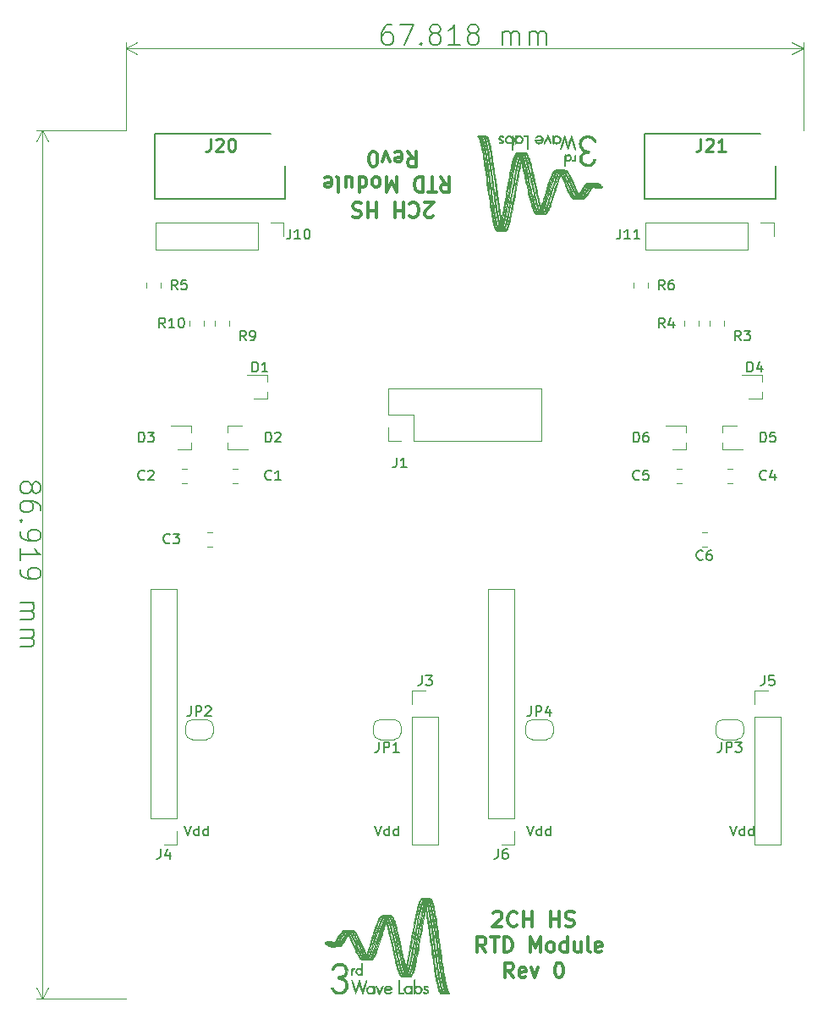
<source format=gbr>
G04 #@! TF.GenerationSoftware,KiCad,Pcbnew,(5.1.0)-1*
G04 #@! TF.CreationDate,2019-04-10T22:13:11-07:00*
G04 #@! TF.ProjectId,HS_2CH_RTD_Module,48535f32-4348-45f5-9254-445f4d6f6475,rev?*
G04 #@! TF.SameCoordinates,Original*
G04 #@! TF.FileFunction,Legend,Top*
G04 #@! TF.FilePolarity,Positive*
%FSLAX46Y46*%
G04 Gerber Fmt 4.6, Leading zero omitted, Abs format (unit mm)*
G04 Created by KiCad (PCBNEW (5.1.0)-1) date 2019-04-10 22:13:11*
%MOMM*%
%LPD*%
G04 APERTURE LIST*
%ADD10C,0.150000*%
%ADD11C,0.120000*%
%ADD12C,0.300000*%
%ADD13C,0.200000*%
%ADD14C,0.010000*%
%ADD15C,0.254000*%
G04 APERTURE END LIST*
D10*
X160004846Y-101318062D02*
X160100084Y-101127585D01*
X160195322Y-101032347D01*
X160385798Y-100937109D01*
X160481036Y-100937109D01*
X160671512Y-101032347D01*
X160766751Y-101127585D01*
X160861989Y-101318062D01*
X160861989Y-101699014D01*
X160766751Y-101889490D01*
X160671512Y-101984728D01*
X160481036Y-102079966D01*
X160385798Y-102079966D01*
X160195322Y-101984728D01*
X160100084Y-101889490D01*
X160004846Y-101699014D01*
X160004846Y-101318062D01*
X159909608Y-101127585D01*
X159814370Y-101032347D01*
X159623893Y-100937109D01*
X159242941Y-100937109D01*
X159052465Y-101032347D01*
X158957227Y-101127585D01*
X158861989Y-101318062D01*
X158861989Y-101699014D01*
X158957227Y-101889490D01*
X159052465Y-101984728D01*
X159242941Y-102079966D01*
X159623893Y-102079966D01*
X159814370Y-101984728D01*
X159909608Y-101889490D01*
X160004846Y-101699014D01*
X160861989Y-103794252D02*
X160861989Y-103413300D01*
X160766751Y-103222824D01*
X160671512Y-103127585D01*
X160385798Y-102937109D01*
X160004846Y-102841871D01*
X159242941Y-102841871D01*
X159052465Y-102937109D01*
X158957227Y-103032347D01*
X158861989Y-103222824D01*
X158861989Y-103603776D01*
X158957227Y-103794252D01*
X159052465Y-103889490D01*
X159242941Y-103984728D01*
X159719131Y-103984728D01*
X159909608Y-103889490D01*
X160004846Y-103794252D01*
X160100084Y-103603776D01*
X160100084Y-103222824D01*
X160004846Y-103032347D01*
X159909608Y-102937109D01*
X159719131Y-102841871D01*
X159052465Y-104841871D02*
X158957227Y-104937109D01*
X158861989Y-104841871D01*
X158957227Y-104746633D01*
X159052465Y-104841871D01*
X158861989Y-104841871D01*
X158861989Y-105889490D02*
X158861989Y-106270443D01*
X158957227Y-106460919D01*
X159052465Y-106556157D01*
X159338179Y-106746633D01*
X159719131Y-106841871D01*
X160481036Y-106841871D01*
X160671512Y-106746633D01*
X160766751Y-106651395D01*
X160861989Y-106460919D01*
X160861989Y-106079966D01*
X160766751Y-105889490D01*
X160671512Y-105794252D01*
X160481036Y-105699014D01*
X160004846Y-105699014D01*
X159814370Y-105794252D01*
X159719131Y-105889490D01*
X159623893Y-106079966D01*
X159623893Y-106460919D01*
X159719131Y-106651395D01*
X159814370Y-106746633D01*
X160004846Y-106841871D01*
X158861989Y-108746633D02*
X158861989Y-107603776D01*
X158861989Y-108175204D02*
X160861989Y-108175204D01*
X160576274Y-107984728D01*
X160385798Y-107794252D01*
X160290560Y-107603776D01*
X158861989Y-109699014D02*
X158861989Y-110079966D01*
X158957227Y-110270443D01*
X159052465Y-110365681D01*
X159338179Y-110556157D01*
X159719131Y-110651395D01*
X160481036Y-110651395D01*
X160671512Y-110556157D01*
X160766751Y-110460919D01*
X160861989Y-110270443D01*
X160861989Y-109889490D01*
X160766751Y-109699014D01*
X160671512Y-109603776D01*
X160481036Y-109508538D01*
X160004846Y-109508538D01*
X159814370Y-109603776D01*
X159719131Y-109699014D01*
X159623893Y-109889490D01*
X159623893Y-110270443D01*
X159719131Y-110460919D01*
X159814370Y-110556157D01*
X160004846Y-110651395D01*
X158861989Y-113032347D02*
X160195322Y-113032347D01*
X160004846Y-113032347D02*
X160100084Y-113127585D01*
X160195322Y-113318062D01*
X160195322Y-113603776D01*
X160100084Y-113794252D01*
X159909608Y-113889490D01*
X158861989Y-113889490D01*
X159909608Y-113889490D02*
X160100084Y-113984728D01*
X160195322Y-114175204D01*
X160195322Y-114460919D01*
X160100084Y-114651395D01*
X159909608Y-114746633D01*
X158861989Y-114746633D01*
X158861989Y-115699014D02*
X160195322Y-115699014D01*
X160004846Y-115699014D02*
X160100084Y-115794252D01*
X160195322Y-115984728D01*
X160195322Y-116270443D01*
X160100084Y-116460919D01*
X159909608Y-116556157D01*
X158861989Y-116556157D01*
X159909608Y-116556157D02*
X160100084Y-116651395D01*
X160195322Y-116841871D01*
X160195322Y-117127585D01*
X160100084Y-117318062D01*
X159909608Y-117413300D01*
X158861989Y-117413300D01*
D11*
X161024051Y-65763053D02*
X161049451Y-152681853D01*
X169418000Y-65760600D02*
X160437631Y-65763224D01*
X169443400Y-152679400D02*
X160463031Y-152682024D01*
X161049451Y-152681853D02*
X160462701Y-151555521D01*
X161049451Y-152681853D02*
X161635543Y-151555178D01*
X161024051Y-65763053D02*
X160437959Y-66889728D01*
X161024051Y-65763053D02*
X161610801Y-66889385D01*
D10*
X195993666Y-55216561D02*
X195612714Y-55216561D01*
X195422238Y-55311800D01*
X195327000Y-55407038D01*
X195136523Y-55692752D01*
X195041285Y-56073704D01*
X195041285Y-56835609D01*
X195136523Y-57026085D01*
X195231761Y-57121323D01*
X195422238Y-57216561D01*
X195803190Y-57216561D01*
X195993666Y-57121323D01*
X196088904Y-57026085D01*
X196184142Y-56835609D01*
X196184142Y-56359419D01*
X196088904Y-56168942D01*
X195993666Y-56073704D01*
X195803190Y-55978466D01*
X195422238Y-55978466D01*
X195231761Y-56073704D01*
X195136523Y-56168942D01*
X195041285Y-56359419D01*
X196850809Y-55216561D02*
X198184142Y-55216561D01*
X197327000Y-57216561D01*
X198946047Y-57026085D02*
X199041285Y-57121323D01*
X198946047Y-57216561D01*
X198850809Y-57121323D01*
X198946047Y-57026085D01*
X198946047Y-57216561D01*
X200184142Y-56073704D02*
X199993666Y-55978466D01*
X199898428Y-55883228D01*
X199803190Y-55692752D01*
X199803190Y-55597514D01*
X199898428Y-55407038D01*
X199993666Y-55311800D01*
X200184142Y-55216561D01*
X200565095Y-55216561D01*
X200755571Y-55311800D01*
X200850809Y-55407038D01*
X200946047Y-55597514D01*
X200946047Y-55692752D01*
X200850809Y-55883228D01*
X200755571Y-55978466D01*
X200565095Y-56073704D01*
X200184142Y-56073704D01*
X199993666Y-56168942D01*
X199898428Y-56264180D01*
X199803190Y-56454657D01*
X199803190Y-56835609D01*
X199898428Y-57026085D01*
X199993666Y-57121323D01*
X200184142Y-57216561D01*
X200565095Y-57216561D01*
X200755571Y-57121323D01*
X200850809Y-57026085D01*
X200946047Y-56835609D01*
X200946047Y-56454657D01*
X200850809Y-56264180D01*
X200755571Y-56168942D01*
X200565095Y-56073704D01*
X202850809Y-57216561D02*
X201707952Y-57216561D01*
X202279380Y-57216561D02*
X202279380Y-55216561D01*
X202088904Y-55502276D01*
X201898428Y-55692752D01*
X201707952Y-55787990D01*
X203993666Y-56073704D02*
X203803190Y-55978466D01*
X203707952Y-55883228D01*
X203612714Y-55692752D01*
X203612714Y-55597514D01*
X203707952Y-55407038D01*
X203803190Y-55311800D01*
X203993666Y-55216561D01*
X204374619Y-55216561D01*
X204565095Y-55311800D01*
X204660333Y-55407038D01*
X204755571Y-55597514D01*
X204755571Y-55692752D01*
X204660333Y-55883228D01*
X204565095Y-55978466D01*
X204374619Y-56073704D01*
X203993666Y-56073704D01*
X203803190Y-56168942D01*
X203707952Y-56264180D01*
X203612714Y-56454657D01*
X203612714Y-56835609D01*
X203707952Y-57026085D01*
X203803190Y-57121323D01*
X203993666Y-57216561D01*
X204374619Y-57216561D01*
X204565095Y-57121323D01*
X204660333Y-57026085D01*
X204755571Y-56835609D01*
X204755571Y-56454657D01*
X204660333Y-56264180D01*
X204565095Y-56168942D01*
X204374619Y-56073704D01*
X207136523Y-57216561D02*
X207136523Y-55883228D01*
X207136523Y-56073704D02*
X207231761Y-55978466D01*
X207422238Y-55883228D01*
X207707952Y-55883228D01*
X207898428Y-55978466D01*
X207993666Y-56168942D01*
X207993666Y-57216561D01*
X207993666Y-56168942D02*
X208088904Y-55978466D01*
X208279380Y-55883228D01*
X208565095Y-55883228D01*
X208755571Y-55978466D01*
X208850809Y-56168942D01*
X208850809Y-57216561D01*
X209803190Y-57216561D02*
X209803190Y-55883228D01*
X209803190Y-56073704D02*
X209898428Y-55978466D01*
X210088904Y-55883228D01*
X210374619Y-55883228D01*
X210565095Y-55978466D01*
X210660333Y-56168942D01*
X210660333Y-57216561D01*
X210660333Y-56168942D02*
X210755571Y-55978466D01*
X210946047Y-55883228D01*
X211231761Y-55883228D01*
X211422238Y-55978466D01*
X211517476Y-56168942D01*
X211517476Y-57216561D01*
D11*
X169418000Y-57581800D02*
X237236000Y-57581800D01*
X169418000Y-65760600D02*
X169418000Y-56995379D01*
X237236000Y-65760600D02*
X237236000Y-56995379D01*
X237236000Y-57581800D02*
X236109496Y-58168221D01*
X237236000Y-57581800D02*
X236109496Y-56995379D01*
X169418000Y-57581800D02*
X170544504Y-58168221D01*
X169418000Y-57581800D02*
X170544504Y-56995379D01*
D10*
X229901904Y-135342380D02*
X230235238Y-136342380D01*
X230568571Y-135342380D01*
X231330476Y-136342380D02*
X231330476Y-135342380D01*
X231330476Y-136294761D02*
X231235238Y-136342380D01*
X231044761Y-136342380D01*
X230949523Y-136294761D01*
X230901904Y-136247142D01*
X230854285Y-136151904D01*
X230854285Y-135866190D01*
X230901904Y-135770952D01*
X230949523Y-135723333D01*
X231044761Y-135675714D01*
X231235238Y-135675714D01*
X231330476Y-135723333D01*
X232235238Y-136342380D02*
X232235238Y-135342380D01*
X232235238Y-136294761D02*
X232140000Y-136342380D01*
X231949523Y-136342380D01*
X231854285Y-136294761D01*
X231806666Y-136247142D01*
X231759047Y-136151904D01*
X231759047Y-135866190D01*
X231806666Y-135770952D01*
X231854285Y-135723333D01*
X231949523Y-135675714D01*
X232140000Y-135675714D01*
X232235238Y-135723333D01*
X209581904Y-135342380D02*
X209915238Y-136342380D01*
X210248571Y-135342380D01*
X211010476Y-136342380D02*
X211010476Y-135342380D01*
X211010476Y-136294761D02*
X210915238Y-136342380D01*
X210724761Y-136342380D01*
X210629523Y-136294761D01*
X210581904Y-136247142D01*
X210534285Y-136151904D01*
X210534285Y-135866190D01*
X210581904Y-135770952D01*
X210629523Y-135723333D01*
X210724761Y-135675714D01*
X210915238Y-135675714D01*
X211010476Y-135723333D01*
X211915238Y-136342380D02*
X211915238Y-135342380D01*
X211915238Y-136294761D02*
X211820000Y-136342380D01*
X211629523Y-136342380D01*
X211534285Y-136294761D01*
X211486666Y-136247142D01*
X211439047Y-136151904D01*
X211439047Y-135866190D01*
X211486666Y-135770952D01*
X211534285Y-135723333D01*
X211629523Y-135675714D01*
X211820000Y-135675714D01*
X211915238Y-135723333D01*
X194341904Y-135342380D02*
X194675238Y-136342380D01*
X195008571Y-135342380D01*
X195770476Y-136342380D02*
X195770476Y-135342380D01*
X195770476Y-136294761D02*
X195675238Y-136342380D01*
X195484761Y-136342380D01*
X195389523Y-136294761D01*
X195341904Y-136247142D01*
X195294285Y-136151904D01*
X195294285Y-135866190D01*
X195341904Y-135770952D01*
X195389523Y-135723333D01*
X195484761Y-135675714D01*
X195675238Y-135675714D01*
X195770476Y-135723333D01*
X196675238Y-136342380D02*
X196675238Y-135342380D01*
X196675238Y-136294761D02*
X196580000Y-136342380D01*
X196389523Y-136342380D01*
X196294285Y-136294761D01*
X196246666Y-136247142D01*
X196199047Y-136151904D01*
X196199047Y-135866190D01*
X196246666Y-135770952D01*
X196294285Y-135723333D01*
X196389523Y-135675714D01*
X196580000Y-135675714D01*
X196675238Y-135723333D01*
X175291904Y-135342380D02*
X175625238Y-136342380D01*
X175958571Y-135342380D01*
X176720476Y-136342380D02*
X176720476Y-135342380D01*
X176720476Y-136294761D02*
X176625238Y-136342380D01*
X176434761Y-136342380D01*
X176339523Y-136294761D01*
X176291904Y-136247142D01*
X176244285Y-136151904D01*
X176244285Y-135866190D01*
X176291904Y-135770952D01*
X176339523Y-135723333D01*
X176434761Y-135675714D01*
X176625238Y-135675714D01*
X176720476Y-135723333D01*
X177625238Y-136342380D02*
X177625238Y-135342380D01*
X177625238Y-136294761D02*
X177530000Y-136342380D01*
X177339523Y-136342380D01*
X177244285Y-136294761D01*
X177196666Y-136247142D01*
X177149047Y-136151904D01*
X177149047Y-135866190D01*
X177196666Y-135770952D01*
X177244285Y-135723333D01*
X177339523Y-135675714D01*
X177530000Y-135675714D01*
X177625238Y-135723333D01*
D12*
X206212857Y-144091428D02*
X206284285Y-144020000D01*
X206427142Y-143948571D01*
X206784285Y-143948571D01*
X206927142Y-144020000D01*
X206998571Y-144091428D01*
X207070000Y-144234285D01*
X207070000Y-144377142D01*
X206998571Y-144591428D01*
X206141428Y-145448571D01*
X207070000Y-145448571D01*
X208570000Y-145305714D02*
X208498571Y-145377142D01*
X208284285Y-145448571D01*
X208141428Y-145448571D01*
X207927142Y-145377142D01*
X207784285Y-145234285D01*
X207712857Y-145091428D01*
X207641428Y-144805714D01*
X207641428Y-144591428D01*
X207712857Y-144305714D01*
X207784285Y-144162857D01*
X207927142Y-144020000D01*
X208141428Y-143948571D01*
X208284285Y-143948571D01*
X208498571Y-144020000D01*
X208570000Y-144091428D01*
X209212857Y-145448571D02*
X209212857Y-143948571D01*
X209212857Y-144662857D02*
X210070000Y-144662857D01*
X210070000Y-145448571D02*
X210070000Y-143948571D01*
X211927142Y-145448571D02*
X211927142Y-143948571D01*
X211927142Y-144662857D02*
X212784285Y-144662857D01*
X212784285Y-145448571D02*
X212784285Y-143948571D01*
X213427142Y-145377142D02*
X213641428Y-145448571D01*
X213998571Y-145448571D01*
X214141428Y-145377142D01*
X214212857Y-145305714D01*
X214284285Y-145162857D01*
X214284285Y-145020000D01*
X214212857Y-144877142D01*
X214141428Y-144805714D01*
X213998571Y-144734285D01*
X213712857Y-144662857D01*
X213570000Y-144591428D01*
X213498571Y-144520000D01*
X213427142Y-144377142D01*
X213427142Y-144234285D01*
X213498571Y-144091428D01*
X213570000Y-144020000D01*
X213712857Y-143948571D01*
X214070000Y-143948571D01*
X214284285Y-144020000D01*
X205462857Y-147998571D02*
X204962857Y-147284285D01*
X204605714Y-147998571D02*
X204605714Y-146498571D01*
X205177142Y-146498571D01*
X205320000Y-146570000D01*
X205391428Y-146641428D01*
X205462857Y-146784285D01*
X205462857Y-146998571D01*
X205391428Y-147141428D01*
X205320000Y-147212857D01*
X205177142Y-147284285D01*
X204605714Y-147284285D01*
X205891428Y-146498571D02*
X206748571Y-146498571D01*
X206320000Y-147998571D02*
X206320000Y-146498571D01*
X207248571Y-147998571D02*
X207248571Y-146498571D01*
X207605714Y-146498571D01*
X207820000Y-146570000D01*
X207962857Y-146712857D01*
X208034285Y-146855714D01*
X208105714Y-147141428D01*
X208105714Y-147355714D01*
X208034285Y-147641428D01*
X207962857Y-147784285D01*
X207820000Y-147927142D01*
X207605714Y-147998571D01*
X207248571Y-147998571D01*
X209891428Y-147998571D02*
X209891428Y-146498571D01*
X210391428Y-147570000D01*
X210891428Y-146498571D01*
X210891428Y-147998571D01*
X211820000Y-147998571D02*
X211677142Y-147927142D01*
X211605714Y-147855714D01*
X211534285Y-147712857D01*
X211534285Y-147284285D01*
X211605714Y-147141428D01*
X211677142Y-147070000D01*
X211820000Y-146998571D01*
X212034285Y-146998571D01*
X212177142Y-147070000D01*
X212248571Y-147141428D01*
X212320000Y-147284285D01*
X212320000Y-147712857D01*
X212248571Y-147855714D01*
X212177142Y-147927142D01*
X212034285Y-147998571D01*
X211820000Y-147998571D01*
X213605714Y-147998571D02*
X213605714Y-146498571D01*
X213605714Y-147927142D02*
X213462857Y-147998571D01*
X213177142Y-147998571D01*
X213034285Y-147927142D01*
X212962857Y-147855714D01*
X212891428Y-147712857D01*
X212891428Y-147284285D01*
X212962857Y-147141428D01*
X213034285Y-147070000D01*
X213177142Y-146998571D01*
X213462857Y-146998571D01*
X213605714Y-147070000D01*
X214962857Y-146998571D02*
X214962857Y-147998571D01*
X214320000Y-146998571D02*
X214320000Y-147784285D01*
X214391428Y-147927142D01*
X214534285Y-147998571D01*
X214748571Y-147998571D01*
X214891428Y-147927142D01*
X214962857Y-147855714D01*
X215891428Y-147998571D02*
X215748571Y-147927142D01*
X215677142Y-147784285D01*
X215677142Y-146498571D01*
X217034285Y-147927142D02*
X216891428Y-147998571D01*
X216605714Y-147998571D01*
X216462857Y-147927142D01*
X216391428Y-147784285D01*
X216391428Y-147212857D01*
X216462857Y-147070000D01*
X216605714Y-146998571D01*
X216891428Y-146998571D01*
X217034285Y-147070000D01*
X217105714Y-147212857D01*
X217105714Y-147355714D01*
X216391428Y-147498571D01*
X208212857Y-150548571D02*
X207712857Y-149834285D01*
X207355714Y-150548571D02*
X207355714Y-149048571D01*
X207927142Y-149048571D01*
X208070000Y-149120000D01*
X208141428Y-149191428D01*
X208212857Y-149334285D01*
X208212857Y-149548571D01*
X208141428Y-149691428D01*
X208070000Y-149762857D01*
X207927142Y-149834285D01*
X207355714Y-149834285D01*
X209427142Y-150477142D02*
X209284285Y-150548571D01*
X208998571Y-150548571D01*
X208855714Y-150477142D01*
X208784285Y-150334285D01*
X208784285Y-149762857D01*
X208855714Y-149620000D01*
X208998571Y-149548571D01*
X209284285Y-149548571D01*
X209427142Y-149620000D01*
X209498571Y-149762857D01*
X209498571Y-149905714D01*
X208784285Y-150048571D01*
X209998571Y-149548571D02*
X210355714Y-150548571D01*
X210712857Y-149548571D01*
X212712857Y-149048571D02*
X212855714Y-149048571D01*
X212998571Y-149120000D01*
X213070000Y-149191428D01*
X213141428Y-149334285D01*
X213212857Y-149620000D01*
X213212857Y-149977142D01*
X213141428Y-150262857D01*
X213070000Y-150405714D01*
X212998571Y-150477142D01*
X212855714Y-150548571D01*
X212712857Y-150548571D01*
X212570000Y-150477142D01*
X212498571Y-150405714D01*
X212427142Y-150262857D01*
X212355714Y-149977142D01*
X212355714Y-149620000D01*
X212427142Y-149334285D01*
X212498571Y-149191428D01*
X212570000Y-149120000D01*
X212712857Y-149048571D01*
X200187142Y-74348571D02*
X200115714Y-74420000D01*
X199972857Y-74491428D01*
X199615714Y-74491428D01*
X199472857Y-74420000D01*
X199401428Y-74348571D01*
X199330000Y-74205714D01*
X199330000Y-74062857D01*
X199401428Y-73848571D01*
X200258571Y-72991428D01*
X199330000Y-72991428D01*
X197830000Y-73134285D02*
X197901428Y-73062857D01*
X198115714Y-72991428D01*
X198258571Y-72991428D01*
X198472857Y-73062857D01*
X198615714Y-73205714D01*
X198687142Y-73348571D01*
X198758571Y-73634285D01*
X198758571Y-73848571D01*
X198687142Y-74134285D01*
X198615714Y-74277142D01*
X198472857Y-74420000D01*
X198258571Y-74491428D01*
X198115714Y-74491428D01*
X197901428Y-74420000D01*
X197830000Y-74348571D01*
X197187142Y-72991428D02*
X197187142Y-74491428D01*
X197187142Y-73777142D02*
X196330000Y-73777142D01*
X196330000Y-72991428D02*
X196330000Y-74491428D01*
X194472857Y-72991428D02*
X194472857Y-74491428D01*
X194472857Y-73777142D02*
X193615714Y-73777142D01*
X193615714Y-72991428D02*
X193615714Y-74491428D01*
X192972857Y-73062857D02*
X192758571Y-72991428D01*
X192401428Y-72991428D01*
X192258571Y-73062857D01*
X192187142Y-73134285D01*
X192115714Y-73277142D01*
X192115714Y-73420000D01*
X192187142Y-73562857D01*
X192258571Y-73634285D01*
X192401428Y-73705714D01*
X192687142Y-73777142D01*
X192830000Y-73848571D01*
X192901428Y-73920000D01*
X192972857Y-74062857D01*
X192972857Y-74205714D01*
X192901428Y-74348571D01*
X192830000Y-74420000D01*
X192687142Y-74491428D01*
X192330000Y-74491428D01*
X192115714Y-74420000D01*
X200937142Y-70441428D02*
X201437142Y-71155714D01*
X201794285Y-70441428D02*
X201794285Y-71941428D01*
X201222857Y-71941428D01*
X201080000Y-71870000D01*
X201008571Y-71798571D01*
X200937142Y-71655714D01*
X200937142Y-71441428D01*
X201008571Y-71298571D01*
X201080000Y-71227142D01*
X201222857Y-71155714D01*
X201794285Y-71155714D01*
X200508571Y-71941428D02*
X199651428Y-71941428D01*
X200080000Y-70441428D02*
X200080000Y-71941428D01*
X199151428Y-70441428D02*
X199151428Y-71941428D01*
X198794285Y-71941428D01*
X198580000Y-71870000D01*
X198437142Y-71727142D01*
X198365714Y-71584285D01*
X198294285Y-71298571D01*
X198294285Y-71084285D01*
X198365714Y-70798571D01*
X198437142Y-70655714D01*
X198580000Y-70512857D01*
X198794285Y-70441428D01*
X199151428Y-70441428D01*
X196508571Y-70441428D02*
X196508571Y-71941428D01*
X196008571Y-70870000D01*
X195508571Y-71941428D01*
X195508571Y-70441428D01*
X194580000Y-70441428D02*
X194722857Y-70512857D01*
X194794285Y-70584285D01*
X194865714Y-70727142D01*
X194865714Y-71155714D01*
X194794285Y-71298571D01*
X194722857Y-71370000D01*
X194580000Y-71441428D01*
X194365714Y-71441428D01*
X194222857Y-71370000D01*
X194151428Y-71298571D01*
X194080000Y-71155714D01*
X194080000Y-70727142D01*
X194151428Y-70584285D01*
X194222857Y-70512857D01*
X194365714Y-70441428D01*
X194580000Y-70441428D01*
X192794285Y-70441428D02*
X192794285Y-71941428D01*
X192794285Y-70512857D02*
X192937142Y-70441428D01*
X193222857Y-70441428D01*
X193365714Y-70512857D01*
X193437142Y-70584285D01*
X193508571Y-70727142D01*
X193508571Y-71155714D01*
X193437142Y-71298571D01*
X193365714Y-71370000D01*
X193222857Y-71441428D01*
X192937142Y-71441428D01*
X192794285Y-71370000D01*
X191437142Y-71441428D02*
X191437142Y-70441428D01*
X192080000Y-71441428D02*
X192080000Y-70655714D01*
X192008571Y-70512857D01*
X191865714Y-70441428D01*
X191651428Y-70441428D01*
X191508571Y-70512857D01*
X191437142Y-70584285D01*
X190508571Y-70441428D02*
X190651428Y-70512857D01*
X190722857Y-70655714D01*
X190722857Y-71941428D01*
X189365714Y-70512857D02*
X189508571Y-70441428D01*
X189794285Y-70441428D01*
X189937142Y-70512857D01*
X190008571Y-70655714D01*
X190008571Y-71227142D01*
X189937142Y-71370000D01*
X189794285Y-71441428D01*
X189508571Y-71441428D01*
X189365714Y-71370000D01*
X189294285Y-71227142D01*
X189294285Y-71084285D01*
X190008571Y-70941428D01*
X197615714Y-67891428D02*
X198115714Y-68605714D01*
X198472857Y-67891428D02*
X198472857Y-69391428D01*
X197901428Y-69391428D01*
X197758571Y-69320000D01*
X197687142Y-69248571D01*
X197615714Y-69105714D01*
X197615714Y-68891428D01*
X197687142Y-68748571D01*
X197758571Y-68677142D01*
X197901428Y-68605714D01*
X198472857Y-68605714D01*
X196401428Y-67962857D02*
X196544285Y-67891428D01*
X196830000Y-67891428D01*
X196972857Y-67962857D01*
X197044285Y-68105714D01*
X197044285Y-68677142D01*
X196972857Y-68820000D01*
X196830000Y-68891428D01*
X196544285Y-68891428D01*
X196401428Y-68820000D01*
X196330000Y-68677142D01*
X196330000Y-68534285D01*
X197044285Y-68391428D01*
X195830000Y-68891428D02*
X195472857Y-67891428D01*
X195115714Y-68891428D01*
X194258571Y-69391428D02*
X194115714Y-69391428D01*
X193972857Y-69320000D01*
X193901428Y-69248571D01*
X193830000Y-69105714D01*
X193758571Y-68820000D01*
X193758571Y-68462857D01*
X193830000Y-68177142D01*
X193901428Y-68034285D01*
X193972857Y-67962857D01*
X194115714Y-67891428D01*
X194258571Y-67891428D01*
X194401428Y-67962857D01*
X194472857Y-68034285D01*
X194544285Y-68177142D01*
X194615714Y-68462857D01*
X194615714Y-68820000D01*
X194544285Y-69105714D01*
X194472857Y-69248571D01*
X194401428Y-69320000D01*
X194258571Y-69391428D01*
D13*
X185382000Y-72640000D02*
X185382000Y-69340000D01*
X172282000Y-72640000D02*
X185382000Y-72640000D01*
X172282000Y-66140000D02*
X172282000Y-72640000D01*
X183882000Y-66140000D02*
X172282000Y-66140000D01*
X232932000Y-66140000D02*
X221332000Y-66140000D01*
X221332000Y-66140000D02*
X221332000Y-72640000D01*
X221332000Y-72640000D02*
X234432000Y-72640000D01*
X234432000Y-72640000D02*
X234432000Y-69340000D01*
D14*
G36*
X192055165Y-149604254D02*
G01*
X192063327Y-149619397D01*
X192074779Y-149636134D01*
X192096882Y-149633482D01*
X192126484Y-149619397D01*
X192186657Y-149598947D01*
X192244818Y-149596399D01*
X192292554Y-149609403D01*
X192321453Y-149635606D01*
X192323102Y-149672654D01*
X192322525Y-149674218D01*
X192306661Y-149694599D01*
X192274114Y-149698781D01*
X192240154Y-149694373D01*
X192191421Y-149690501D01*
X192154421Y-149700594D01*
X192126582Y-149729109D01*
X192105331Y-149780502D01*
X192088095Y-149859229D01*
X192072303Y-149969746D01*
X192069903Y-149989309D01*
X192059735Y-150068718D01*
X192049831Y-150138086D01*
X192041819Y-150186294D01*
X192039517Y-150197127D01*
X192022417Y-150232684D01*
X191999887Y-150234159D01*
X191985682Y-150217997D01*
X191980397Y-150191190D01*
X191976563Y-150135750D01*
X191974176Y-150059961D01*
X191973230Y-149972107D01*
X191973719Y-149880472D01*
X191975638Y-149793340D01*
X191978982Y-149718994D01*
X191983744Y-149665719D01*
X191986060Y-149652095D01*
X192004551Y-149609353D01*
X192030445Y-149592196D01*
X192055165Y-149604254D01*
X192055165Y-149604254D01*
G37*
X192055165Y-149604254D02*
X192063327Y-149619397D01*
X192074779Y-149636134D01*
X192096882Y-149633482D01*
X192126484Y-149619397D01*
X192186657Y-149598947D01*
X192244818Y-149596399D01*
X192292554Y-149609403D01*
X192321453Y-149635606D01*
X192323102Y-149672654D01*
X192322525Y-149674218D01*
X192306661Y-149694599D01*
X192274114Y-149698781D01*
X192240154Y-149694373D01*
X192191421Y-149690501D01*
X192154421Y-149700594D01*
X192126582Y-149729109D01*
X192105331Y-149780502D01*
X192088095Y-149859229D01*
X192072303Y-149969746D01*
X192069903Y-149989309D01*
X192059735Y-150068718D01*
X192049831Y-150138086D01*
X192041819Y-150186294D01*
X192039517Y-150197127D01*
X192022417Y-150232684D01*
X191999887Y-150234159D01*
X191985682Y-150217997D01*
X191980397Y-150191190D01*
X191976563Y-150135750D01*
X191974176Y-150059961D01*
X191973230Y-149972107D01*
X191973719Y-149880472D01*
X191975638Y-149793340D01*
X191978982Y-149718994D01*
X191983744Y-149665719D01*
X191986060Y-149652095D01*
X192004551Y-149609353D01*
X192030445Y-149592196D01*
X192055165Y-149604254D01*
G36*
X193048597Y-149093443D02*
G01*
X193051870Y-149098743D01*
X193061748Y-149135343D01*
X193069742Y-149202495D01*
X193075876Y-149294268D01*
X193080175Y-149404735D01*
X193082660Y-149527964D01*
X193083356Y-149658026D01*
X193082286Y-149788992D01*
X193079474Y-149914933D01*
X193074944Y-150029917D01*
X193068719Y-150128017D01*
X193060822Y-150203303D01*
X193051278Y-150249844D01*
X193047255Y-150258711D01*
X193030484Y-150273556D01*
X193010505Y-150258875D01*
X193003132Y-150249601D01*
X192985350Y-150229954D01*
X192964785Y-150223521D01*
X192930148Y-150229874D01*
X192881290Y-150244983D01*
X192803795Y-150266457D01*
X192742266Y-150272389D01*
X192679459Y-150263429D01*
X192643512Y-150253947D01*
X192547056Y-150208734D01*
X192472614Y-150138800D01*
X192423196Y-150051066D01*
X192402383Y-149955076D01*
X192498480Y-149955076D01*
X192521980Y-150034091D01*
X192570674Y-150099806D01*
X192641075Y-150145540D01*
X192729697Y-150164615D01*
X192739865Y-150164800D01*
X192797755Y-150161696D01*
X192839238Y-150147627D01*
X192880615Y-150115454D01*
X192903628Y-150093082D01*
X192946288Y-150046454D01*
X192967527Y-150007315D01*
X192974402Y-149959615D01*
X192974691Y-149931446D01*
X192964527Y-149841203D01*
X192932581Y-149774369D01*
X192874383Y-149721712D01*
X192872500Y-149720463D01*
X192798686Y-149691553D01*
X192715134Y-149688979D01*
X192633735Y-149710467D01*
X192566380Y-149753744D01*
X192541010Y-149783862D01*
X192503661Y-149869440D01*
X192498480Y-149955076D01*
X192402383Y-149955076D01*
X192401815Y-149952458D01*
X192411481Y-149849898D01*
X192437671Y-149780755D01*
X192502477Y-149691581D01*
X192588796Y-149628364D01*
X192689642Y-149593550D01*
X192798028Y-149589586D01*
X192903772Y-149617536D01*
X192970743Y-149646136D01*
X192982078Y-149577577D01*
X192987261Y-149527635D01*
X192991251Y-149453943D01*
X192993410Y-149369695D01*
X192993615Y-149339348D01*
X192996504Y-149239320D01*
X193004322Y-149161097D01*
X193016195Y-149108298D01*
X193031245Y-149084541D01*
X193048597Y-149093443D01*
X193048597Y-149093443D01*
G37*
X193048597Y-149093443D02*
X193051870Y-149098743D01*
X193061748Y-149135343D01*
X193069742Y-149202495D01*
X193075876Y-149294268D01*
X193080175Y-149404735D01*
X193082660Y-149527964D01*
X193083356Y-149658026D01*
X193082286Y-149788992D01*
X193079474Y-149914933D01*
X193074944Y-150029917D01*
X193068719Y-150128017D01*
X193060822Y-150203303D01*
X193051278Y-150249844D01*
X193047255Y-150258711D01*
X193030484Y-150273556D01*
X193010505Y-150258875D01*
X193003132Y-150249601D01*
X192985350Y-150229954D01*
X192964785Y-150223521D01*
X192930148Y-150229874D01*
X192881290Y-150244983D01*
X192803795Y-150266457D01*
X192742266Y-150272389D01*
X192679459Y-150263429D01*
X192643512Y-150253947D01*
X192547056Y-150208734D01*
X192472614Y-150138800D01*
X192423196Y-150051066D01*
X192402383Y-149955076D01*
X192498480Y-149955076D01*
X192521980Y-150034091D01*
X192570674Y-150099806D01*
X192641075Y-150145540D01*
X192729697Y-150164615D01*
X192739865Y-150164800D01*
X192797755Y-150161696D01*
X192839238Y-150147627D01*
X192880615Y-150115454D01*
X192903628Y-150093082D01*
X192946288Y-150046454D01*
X192967527Y-150007315D01*
X192974402Y-149959615D01*
X192974691Y-149931446D01*
X192964527Y-149841203D01*
X192932581Y-149774369D01*
X192874383Y-149721712D01*
X192872500Y-149720463D01*
X192798686Y-149691553D01*
X192715134Y-149688979D01*
X192633735Y-149710467D01*
X192566380Y-149753744D01*
X192541010Y-149783862D01*
X192503661Y-149869440D01*
X192498480Y-149955076D01*
X192402383Y-149955076D01*
X192401815Y-149952458D01*
X192411481Y-149849898D01*
X192437671Y-149780755D01*
X192502477Y-149691581D01*
X192588796Y-149628364D01*
X192689642Y-149593550D01*
X192798028Y-149589586D01*
X192903772Y-149617536D01*
X192970743Y-149646136D01*
X192982078Y-149577577D01*
X192987261Y-149527635D01*
X192991251Y-149453943D01*
X192993410Y-149369695D01*
X192993615Y-149339348D01*
X192996504Y-149239320D01*
X193004322Y-149161097D01*
X193016195Y-149108298D01*
X193031245Y-149084541D01*
X193048597Y-149093443D01*
G36*
X199090151Y-142583260D02*
G01*
X199116648Y-142593942D01*
X199160049Y-142605590D01*
X199211013Y-142598950D01*
X199238680Y-142590625D01*
X199298087Y-142576068D01*
X199347352Y-142579603D01*
X199377457Y-142588940D01*
X199428685Y-142601627D01*
X199484406Y-142600256D01*
X199540241Y-142589850D01*
X199653648Y-142575060D01*
X199764491Y-142579597D01*
X199862903Y-142602029D01*
X199939012Y-142640926D01*
X199949061Y-142649107D01*
X199986811Y-142692383D01*
X200025151Y-142756945D01*
X200064254Y-142843701D01*
X200104293Y-142953559D01*
X200145441Y-143087430D01*
X200187871Y-143246222D01*
X200231757Y-143430844D01*
X200277271Y-143642205D01*
X200324586Y-143881214D01*
X200373875Y-144148779D01*
X200425312Y-144445811D01*
X200479070Y-144773217D01*
X200535322Y-145131907D01*
X200594240Y-145522790D01*
X200655998Y-145946774D01*
X200720769Y-146404769D01*
X200788727Y-146897684D01*
X200860043Y-147426428D01*
X200863098Y-147449309D01*
X200930734Y-147951494D01*
X200994887Y-148418051D01*
X201055772Y-148850110D01*
X201113601Y-149248803D01*
X201168590Y-149615261D01*
X201220951Y-149950615D01*
X201270900Y-150255997D01*
X201318649Y-150532538D01*
X201364413Y-150781369D01*
X201408405Y-151003622D01*
X201450840Y-151200427D01*
X201491931Y-151372916D01*
X201531893Y-151522221D01*
X201570938Y-151649472D01*
X201609282Y-151755801D01*
X201647138Y-151842339D01*
X201684719Y-151910218D01*
X201714375Y-151951416D01*
X201764421Y-152022810D01*
X201784780Y-152078980D01*
X201775014Y-152117948D01*
X201754510Y-152132251D01*
X201721827Y-152138179D01*
X201659602Y-152143189D01*
X201575229Y-152147180D01*
X201476100Y-152150049D01*
X201369609Y-152151696D01*
X201263152Y-152152018D01*
X201164120Y-152150914D01*
X201079908Y-152148281D01*
X201017910Y-152144018D01*
X201005835Y-152142560D01*
X200936856Y-152127726D01*
X200881041Y-152106324D01*
X200860675Y-152092966D01*
X200814565Y-152034951D01*
X200765580Y-151942921D01*
X200714620Y-151819614D01*
X200662587Y-151667766D01*
X200610382Y-151490115D01*
X200558908Y-151289398D01*
X200509065Y-151068352D01*
X200485745Y-150954627D01*
X200460486Y-150824735D01*
X200435013Y-150687875D01*
X200408994Y-150541834D01*
X200382093Y-150384400D01*
X200353976Y-150213360D01*
X200324309Y-150026504D01*
X200292757Y-149821617D01*
X200258987Y-149596489D01*
X200222664Y-149348907D01*
X200183453Y-149076658D01*
X200141021Y-148777531D01*
X200095034Y-148449314D01*
X200045157Y-148089794D01*
X199991055Y-147696759D01*
X199967272Y-147523200D01*
X199917747Y-147162986D01*
X199868887Y-146810786D01*
X199820979Y-146468521D01*
X199774308Y-146138115D01*
X199729158Y-145821491D01*
X199685814Y-145520571D01*
X199644563Y-145237279D01*
X199605688Y-144973538D01*
X199569475Y-144731270D01*
X199536210Y-144512399D01*
X199506176Y-144318847D01*
X199479660Y-144152537D01*
X199456946Y-144015392D01*
X199438320Y-143909335D01*
X199424066Y-143836290D01*
X199415399Y-143800945D01*
X199410150Y-143799366D01*
X199401682Y-143818626D01*
X199389810Y-143859705D01*
X199374351Y-143923576D01*
X199355122Y-144011219D01*
X199331938Y-144123608D01*
X199304617Y-144261721D01*
X199272976Y-144426534D01*
X199236829Y-144619024D01*
X199195996Y-144840167D01*
X199150290Y-145090940D01*
X199099531Y-145372320D01*
X199043533Y-145685283D01*
X198982113Y-146030806D01*
X198915089Y-146409865D01*
X198842276Y-146823437D01*
X198766496Y-147255345D01*
X198697249Y-147646373D01*
X198632571Y-148002619D01*
X198572067Y-148325912D01*
X198515345Y-148618080D01*
X198462012Y-148880951D01*
X198411675Y-149116356D01*
X198363941Y-149326122D01*
X198318418Y-149512078D01*
X198274712Y-149676054D01*
X198232431Y-149819877D01*
X198191181Y-149945376D01*
X198184519Y-149964249D01*
X198133691Y-150100213D01*
X198085229Y-150217385D01*
X198041006Y-150311838D01*
X198002894Y-150379643D01*
X197972766Y-150416875D01*
X197966750Y-150420920D01*
X197940447Y-150425597D01*
X197882391Y-150430419D01*
X197797773Y-150435139D01*
X197691782Y-150439507D01*
X197569609Y-150443276D01*
X197440215Y-150446130D01*
X196945157Y-150454976D01*
X196870819Y-150351451D01*
X196817812Y-150270890D01*
X196766180Y-150177921D01*
X196715251Y-150070350D01*
X196664355Y-149945984D01*
X196612821Y-149802630D01*
X196559976Y-149638094D01*
X196505151Y-149450183D01*
X196447674Y-149236703D01*
X196386873Y-148995461D01*
X196322078Y-148724264D01*
X196252616Y-148420917D01*
X196180578Y-148095854D01*
X196085250Y-147661272D01*
X195997148Y-147262435D01*
X195916164Y-146898880D01*
X195842189Y-146570142D01*
X195775114Y-146275758D01*
X195714830Y-146015262D01*
X195661228Y-145788192D01*
X195614200Y-145594082D01*
X195573636Y-145432469D01*
X195539429Y-145302888D01*
X195511468Y-145204875D01*
X195489645Y-145137966D01*
X195483205Y-145121244D01*
X195456835Y-145057091D01*
X195426118Y-145116087D01*
X195393326Y-145187627D01*
X195351911Y-145292263D01*
X195302772Y-145427394D01*
X195246806Y-145590418D01*
X195184912Y-145778734D01*
X195117988Y-145989739D01*
X195063114Y-146167610D01*
X194953878Y-146523409D01*
X194853532Y-146845181D01*
X194761457Y-147134601D01*
X194677033Y-147393342D01*
X194599638Y-147623078D01*
X194528652Y-147825482D01*
X194463455Y-148002228D01*
X194403427Y-148154990D01*
X194347947Y-148285442D01*
X194296394Y-148395257D01*
X194248149Y-148486108D01*
X194202591Y-148559671D01*
X194159099Y-148617618D01*
X194151771Y-148626144D01*
X194120768Y-148659684D01*
X194090279Y-148686074D01*
X194055575Y-148706169D01*
X194011925Y-148720824D01*
X193954598Y-148730892D01*
X193878863Y-148737230D01*
X193779991Y-148740690D01*
X193653250Y-148742128D01*
X193508244Y-148742400D01*
X193347918Y-148741979D01*
X193219635Y-148739879D01*
X193118492Y-148734841D01*
X193039590Y-148725607D01*
X192978028Y-148710919D01*
X192928904Y-148689520D01*
X192887319Y-148660150D01*
X192848370Y-148621553D01*
X192807157Y-148572469D01*
X192797065Y-148559844D01*
X192747372Y-148495070D01*
X192698956Y-148426487D01*
X192650328Y-148351174D01*
X192600000Y-148266209D01*
X192546483Y-148168671D01*
X192488291Y-148055639D01*
X192423933Y-147924191D01*
X192351921Y-147771405D01*
X192270768Y-147594361D01*
X192178985Y-147390138D01*
X192075083Y-147155813D01*
X192032564Y-147059294D01*
X191968290Y-146913548D01*
X191906932Y-146775113D01*
X191850498Y-146648465D01*
X191800996Y-146538082D01*
X191760432Y-146448440D01*
X191730814Y-146384018D01*
X191714886Y-146350730D01*
X191670347Y-146263091D01*
X191539920Y-146472891D01*
X191485640Y-146561758D01*
X191433559Y-146649765D01*
X191389504Y-146726899D01*
X191359300Y-146783149D01*
X191358728Y-146784291D01*
X191315338Y-146862572D01*
X191255682Y-146958769D01*
X191186932Y-147062240D01*
X191116260Y-147162342D01*
X191050839Y-147248431D01*
X191024103Y-147280840D01*
X190986466Y-147322001D01*
X190949057Y-147354062D01*
X190906467Y-147378472D01*
X190853291Y-147396681D01*
X190784121Y-147410142D01*
X190693550Y-147420303D01*
X190576171Y-147428614D01*
X190447550Y-147435495D01*
X190247079Y-147443452D01*
X190078705Y-147444968D01*
X189937970Y-147438961D01*
X189820416Y-147424348D01*
X189721587Y-147400045D01*
X189637023Y-147364969D01*
X189562267Y-147318038D01*
X189492862Y-147258169D01*
X189427211Y-147187612D01*
X189360543Y-147105728D01*
X189320088Y-147044446D01*
X189318203Y-147039236D01*
X189479465Y-147039236D01*
X189490627Y-147062115D01*
X189524265Y-147101718D01*
X189582974Y-147161577D01*
X189590884Y-147169364D01*
X189663544Y-147238596D01*
X189714307Y-147281627D01*
X189745559Y-147300103D01*
X189759686Y-147295668D01*
X189761091Y-147286694D01*
X189749038Y-147257915D01*
X189717935Y-147212810D01*
X189675367Y-147160657D01*
X189628920Y-147110734D01*
X189586180Y-147072317D01*
X189585199Y-147071564D01*
X189538417Y-147042674D01*
X189535999Y-147041861D01*
X189746864Y-147041861D01*
X189763946Y-147069054D01*
X189804286Y-147113378D01*
X189870132Y-147178424D01*
X189941901Y-147245139D01*
X189992016Y-147285231D01*
X190022853Y-147300135D01*
X190036790Y-147291290D01*
X190037803Y-147283054D01*
X190259855Y-147283054D01*
X190274891Y-147299266D01*
X190288654Y-147301527D01*
X190295076Y-147298519D01*
X190557408Y-147298519D01*
X190571185Y-147301290D01*
X190582492Y-147292903D01*
X190814037Y-147292903D01*
X190823804Y-147297280D01*
X190850598Y-147275610D01*
X190890656Y-147232392D01*
X190940215Y-147172120D01*
X190995515Y-147099291D01*
X191052792Y-147018401D01*
X191088389Y-146965032D01*
X191148090Y-146872426D01*
X191219504Y-146760424D01*
X191294978Y-146641094D01*
X191366863Y-146526502D01*
X191390392Y-146488727D01*
X191446765Y-146398097D01*
X191497452Y-146316755D01*
X191538762Y-146250616D01*
X191567002Y-146205594D01*
X191577291Y-146189385D01*
X191587563Y-146157551D01*
X191585125Y-146150491D01*
X191777554Y-146150491D01*
X191783841Y-146193914D01*
X191805138Y-146259791D01*
X191842273Y-146351054D01*
X191896075Y-146470637D01*
X191921095Y-146524183D01*
X191966576Y-146622178D01*
X192022646Y-146745183D01*
X192085294Y-146884270D01*
X192150511Y-147030511D01*
X192214287Y-147174977D01*
X192247171Y-147250155D01*
X192349069Y-147481754D01*
X192439521Y-147681999D01*
X192520291Y-147854042D01*
X192593143Y-148001031D01*
X192659841Y-148126118D01*
X192722148Y-148232452D01*
X192781827Y-148323184D01*
X192840643Y-148401464D01*
X192900359Y-148470441D01*
X192962739Y-148533267D01*
X192968671Y-148538846D01*
X193034976Y-148598087D01*
X193082787Y-148635014D01*
X193110193Y-148648676D01*
X193115287Y-148638119D01*
X193110760Y-148629659D01*
X193950457Y-148629659D01*
X193970945Y-148625070D01*
X194009410Y-148595588D01*
X194057687Y-148547634D01*
X194096483Y-148502621D01*
X194134582Y-148450801D01*
X194172795Y-148390025D01*
X194211931Y-148318144D01*
X194252801Y-148233011D01*
X194296215Y-148132476D01*
X194342983Y-148014392D01*
X194393916Y-147876610D01*
X194449824Y-147716981D01*
X194511517Y-147533358D01*
X194579805Y-147323592D01*
X194655499Y-147085534D01*
X194739409Y-146817037D01*
X194832345Y-146515951D01*
X194869026Y-146396364D01*
X194933095Y-146189148D01*
X194999658Y-145977441D01*
X195066831Y-145767017D01*
X195132731Y-145563650D01*
X195195472Y-145373113D01*
X195253171Y-145201179D01*
X195303944Y-145053621D01*
X195342602Y-144945224D01*
X195363215Y-144875923D01*
X195364931Y-144863561D01*
X195543055Y-144863561D01*
X195549335Y-144912472D01*
X195565054Y-144974213D01*
X195571857Y-144994732D01*
X195598335Y-145076877D01*
X195631682Y-145193605D01*
X195671507Y-145343274D01*
X195717420Y-145524242D01*
X195769031Y-145734868D01*
X195825950Y-145973509D01*
X195887785Y-146238523D01*
X195954148Y-146528268D01*
X196024647Y-146841102D01*
X196098892Y-147175383D01*
X196176493Y-147529469D01*
X196199225Y-147634036D01*
X196284716Y-148022868D01*
X196364840Y-148376439D01*
X196439959Y-148695988D01*
X196510432Y-148982753D01*
X196576620Y-149237974D01*
X196638884Y-149462889D01*
X196697585Y-149658735D01*
X196753082Y-149826752D01*
X196805737Y-149968179D01*
X196855910Y-150084253D01*
X196903961Y-150176213D01*
X196950251Y-150245297D01*
X196964370Y-150262342D01*
X197006596Y-150301561D01*
X197048006Y-150326230D01*
X197080160Y-150332922D01*
X197094616Y-150318210D01*
X197094764Y-150315280D01*
X197088814Y-150297264D01*
X197289020Y-150297264D01*
X197290098Y-150300256D01*
X197311883Y-150323492D01*
X197342833Y-150330398D01*
X197367095Y-150319938D01*
X197371855Y-150305607D01*
X197364902Y-150288449D01*
X197558688Y-150288449D01*
X197572418Y-150317793D01*
X197592948Y-150331054D01*
X197603752Y-150321648D01*
X197815200Y-150321648D01*
X197827470Y-150332566D01*
X197856596Y-150324088D01*
X197891057Y-150300474D01*
X197902183Y-150289491D01*
X197930841Y-150254057D01*
X197957540Y-150210502D01*
X197985154Y-150152565D01*
X198016558Y-150073984D01*
X198054628Y-149968495D01*
X198070361Y-149923186D01*
X198105117Y-149819454D01*
X198138875Y-149712186D01*
X198172090Y-149599197D01*
X198205218Y-149478305D01*
X198238715Y-149347327D01*
X198273036Y-149204079D01*
X198308637Y-149046378D01*
X198345974Y-148872041D01*
X198385503Y-148678885D01*
X198427679Y-148464727D01*
X198472958Y-148227383D01*
X198521796Y-147964671D01*
X198574649Y-147674407D01*
X198631971Y-147354408D01*
X198694220Y-147002490D01*
X198761851Y-146616472D01*
X198768024Y-146581091D01*
X198820551Y-146280343D01*
X198867611Y-146011890D01*
X198909955Y-145771609D01*
X198948338Y-145555380D01*
X198983512Y-145359078D01*
X199016231Y-145178581D01*
X199047248Y-145009767D01*
X199077317Y-144848514D01*
X199107191Y-144690698D01*
X199137622Y-144532198D01*
X199169366Y-144368891D01*
X199203173Y-144196654D01*
X199210829Y-144157835D01*
X199249908Y-143956220D01*
X199280825Y-143788261D01*
X199303877Y-143651649D01*
X199319364Y-143544077D01*
X199326177Y-143477082D01*
X199501953Y-143477082D01*
X199505615Y-143561312D01*
X199516594Y-143666407D01*
X199535131Y-143797108D01*
X199561468Y-143958157D01*
X199567777Y-143994909D01*
X199621489Y-144313811D01*
X199678435Y-144666984D01*
X199738244Y-145051927D01*
X199800548Y-145466141D01*
X199864978Y-145907126D01*
X199931165Y-146372383D01*
X199998741Y-146859413D01*
X200067335Y-147365716D01*
X200087123Y-147513964D01*
X200155939Y-148025358D01*
X200221578Y-148500891D01*
X200284209Y-148941496D01*
X200344000Y-149348106D01*
X200401119Y-149721652D01*
X200455736Y-150063069D01*
X200508017Y-150373287D01*
X200558132Y-150653241D01*
X200606248Y-150903863D01*
X200652535Y-151126086D01*
X200697160Y-151320842D01*
X200740292Y-151489064D01*
X200782099Y-151631684D01*
X200822749Y-151749636D01*
X200862411Y-151843853D01*
X200872149Y-151863722D01*
X200907861Y-151921515D01*
X200952691Y-151976989D01*
X200998421Y-152021513D01*
X201036835Y-152046456D01*
X201048547Y-152049018D01*
X201049412Y-152032958D01*
X201039015Y-151989543D01*
X201019304Y-151925921D01*
X200999458Y-151868909D01*
X200956713Y-151739266D01*
X200910762Y-151578286D01*
X200862913Y-151391305D01*
X200814471Y-151183655D01*
X200766743Y-150960668D01*
X200724610Y-150746691D01*
X200700554Y-150617777D01*
X200677215Y-150489297D01*
X200654213Y-150358712D01*
X200631168Y-150223481D01*
X200607701Y-150081064D01*
X200583431Y-149928922D01*
X200557977Y-149764514D01*
X200530960Y-149585301D01*
X200501999Y-149388742D01*
X200470715Y-149172298D01*
X200436726Y-148933429D01*
X200399653Y-148669594D01*
X200359117Y-148378254D01*
X200314735Y-148056869D01*
X200266129Y-147702899D01*
X200235217Y-147477018D01*
X200177384Y-147055493D01*
X200123808Y-146668246D01*
X200074143Y-146312895D01*
X200028039Y-145987061D01*
X199985148Y-145688364D01*
X199945123Y-145414423D01*
X199907616Y-145162859D01*
X199872278Y-144931292D01*
X199838762Y-144717340D01*
X199806720Y-144518624D01*
X199775802Y-144332765D01*
X199773334Y-144318182D01*
X199742553Y-144139731D01*
X199711798Y-143967243D01*
X199681901Y-143804991D01*
X199653697Y-143657243D01*
X199628021Y-143528271D01*
X199605704Y-143422345D01*
X199587583Y-143343736D01*
X199574491Y-143296716D01*
X199573103Y-143292886D01*
X199555442Y-143246764D01*
X199532450Y-143302182D01*
X199515613Y-143352258D01*
X199505366Y-143408978D01*
X199501953Y-143477082D01*
X199326177Y-143477082D01*
X199327585Y-143463237D01*
X199328837Y-143406821D01*
X199323420Y-143372522D01*
X199314193Y-143359269D01*
X199299699Y-143363235D01*
X199282039Y-143391714D01*
X199261044Y-143445533D01*
X199236542Y-143525517D01*
X199208364Y-143632495D01*
X199176338Y-143767293D01*
X199140296Y-143930737D01*
X199100065Y-144123655D01*
X199055477Y-144346874D01*
X199006360Y-144601220D01*
X198952544Y-144887520D01*
X198893860Y-145206602D01*
X198830135Y-145559291D01*
X198761201Y-145946414D01*
X198686887Y-146368799D01*
X198646598Y-146599564D01*
X198573295Y-147018290D01*
X198505247Y-147402302D01*
X198442069Y-147753394D01*
X198383377Y-148073365D01*
X198328785Y-148364011D01*
X198277908Y-148627128D01*
X198230363Y-148864514D01*
X198185763Y-149077965D01*
X198143724Y-149269279D01*
X198103862Y-149440252D01*
X198065791Y-149592681D01*
X198029127Y-149728363D01*
X197993485Y-149849094D01*
X197958479Y-149956672D01*
X197923726Y-150052894D01*
X197888839Y-150139555D01*
X197887995Y-150141539D01*
X197857355Y-150214269D01*
X197833078Y-150273568D01*
X197818273Y-150311744D01*
X197815200Y-150321648D01*
X197603752Y-150321648D01*
X197610033Y-150316181D01*
X197612000Y-150304436D01*
X197601226Y-150275225D01*
X197578568Y-150259445D01*
X197562307Y-150263753D01*
X197558688Y-150288449D01*
X197364902Y-150288449D01*
X197358816Y-150273434D01*
X197343363Y-150256514D01*
X197310749Y-150244881D01*
X197289064Y-150261396D01*
X197289020Y-150297264D01*
X197088814Y-150297264D01*
X197087368Y-150292889D01*
X197067400Y-150244934D01*
X197038196Y-150179195D01*
X197013655Y-150125935D01*
X196985166Y-150063278D01*
X196957520Y-149998474D01*
X196930249Y-149929671D01*
X196902888Y-149855018D01*
X196874971Y-149772665D01*
X196846030Y-149680761D01*
X196815601Y-149577455D01*
X196783216Y-149460896D01*
X196748408Y-149329235D01*
X196710713Y-149180619D01*
X196669663Y-149013198D01*
X196624792Y-148825122D01*
X196575635Y-148614540D01*
X196521723Y-148379601D01*
X196462592Y-148118454D01*
X196397775Y-147829248D01*
X196326805Y-147510134D01*
X196249217Y-147159259D01*
X196164543Y-146774774D01*
X196132126Y-146627273D01*
X196079415Y-146391868D01*
X196025793Y-146160930D01*
X195972018Y-145937207D01*
X195918851Y-145723445D01*
X195867051Y-145522392D01*
X195817376Y-145336795D01*
X195770587Y-145169401D01*
X195727443Y-145022957D01*
X195688703Y-144900210D01*
X195655126Y-144803909D01*
X195627472Y-144736799D01*
X195606500Y-144701628D01*
X195598533Y-144696873D01*
X195581916Y-144713092D01*
X195564386Y-144753432D01*
X195550095Y-144805420D01*
X195543196Y-144856578D01*
X195543055Y-144863561D01*
X195364931Y-144863561D01*
X195370914Y-144820484D01*
X195365814Y-144785192D01*
X195348033Y-144776333D01*
X195339554Y-144780186D01*
X195318173Y-144807300D01*
X195287407Y-144866163D01*
X195248601Y-144953170D01*
X195203097Y-145064714D01*
X195152238Y-145197192D01*
X195097366Y-145346997D01*
X195039825Y-145510524D01*
X194980958Y-145684168D01*
X194922107Y-145864324D01*
X194864615Y-146047386D01*
X194851104Y-146091564D01*
X194737023Y-146464369D01*
X194632117Y-146802414D01*
X194536063Y-147106643D01*
X194448540Y-147378001D01*
X194369225Y-147617431D01*
X194297798Y-147825879D01*
X194233937Y-148004288D01*
X194177319Y-148153602D01*
X194127623Y-148274767D01*
X194084528Y-148368725D01*
X194057937Y-148419127D01*
X194020333Y-148484131D01*
X193981105Y-148550546D01*
X193974052Y-148562291D01*
X193950606Y-148608888D01*
X193950457Y-148629659D01*
X193110760Y-148629659D01*
X193096201Y-148602455D01*
X193068202Y-148562088D01*
X193027533Y-148506149D01*
X192992471Y-148459292D01*
X192943207Y-148386489D01*
X192883176Y-148283541D01*
X192812035Y-148149753D01*
X192729441Y-147984431D01*
X192635053Y-147786883D01*
X192528526Y-147556415D01*
X192409519Y-147292333D01*
X192356223Y-147172340D01*
X192259411Y-146954194D01*
X192175877Y-146767655D01*
X192104385Y-146610357D01*
X192043701Y-146479930D01*
X191992589Y-146374008D01*
X191949812Y-146290223D01*
X191914136Y-146226208D01*
X191884326Y-146179594D01*
X191859144Y-146148013D01*
X191837357Y-146129099D01*
X191817728Y-146120484D01*
X191806692Y-146119273D01*
X191785447Y-146126588D01*
X191777554Y-146150491D01*
X191585125Y-146150491D01*
X191582608Y-146143204D01*
X191561678Y-146146580D01*
X191525449Y-146177097D01*
X191477613Y-146230203D01*
X191421861Y-146301348D01*
X191361887Y-146385980D01*
X191301382Y-146479550D01*
X191277053Y-146519822D01*
X191224991Y-146607047D01*
X191160099Y-146714526D01*
X191089112Y-146831172D01*
X191018765Y-146945897D01*
X190986471Y-146998209D01*
X190930756Y-147089086D01*
X190882538Y-147169395D01*
X190844950Y-147233779D01*
X190821127Y-147276882D01*
X190814037Y-147292903D01*
X190582492Y-147292903D01*
X190605631Y-147275740D01*
X190658938Y-147223018D01*
X190693632Y-147185554D01*
X190725352Y-147148853D01*
X190757190Y-147108439D01*
X190792238Y-147059835D01*
X190833588Y-146998565D01*
X190884332Y-146920153D01*
X190947561Y-146820123D01*
X191026367Y-146693998D01*
X191044911Y-146664218D01*
X191115497Y-146551482D01*
X191186371Y-146439470D01*
X191252885Y-146335443D01*
X191310391Y-146246661D01*
X191354241Y-146180383D01*
X191361982Y-146168976D01*
X191417180Y-146086161D01*
X191449796Y-146031221D01*
X191450539Y-146029089D01*
X191682255Y-146029089D01*
X191693637Y-146039105D01*
X191700728Y-146036145D01*
X191718511Y-146011674D01*
X191719200Y-146006256D01*
X191707819Y-145996241D01*
X191700728Y-145999200D01*
X191682945Y-146023671D01*
X191682255Y-146029089D01*
X191450539Y-146029089D01*
X191459739Y-146002718D01*
X191446913Y-145999214D01*
X191411226Y-146019271D01*
X191354885Y-146059723D01*
X191312395Y-146099981D01*
X191255742Y-146165545D01*
X191189510Y-146249884D01*
X191118282Y-146346466D01*
X191046640Y-146448760D01*
X190979167Y-146550235D01*
X190920446Y-146644360D01*
X190875060Y-146724603D01*
X190848951Y-146780740D01*
X190831776Y-146815276D01*
X190798863Y-146872620D01*
X190754932Y-146944814D01*
X190704705Y-147023903D01*
X190704359Y-147024436D01*
X190637775Y-147130385D01*
X190590934Y-147212056D01*
X190564068Y-147268437D01*
X190557408Y-147298519D01*
X190295076Y-147298519D01*
X190307775Y-147292572D01*
X190306037Y-147283054D01*
X190282420Y-147265286D01*
X190277237Y-147264582D01*
X190260352Y-147278672D01*
X190259855Y-147283054D01*
X190037803Y-147283054D01*
X190038182Y-147279976D01*
X190025164Y-147255063D01*
X189991176Y-147214061D01*
X189943819Y-147164306D01*
X189937232Y-147157961D01*
X190370691Y-147157961D01*
X190377109Y-147186963D01*
X190396911Y-147187182D01*
X190430919Y-147157783D01*
X190479955Y-147097932D01*
X190544843Y-147006793D01*
X190597829Y-146927454D01*
X190667339Y-146820945D01*
X190741281Y-146706807D01*
X190812341Y-146596379D01*
X190873209Y-146501002D01*
X190892654Y-146470254D01*
X190955393Y-146373327D01*
X191026686Y-146267287D01*
X191096156Y-146167406D01*
X191136332Y-146111777D01*
X191184331Y-146045095D01*
X191218600Y-145994546D01*
X191966157Y-145994546D01*
X191973353Y-146033217D01*
X191997808Y-146100941D01*
X192039742Y-146198710D01*
X192099374Y-146327517D01*
X192117172Y-146364890D01*
X192165029Y-146466253D01*
X192224445Y-146594203D01*
X192292116Y-146741504D01*
X192364739Y-146900917D01*
X192439011Y-147065207D01*
X192511626Y-147227136D01*
X192544758Y-147301527D01*
X192642754Y-147520701D01*
X192728379Y-147708796D01*
X192803292Y-147868910D01*
X192869154Y-148004142D01*
X192927622Y-148117590D01*
X192980357Y-148212352D01*
X193029018Y-148291528D01*
X193075264Y-148358216D01*
X193120754Y-148415513D01*
X193167147Y-148466519D01*
X193170465Y-148469927D01*
X193219164Y-148513243D01*
X193259025Y-148536789D01*
X193283996Y-148537795D01*
X193289382Y-148524344D01*
X193280181Y-148501771D01*
X193277833Y-148497535D01*
X193479384Y-148497535D01*
X193489218Y-148525370D01*
X193493893Y-148531543D01*
X193516473Y-148549407D01*
X193520508Y-148545388D01*
X193755526Y-148545388D01*
X193759836Y-148556701D01*
X193784059Y-148567543D01*
X193820887Y-148547010D01*
X193866940Y-148497036D01*
X193869187Y-148494111D01*
X193907435Y-148440024D01*
X193945798Y-148377116D01*
X193985122Y-148303089D01*
X194026257Y-148215644D01*
X194070051Y-148112482D01*
X194117352Y-147991305D01*
X194169009Y-147849815D01*
X194225870Y-147685712D01*
X194288784Y-147496699D01*
X194358600Y-147280477D01*
X194436164Y-147034747D01*
X194522327Y-146757211D01*
X194582135Y-146562618D01*
X194652254Y-146336007D01*
X194723873Y-146108768D01*
X194795479Y-145885459D01*
X194865560Y-145670634D01*
X194932603Y-145468850D01*
X194995096Y-145284664D01*
X195051526Y-145122631D01*
X195100381Y-144987307D01*
X195137130Y-144890836D01*
X195185769Y-144765799D01*
X195220491Y-144670847D01*
X195235763Y-144622982D01*
X195451855Y-144622982D01*
X195453718Y-144647557D01*
X195462434Y-144647075D01*
X195482666Y-144618691D01*
X195497253Y-144595273D01*
X195512624Y-144565585D01*
X195716599Y-144565585D01*
X195726547Y-144624444D01*
X195748733Y-144708607D01*
X195783622Y-144821866D01*
X195801726Y-144877650D01*
X195849705Y-145029437D01*
X195899436Y-145197786D01*
X195951440Y-145384827D01*
X196006240Y-145592688D01*
X196064358Y-145823500D01*
X196126317Y-146079390D01*
X196192639Y-146362489D01*
X196263846Y-146674925D01*
X196340460Y-147018827D01*
X196423004Y-147396324D01*
X196448466Y-147513964D01*
X196520190Y-147843993D01*
X196585672Y-148140742D01*
X196645650Y-148407211D01*
X196700863Y-148646399D01*
X196752049Y-148861306D01*
X196799947Y-149054932D01*
X196845295Y-149230277D01*
X196888831Y-149390340D01*
X196931293Y-149538121D01*
X196973421Y-149676620D01*
X197005458Y-149776873D01*
X197053411Y-149918718D01*
X197093999Y-150026448D01*
X197128409Y-150101893D01*
X197157827Y-150146879D01*
X197183440Y-150163235D01*
X197206436Y-150152788D01*
X197227398Y-150118697D01*
X197234924Y-150093024D01*
X197234703Y-150068154D01*
X197408738Y-150068154D01*
X197410888Y-150116016D01*
X197418173Y-150148169D01*
X197421116Y-150152485D01*
X197454061Y-150166441D01*
X197486334Y-150156452D01*
X197501160Y-150127802D01*
X197501164Y-150127261D01*
X197495250Y-150090026D01*
X197653122Y-150090026D01*
X197659082Y-150127210D01*
X197675102Y-150155787D01*
X197695664Y-150181115D01*
X197714987Y-150188458D01*
X197734998Y-150174775D01*
X197757625Y-150137029D01*
X197784797Y-150072179D01*
X197818442Y-149977186D01*
X197850930Y-149878631D01*
X197884594Y-149772380D01*
X197917085Y-149664667D01*
X197948839Y-149553343D01*
X197980296Y-149436257D01*
X198011895Y-149311260D01*
X198044075Y-149176202D01*
X198077273Y-149028934D01*
X198111929Y-148867304D01*
X198148480Y-148689165D01*
X198187367Y-148492365D01*
X198229026Y-148274756D01*
X198273898Y-148034187D01*
X198322420Y-147768508D01*
X198375032Y-147475570D01*
X198432171Y-147153223D01*
X198494277Y-146799317D01*
X198561788Y-146411702D01*
X198581721Y-146296825D01*
X198636492Y-145981695D01*
X198685934Y-145699101D01*
X198730804Y-145445138D01*
X198771858Y-145215902D01*
X198809853Y-145007486D01*
X198845547Y-144815988D01*
X198879695Y-144637501D01*
X198913056Y-144468121D01*
X198946386Y-144303943D01*
X198980441Y-144141063D01*
X199015980Y-143975575D01*
X199053758Y-143803575D01*
X199094533Y-143621158D01*
X199135354Y-143440727D01*
X199169843Y-143274567D01*
X199191296Y-143137569D01*
X199192610Y-143120697D01*
X199388684Y-143120697D01*
X199390295Y-143188261D01*
X199394588Y-143212969D01*
X199408536Y-143265236D01*
X199432662Y-143209818D01*
X199449696Y-143157299D01*
X199464392Y-143089780D01*
X199468612Y-143062036D01*
X199472275Y-142998103D01*
X199469492Y-142961953D01*
X199663180Y-142961953D01*
X199668321Y-143052223D01*
X199683617Y-143175173D01*
X199709156Y-143331660D01*
X199745026Y-143522541D01*
X199754413Y-143569737D01*
X199799039Y-143796944D01*
X199843009Y-144030879D01*
X199886733Y-144274201D01*
X199930621Y-144529568D01*
X199975084Y-144799638D01*
X200020532Y-145087070D01*
X200067374Y-145394522D01*
X200116022Y-145724652D01*
X200166885Y-146080120D01*
X200220374Y-146463582D01*
X200276899Y-146877699D01*
X200336870Y-147325127D01*
X200354724Y-147459677D01*
X200417356Y-147928463D01*
X200476497Y-148362292D01*
X200532436Y-148762958D01*
X200585461Y-149132255D01*
X200635860Y-149471977D01*
X200683922Y-149783920D01*
X200729934Y-150069877D01*
X200774185Y-150331642D01*
X200816963Y-150571011D01*
X200858556Y-150789777D01*
X200899253Y-150989734D01*
X200939342Y-151172678D01*
X200976199Y-151328582D01*
X201021051Y-151503590D01*
X201062034Y-151645987D01*
X201100695Y-151759705D01*
X201138582Y-151848681D01*
X201177240Y-151916848D01*
X201218218Y-151968141D01*
X201233497Y-151982926D01*
X201277675Y-152020072D01*
X201312069Y-152044049D01*
X201324244Y-152049018D01*
X201326801Y-152033345D01*
X201317327Y-151991970D01*
X201297844Y-151933360D01*
X201294458Y-151924327D01*
X201250396Y-151800324D01*
X201208008Y-151663459D01*
X201165396Y-151506975D01*
X201120666Y-151324114D01*
X201096252Y-151217745D01*
X201066810Y-151084440D01*
X201038155Y-150948783D01*
X201009913Y-150808406D01*
X200981708Y-150660938D01*
X200953166Y-150504010D01*
X200923914Y-150335253D01*
X200893577Y-150152297D01*
X200861781Y-149952773D01*
X200828151Y-149734311D01*
X200792312Y-149494542D01*
X200753892Y-149231096D01*
X200712515Y-148941604D01*
X200667806Y-148623697D01*
X200619393Y-148275005D01*
X200566900Y-147893158D01*
X200540320Y-147698691D01*
X200475884Y-147227973D01*
X200415777Y-146792197D01*
X200359717Y-146389649D01*
X200307422Y-146018614D01*
X200258609Y-145677377D01*
X200212998Y-145364225D01*
X200170305Y-145077442D01*
X200130248Y-144815314D01*
X200092545Y-144576127D01*
X200056914Y-144358166D01*
X200023072Y-144159717D01*
X199990739Y-143979065D01*
X199959630Y-143814496D01*
X199929465Y-143664294D01*
X199899960Y-143526747D01*
X199870835Y-143400138D01*
X199841806Y-143282755D01*
X199812591Y-143172882D01*
X199782909Y-143068804D01*
X199772629Y-143034327D01*
X199745905Y-142951278D01*
X199724531Y-142899815D01*
X199705954Y-142875432D01*
X199687626Y-142873626D01*
X199683011Y-142876033D01*
X199668106Y-142903509D01*
X199663180Y-142961953D01*
X199469492Y-142961953D01*
X199467977Y-142942279D01*
X199463373Y-142924175D01*
X199449898Y-142892708D01*
X199439047Y-142894123D01*
X199425473Y-142917614D01*
X199407926Y-142969567D01*
X199395112Y-143042530D01*
X199388684Y-143120697D01*
X199192610Y-143120697D01*
X199199585Y-143031138D01*
X199194580Y-142956680D01*
X199182760Y-142923793D01*
X199171567Y-142915018D01*
X199158233Y-142924414D01*
X199141336Y-142955292D01*
X199119453Y-143010964D01*
X199091162Y-143094740D01*
X199055042Y-143209931D01*
X199043208Y-143248671D01*
X199011244Y-143356965D01*
X198979426Y-143471696D01*
X198947336Y-143594951D01*
X198914557Y-143728816D01*
X198880673Y-143875376D01*
X198845266Y-144036716D01*
X198807920Y-144214924D01*
X198768216Y-144412084D01*
X198725740Y-144630282D01*
X198680073Y-144871605D01*
X198630798Y-145138137D01*
X198577499Y-145431964D01*
X198519759Y-145755173D01*
X198457160Y-146109849D01*
X198389286Y-146498078D01*
X198360394Y-146664218D01*
X198289307Y-147071338D01*
X198223376Y-147444066D01*
X198162162Y-147784531D01*
X198105227Y-148094860D01*
X198052133Y-148377181D01*
X198002441Y-148633623D01*
X197955714Y-148866312D01*
X197911512Y-149077378D01*
X197869398Y-149268948D01*
X197828933Y-149443149D01*
X197789679Y-149602110D01*
X197751198Y-149747959D01*
X197713050Y-149882824D01*
X197674799Y-150008832D01*
X197665201Y-150039096D01*
X197653122Y-150090026D01*
X197495250Y-150090026D01*
X197494176Y-150083267D01*
X197476940Y-150032852D01*
X197455049Y-149988720D01*
X197434096Y-149963570D01*
X197428216Y-149961600D01*
X197417890Y-149977816D01*
X197411235Y-150017710D01*
X197408738Y-150068154D01*
X197234703Y-150068154D01*
X197234626Y-150059595D01*
X197225218Y-150011316D01*
X197205414Y-149941092D01*
X197181334Y-149864697D01*
X197116797Y-149656652D01*
X197051485Y-149429770D01*
X196984633Y-149181031D01*
X196915472Y-148907414D01*
X196843237Y-148605896D01*
X196767160Y-148273456D01*
X196697379Y-147957309D01*
X196618057Y-147593306D01*
X196545758Y-147263183D01*
X196479935Y-146964657D01*
X196420037Y-146695447D01*
X196365516Y-146453270D01*
X196315822Y-146235845D01*
X196270408Y-146040890D01*
X196228724Y-145866124D01*
X196190221Y-145709264D01*
X196154350Y-145568028D01*
X196120562Y-145440136D01*
X196088308Y-145323304D01*
X196057040Y-145215251D01*
X196026209Y-145113695D01*
X195995264Y-145016355D01*
X195975239Y-144955491D01*
X195922120Y-144801850D01*
X195876244Y-144682251D01*
X195836650Y-144594710D01*
X195802374Y-144537246D01*
X195772456Y-144507878D01*
X195755491Y-144502909D01*
X195731538Y-144508609D01*
X195718418Y-144528237D01*
X195716599Y-144565585D01*
X195512624Y-144565585D01*
X195521169Y-144549083D01*
X195527255Y-144520076D01*
X195523215Y-144514834D01*
X195496571Y-144522730D01*
X195470982Y-144554962D01*
X195454347Y-144599562D01*
X195451855Y-144622982D01*
X195235763Y-144622982D01*
X195242364Y-144602297D01*
X195252459Y-144556464D01*
X195251842Y-144529665D01*
X195244798Y-144519717D01*
X195215668Y-144522335D01*
X195177121Y-144559273D01*
X195129879Y-144629326D01*
X195074664Y-144731288D01*
X195012196Y-144863951D01*
X194945634Y-145020145D01*
X194909554Y-145110171D01*
X194873269Y-145204811D01*
X194835602Y-145307572D01*
X194795377Y-145421965D01*
X194751418Y-145551497D01*
X194702547Y-145699678D01*
X194647588Y-145870016D01*
X194585365Y-146066021D01*
X194514700Y-146291200D01*
X194453159Y-146488727D01*
X194344106Y-146836982D01*
X194243942Y-147151410D01*
X194152764Y-147431722D01*
X194070669Y-147677631D01*
X193997753Y-147888850D01*
X193934113Y-148065090D01*
X193879847Y-148206063D01*
X193856240Y-148263280D01*
X193813017Y-148365996D01*
X193783076Y-148440262D01*
X193764676Y-148491381D01*
X193756073Y-148524655D01*
X193755526Y-148545388D01*
X193520508Y-148545388D01*
X193526312Y-148539609D01*
X193521539Y-148508330D01*
X193513441Y-148497251D01*
X193489469Y-148484635D01*
X193479384Y-148497535D01*
X193277833Y-148497535D01*
X193256401Y-148458879D01*
X193232310Y-148419494D01*
X193164241Y-148304592D01*
X193086003Y-148159125D01*
X192999728Y-147987365D01*
X192907546Y-147793582D01*
X192811589Y-147582050D01*
X192789692Y-147532436D01*
X192681463Y-147286418D01*
X192586539Y-147071799D01*
X192503645Y-146886029D01*
X192431510Y-146726561D01*
X192368859Y-146590844D01*
X192314422Y-146476330D01*
X192266923Y-146380469D01*
X192225092Y-146300712D01*
X192187654Y-146234510D01*
X192153337Y-146179314D01*
X192120868Y-146132575D01*
X192088975Y-146091743D01*
X192056383Y-146054270D01*
X192045931Y-146042928D01*
X192002666Y-146000394D01*
X191976001Y-145983936D01*
X191966157Y-145994546D01*
X191218600Y-145994546D01*
X191221807Y-145989817D01*
X191244639Y-145952244D01*
X191249411Y-145938889D01*
X191227994Y-145942135D01*
X191187077Y-145969684D01*
X191131178Y-146017759D01*
X191064809Y-146082587D01*
X191017226Y-146132979D01*
X190974413Y-146183383D01*
X190920887Y-146251923D01*
X190860571Y-146332945D01*
X190797386Y-146420795D01*
X190735254Y-146509817D01*
X190678098Y-146594357D01*
X190629838Y-146668760D01*
X190594397Y-146727371D01*
X190575697Y-146764537D01*
X190573779Y-146772351D01*
X190564571Y-146796088D01*
X190539789Y-146843525D01*
X190503541Y-146907096D01*
X190472179Y-146959379D01*
X190429943Y-147031388D01*
X190396310Y-147094415D01*
X190375453Y-147140291D01*
X190370691Y-147157961D01*
X189937232Y-147157961D01*
X189890694Y-147113134D01*
X189839402Y-147067880D01*
X189797543Y-147035879D01*
X189796681Y-147035470D01*
X190011098Y-147035470D01*
X190030512Y-147060311D01*
X190065670Y-147097432D01*
X190110704Y-147137570D01*
X190139661Y-147151771D01*
X190148628Y-147141169D01*
X190133690Y-147106899D01*
X190117016Y-147082558D01*
X190078185Y-147046129D01*
X190036329Y-147027496D01*
X190013806Y-147026367D01*
X190011098Y-147035470D01*
X189796681Y-147035470D01*
X189773406Y-147024436D01*
X189750773Y-147028191D01*
X189746864Y-147041861D01*
X189535999Y-147041861D01*
X189498444Y-147029239D01*
X189488185Y-147029547D01*
X189479465Y-147039236D01*
X189318203Y-147039236D01*
X189304088Y-147000230D01*
X189310787Y-146969544D01*
X189315855Y-146963520D01*
X189351449Y-146947094D01*
X189419932Y-146933760D01*
X189517343Y-146923944D01*
X189639722Y-146918074D01*
X189751855Y-146916507D01*
X189892693Y-146918411D01*
X190001732Y-146924987D01*
X190083915Y-146937038D01*
X190144185Y-146955367D01*
X190187485Y-146980776D01*
X190196724Y-146988783D01*
X190244656Y-147033673D01*
X190289708Y-146978254D01*
X190315070Y-146943362D01*
X190355102Y-146883937D01*
X190405214Y-146806979D01*
X190460820Y-146719485D01*
X190489570Y-146673454D01*
X190616833Y-146473332D01*
X190732048Y-146302827D01*
X190838199Y-146157809D01*
X190938267Y-146034147D01*
X191005207Y-145959241D01*
X191038877Y-145923171D01*
X192130817Y-145923171D01*
X192137134Y-145940508D01*
X192161036Y-145978407D01*
X192194686Y-146025073D01*
X192236669Y-146087163D01*
X192287970Y-146175100D01*
X192349208Y-146290142D01*
X192421000Y-146433547D01*
X192503965Y-146606575D01*
X192598721Y-146810482D01*
X192705887Y-147046528D01*
X192799191Y-147255345D01*
X192909581Y-147501633D01*
X193007133Y-147714496D01*
X193092354Y-147894960D01*
X193165749Y-148044053D01*
X193227823Y-148162802D01*
X193279083Y-148252234D01*
X193319679Y-148312909D01*
X193358766Y-148356777D01*
X193386506Y-148372110D01*
X193399613Y-148357450D01*
X193400219Y-148348698D01*
X193396135Y-148335737D01*
X193586425Y-148335737D01*
X193587229Y-148351884D01*
X193591076Y-148364202D01*
X193597002Y-148376158D01*
X193601597Y-148385562D01*
X193625253Y-148437480D01*
X193658659Y-148396225D01*
X193678520Y-148363693D01*
X193708319Y-148305065D01*
X193744113Y-148228486D01*
X193781962Y-148142100D01*
X193784176Y-148136868D01*
X193817121Y-148056111D01*
X193852771Y-147963083D01*
X193891978Y-147855216D01*
X193935594Y-147729941D01*
X193984470Y-147584690D01*
X194039459Y-147416896D01*
X194101412Y-147223988D01*
X194171182Y-147003400D01*
X194249620Y-146752562D01*
X194337577Y-146468907D01*
X194340015Y-146461018D01*
X194431908Y-146165190D01*
X194514672Y-145902341D01*
X194589250Y-145669909D01*
X194656588Y-145465327D01*
X194717630Y-145286031D01*
X194773322Y-145129456D01*
X194824607Y-144993037D01*
X194872432Y-144874210D01*
X194917740Y-144770409D01*
X194961476Y-144679070D01*
X195004586Y-144597627D01*
X195048014Y-144523517D01*
X195061900Y-144501296D01*
X195097422Y-144435977D01*
X195100535Y-144422871D01*
X195326804Y-144422871D01*
X195345738Y-144437235D01*
X195356788Y-144438254D01*
X195388544Y-144426519D01*
X195390313Y-144421962D01*
X195598473Y-144421962D01*
X195609855Y-144431977D01*
X195616946Y-144429018D01*
X195628222Y-144413501D01*
X195878008Y-144413501D01*
X195878711Y-144415164D01*
X195889133Y-144436835D01*
X195911962Y-144483558D01*
X195943247Y-144547260D01*
X195962345Y-144586036D01*
X196000729Y-144671103D01*
X196041428Y-144775719D01*
X196084796Y-144901262D01*
X196131186Y-145049107D01*
X196180953Y-145220630D01*
X196234450Y-145417209D01*
X196292031Y-145640218D01*
X196354049Y-145891035D01*
X196420858Y-146171034D01*
X196492811Y-146481594D01*
X196570262Y-146824088D01*
X196653565Y-147199895D01*
X196743073Y-147610390D01*
X196762164Y-147698691D01*
X196838596Y-148049024D01*
X196909020Y-148364100D01*
X196973729Y-148645066D01*
X197033018Y-148893069D01*
X197087180Y-149109255D01*
X197136510Y-149294773D01*
X197181299Y-149450769D01*
X197221844Y-149578389D01*
X197258437Y-149678781D01*
X197284903Y-149739927D01*
X197324606Y-149823054D01*
X197330016Y-149747231D01*
X197521919Y-149747231D01*
X197534332Y-149829135D01*
X197541456Y-149852424D01*
X197563276Y-149915015D01*
X197589685Y-149850562D01*
X197602453Y-149812643D01*
X197622179Y-149745693D01*
X197646963Y-149656553D01*
X197674906Y-149552060D01*
X197704106Y-149439052D01*
X197705102Y-149435127D01*
X197740455Y-149292101D01*
X197776135Y-149140140D01*
X197812636Y-148976704D01*
X197850449Y-148799255D01*
X197890068Y-148605251D01*
X197931984Y-148392154D01*
X197976690Y-148157424D01*
X198024678Y-147898520D01*
X198076441Y-147612903D01*
X198132471Y-147298034D01*
X198193260Y-146951373D01*
X198249481Y-146627273D01*
X198325074Y-146192066D01*
X198395529Y-145791677D01*
X198461197Y-145424388D01*
X198522433Y-145088481D01*
X198579590Y-144782240D01*
X198633021Y-144503945D01*
X198683079Y-144251880D01*
X198730117Y-144024328D01*
X198774488Y-143819570D01*
X198816546Y-143635889D01*
X198856645Y-143471568D01*
X198895136Y-143324889D01*
X198932374Y-143194134D01*
X198968711Y-143077587D01*
X198995969Y-142997382D01*
X199031780Y-142893714D01*
X199055125Y-142819169D01*
X199064264Y-142780327D01*
X199278049Y-142780327D01*
X199279537Y-142831016D01*
X199294316Y-142848500D01*
X199321225Y-142831815D01*
X199329120Y-142822908D01*
X199343200Y-142789328D01*
X199541653Y-142789328D01*
X199553149Y-142810867D01*
X199567443Y-142803149D01*
X199580665Y-142786033D01*
X199601519Y-142748293D01*
X199602294Y-142745169D01*
X199810650Y-142745169D01*
X199817994Y-142787131D01*
X199828595Y-142812406D01*
X199842338Y-142848326D01*
X199862477Y-142914662D01*
X199887587Y-143005721D01*
X199916242Y-143115809D01*
X199947016Y-143239235D01*
X199978484Y-143370305D01*
X200009220Y-143503328D01*
X200037799Y-143632609D01*
X200057649Y-143727054D01*
X200103954Y-143963690D01*
X200153400Y-144235662D01*
X200205760Y-144541515D01*
X200260812Y-144879794D01*
X200318331Y-145249044D01*
X200378092Y-145647808D01*
X200439872Y-146074632D01*
X200503445Y-146528059D01*
X200568589Y-147006636D01*
X200604182Y-147273818D01*
X200672802Y-147788020D01*
X200737984Y-148266536D01*
X200799931Y-148710447D01*
X200858847Y-149120833D01*
X200914934Y-149498773D01*
X200968398Y-149845348D01*
X201019440Y-150161637D01*
X201068266Y-150448721D01*
X201115077Y-150707679D01*
X201160079Y-150939592D01*
X201203475Y-151145539D01*
X201245467Y-151326601D01*
X201286260Y-151483858D01*
X201326058Y-151618389D01*
X201365063Y-151731275D01*
X201403480Y-151823596D01*
X201441511Y-151896431D01*
X201479361Y-151950861D01*
X201487509Y-151960280D01*
X201524810Y-151999051D01*
X201551228Y-152021836D01*
X201558761Y-152024633D01*
X201556815Y-152004950D01*
X201543356Y-151964776D01*
X201538582Y-151952965D01*
X201506540Y-151866417D01*
X201469659Y-151750079D01*
X201429732Y-151610507D01*
X201388553Y-151454254D01*
X201347913Y-151287877D01*
X201309607Y-151117931D01*
X201307445Y-151107869D01*
X201280028Y-150977394D01*
X201253030Y-150843369D01*
X201226112Y-150703599D01*
X201198934Y-150555891D01*
X201171159Y-150398051D01*
X201142448Y-150227884D01*
X201112461Y-150043195D01*
X201080862Y-149841792D01*
X201047310Y-149621479D01*
X201011468Y-149380063D01*
X200972997Y-149115348D01*
X200931559Y-148825142D01*
X200886814Y-148507249D01*
X200838425Y-148159476D01*
X200786052Y-147779628D01*
X200729358Y-147365511D01*
X200724407Y-147329236D01*
X200661872Y-146873151D01*
X200603457Y-146451940D01*
X200548873Y-146063799D01*
X200497833Y-145706919D01*
X200450046Y-145379495D01*
X200405225Y-145079720D01*
X200363080Y-144805788D01*
X200323322Y-144555892D01*
X200285662Y-144328227D01*
X200249813Y-144120985D01*
X200215484Y-143932360D01*
X200182387Y-143760545D01*
X200150233Y-143603735D01*
X200118733Y-143460123D01*
X200087599Y-143327903D01*
X200078974Y-143292945D01*
X200029397Y-143108114D01*
X199981307Y-142957128D01*
X199934993Y-142840671D01*
X199890739Y-142759427D01*
X199848833Y-142714078D01*
X199833346Y-142706321D01*
X199815947Y-142714219D01*
X199810650Y-142745169D01*
X199602294Y-142745169D01*
X199607055Y-142725996D01*
X199597181Y-142703753D01*
X199590844Y-142701818D01*
X199561517Y-142717386D01*
X199541895Y-142752470D01*
X199541653Y-142789328D01*
X199343200Y-142789328D01*
X199344425Y-142786409D01*
X199342920Y-142746031D01*
X199326984Y-142716877D01*
X199311491Y-142711054D01*
X199289387Y-142727816D01*
X199278172Y-142778871D01*
X199278049Y-142780327D01*
X199064264Y-142780327D01*
X199067051Y-142768485D01*
X199068606Y-142736399D01*
X199060838Y-142717649D01*
X199052955Y-142711105D01*
X199023702Y-142713070D01*
X198986913Y-142747551D01*
X198944474Y-142811340D01*
X198898268Y-142901229D01*
X198850181Y-143014009D01*
X198808818Y-143126691D01*
X198777277Y-143221593D01*
X198746249Y-143321709D01*
X198715306Y-143429109D01*
X198684021Y-143545862D01*
X198651969Y-143674039D01*
X198618723Y-143815709D01*
X198583855Y-143972943D01*
X198546940Y-144147810D01*
X198507549Y-144342380D01*
X198465258Y-144558724D01*
X198419639Y-144798911D01*
X198370265Y-145065011D01*
X198316710Y-145359095D01*
X198258547Y-145683231D01*
X198195350Y-146039491D01*
X198126691Y-146429944D01*
X198119630Y-146470254D01*
X198050719Y-146862615D01*
X197987417Y-147220491D01*
X197929353Y-147545852D01*
X197876156Y-147840674D01*
X197827454Y-148106926D01*
X197782875Y-148346583D01*
X197742048Y-148561615D01*
X197704602Y-148753997D01*
X197670164Y-148925700D01*
X197638364Y-149078696D01*
X197608829Y-149214958D01*
X197581189Y-149336458D01*
X197573800Y-149367842D01*
X197541332Y-149521389D01*
X197524146Y-149646251D01*
X197521919Y-149747231D01*
X197330016Y-149747231D01*
X197330638Y-149738522D01*
X197328083Y-149682941D01*
X197314443Y-149596629D01*
X197289464Y-149478275D01*
X197252890Y-149326567D01*
X197242587Y-149285940D01*
X197206225Y-149142544D01*
X197171572Y-149003210D01*
X197137619Y-148863534D01*
X197103358Y-148719111D01*
X197067782Y-148565535D01*
X197029883Y-148398403D01*
X196988653Y-148213308D01*
X196943084Y-148005845D01*
X196892169Y-147771611D01*
X196834899Y-147506198D01*
X196826635Y-147467782D01*
X196738309Y-147060817D01*
X196655837Y-146688903D01*
X196578833Y-146350678D01*
X196506911Y-146044778D01*
X196439685Y-145769840D01*
X196376767Y-145524500D01*
X196317773Y-145307396D01*
X196262314Y-145117165D01*
X196210005Y-144952443D01*
X196160459Y-144811868D01*
X196113290Y-144694076D01*
X196068111Y-144597703D01*
X196024536Y-144521388D01*
X195982179Y-144463766D01*
X195971723Y-144452109D01*
X195937527Y-144422608D01*
X195904286Y-144403868D01*
X195881334Y-144399596D01*
X195878008Y-144413501D01*
X195628222Y-144413501D01*
X195634729Y-144404547D01*
X195635419Y-144399129D01*
X195624037Y-144389113D01*
X195616946Y-144392073D01*
X195599163Y-144416544D01*
X195598473Y-144421962D01*
X195390313Y-144421962D01*
X195395273Y-144409191D01*
X195381423Y-144386996D01*
X195364477Y-144386100D01*
X195333684Y-144401526D01*
X195326804Y-144422871D01*
X195100535Y-144422871D01*
X195106958Y-144395832D01*
X195092177Y-144382446D01*
X195054748Y-144397404D01*
X194998100Y-144440741D01*
X194931602Y-144514553D01*
X194859621Y-144623663D01*
X194782822Y-144766937D01*
X194701869Y-144943242D01*
X194696619Y-144955491D01*
X194659150Y-145044921D01*
X194622949Y-145135248D01*
X194586722Y-145230291D01*
X194549171Y-145333870D01*
X194509000Y-145449803D01*
X194464912Y-145581911D01*
X194415613Y-145734011D01*
X194359804Y-145909924D01*
X194296190Y-146113468D01*
X194223475Y-146348463D01*
X194220098Y-146359418D01*
X194161783Y-146547140D01*
X194098583Y-146748022D01*
X194033131Y-146953866D01*
X193968057Y-147156473D01*
X193905995Y-147347647D01*
X193849575Y-147519190D01*
X193804953Y-147652509D01*
X193746786Y-147824149D01*
X193699357Y-147964213D01*
X193661705Y-148076170D01*
X193632868Y-148163489D01*
X193611884Y-148229636D01*
X193597790Y-148278082D01*
X193589624Y-148312292D01*
X193586425Y-148335737D01*
X193396135Y-148335737D01*
X193392388Y-148323846D01*
X193370959Y-148272982D01*
X193339024Y-148203053D01*
X193299675Y-148121008D01*
X193291275Y-148103935D01*
X193252718Y-148025362D01*
X193215668Y-147948548D01*
X193178149Y-147869141D01*
X193138187Y-147782788D01*
X193093808Y-147685138D01*
X193043035Y-147571837D01*
X192983895Y-147438534D01*
X192914412Y-147280876D01*
X192832611Y-147094511D01*
X192815118Y-147054594D01*
X192723107Y-146846348D01*
X192642926Y-146669175D01*
X192572762Y-146519813D01*
X192510803Y-146394997D01*
X192455240Y-146291467D01*
X192404260Y-146205959D01*
X192356052Y-146135210D01*
X192308805Y-146075959D01*
X192260708Y-146024942D01*
X192225285Y-145992136D01*
X192179181Y-145953618D01*
X192144909Y-145928834D01*
X192130817Y-145923171D01*
X191038877Y-145923171D01*
X191131723Y-145823709D01*
X192251770Y-145823709D01*
X192329791Y-145911454D01*
X192385866Y-145979364D01*
X192443363Y-146056412D01*
X192471104Y-146097166D01*
X192517909Y-146175763D01*
X192576940Y-146284991D01*
X192646463Y-146421277D01*
X192724741Y-146581044D01*
X192810041Y-146760720D01*
X192900625Y-146956729D01*
X192994760Y-147165496D01*
X193046800Y-147283054D01*
X193139647Y-147492788D01*
X193219465Y-147669998D01*
X193287105Y-147816398D01*
X193343420Y-147933704D01*
X193389261Y-148023630D01*
X193425479Y-148087890D01*
X193452926Y-148128200D01*
X193472454Y-148146275D01*
X193476089Y-148147501D01*
X193490883Y-148142905D01*
X193508651Y-148122725D01*
X193530169Y-148084858D01*
X193556209Y-148027202D01*
X193587547Y-147947656D01*
X193624958Y-147844117D01*
X193669214Y-147714485D01*
X193721092Y-147556658D01*
X193781365Y-147368533D01*
X193850807Y-147148010D01*
X193886491Y-147033673D01*
X193925457Y-146908505D01*
X193972403Y-146757671D01*
X194024337Y-146590784D01*
X194078267Y-146417456D01*
X194131202Y-146247300D01*
X194173898Y-146110036D01*
X194263501Y-145824952D01*
X194344732Y-145573238D01*
X194418542Y-145352516D01*
X194485881Y-145160407D01*
X194547698Y-144994531D01*
X194604944Y-144852508D01*
X194658567Y-144731960D01*
X194709518Y-144630507D01*
X194758747Y-144545770D01*
X194807203Y-144475370D01*
X194844931Y-144429040D01*
X194885372Y-144384335D01*
X194921847Y-144349803D01*
X194959826Y-144324026D01*
X195004775Y-144305585D01*
X195062162Y-144293061D01*
X195137456Y-144285033D01*
X195236124Y-144280083D01*
X195363634Y-144276793D01*
X195436946Y-144275381D01*
X195559353Y-144273725D01*
X195672986Y-144273334D01*
X195771330Y-144274139D01*
X195847867Y-144276074D01*
X195896080Y-144279069D01*
X195904485Y-144280245D01*
X195957757Y-144300318D01*
X196016849Y-144336901D01*
X196040863Y-144356462D01*
X196085216Y-144404562D01*
X196130306Y-144470044D01*
X196176513Y-144554230D01*
X196224216Y-144658440D01*
X196273794Y-144783998D01*
X196325625Y-144932226D01*
X196380089Y-145104446D01*
X196437564Y-145301979D01*
X196498430Y-145526148D01*
X196563065Y-145778275D01*
X196631849Y-146059682D01*
X196705161Y-146371691D01*
X196783379Y-146715624D01*
X196866882Y-147092804D01*
X196956050Y-147504552D01*
X196993599Y-147680218D01*
X197051803Y-147950404D01*
X197107777Y-148204278D01*
X197161024Y-148439846D01*
X197211046Y-148655111D01*
X197257345Y-148848079D01*
X197299425Y-149016754D01*
X197336786Y-149159140D01*
X197368932Y-149273241D01*
X197395365Y-149357064D01*
X197415587Y-149408611D01*
X197428955Y-149425891D01*
X197436044Y-149422713D01*
X197443593Y-149410922D01*
X197452392Y-149387132D01*
X197463233Y-149347958D01*
X197476907Y-149290013D01*
X197494205Y-149209912D01*
X197515918Y-149104269D01*
X197542837Y-148969698D01*
X197575752Y-148802814D01*
X197582174Y-148770109D01*
X197609077Y-148632563D01*
X197634724Y-148500361D01*
X197659704Y-148370268D01*
X197684606Y-148239053D01*
X197710020Y-148103484D01*
X197736535Y-147960327D01*
X197764741Y-147806351D01*
X197795228Y-147638322D01*
X197828584Y-147453009D01*
X197865399Y-147247178D01*
X197906262Y-147017598D01*
X197951763Y-146761036D01*
X198002492Y-146474259D01*
X198053809Y-146183664D01*
X198123720Y-145789086D01*
X198188149Y-145429026D01*
X198247530Y-145101529D01*
X198302299Y-144804647D01*
X198352891Y-144536425D01*
X198399741Y-144294913D01*
X198443284Y-144078159D01*
X198483956Y-143884211D01*
X198522191Y-143711117D01*
X198558425Y-143556925D01*
X198593093Y-143419684D01*
X198626630Y-143297442D01*
X198659471Y-143188247D01*
X198692052Y-143090148D01*
X198724808Y-143001192D01*
X198758173Y-142919428D01*
X198792583Y-142842904D01*
X198804023Y-142818920D01*
X198862542Y-142709097D01*
X198917041Y-142633047D01*
X198970895Y-142588342D01*
X199027474Y-142572555D01*
X199090151Y-142583260D01*
X199090151Y-142583260D01*
G37*
X199090151Y-142583260D02*
X199116648Y-142593942D01*
X199160049Y-142605590D01*
X199211013Y-142598950D01*
X199238680Y-142590625D01*
X199298087Y-142576068D01*
X199347352Y-142579603D01*
X199377457Y-142588940D01*
X199428685Y-142601627D01*
X199484406Y-142600256D01*
X199540241Y-142589850D01*
X199653648Y-142575060D01*
X199764491Y-142579597D01*
X199862903Y-142602029D01*
X199939012Y-142640926D01*
X199949061Y-142649107D01*
X199986811Y-142692383D01*
X200025151Y-142756945D01*
X200064254Y-142843701D01*
X200104293Y-142953559D01*
X200145441Y-143087430D01*
X200187871Y-143246222D01*
X200231757Y-143430844D01*
X200277271Y-143642205D01*
X200324586Y-143881214D01*
X200373875Y-144148779D01*
X200425312Y-144445811D01*
X200479070Y-144773217D01*
X200535322Y-145131907D01*
X200594240Y-145522790D01*
X200655998Y-145946774D01*
X200720769Y-146404769D01*
X200788727Y-146897684D01*
X200860043Y-147426428D01*
X200863098Y-147449309D01*
X200930734Y-147951494D01*
X200994887Y-148418051D01*
X201055772Y-148850110D01*
X201113601Y-149248803D01*
X201168590Y-149615261D01*
X201220951Y-149950615D01*
X201270900Y-150255997D01*
X201318649Y-150532538D01*
X201364413Y-150781369D01*
X201408405Y-151003622D01*
X201450840Y-151200427D01*
X201491931Y-151372916D01*
X201531893Y-151522221D01*
X201570938Y-151649472D01*
X201609282Y-151755801D01*
X201647138Y-151842339D01*
X201684719Y-151910218D01*
X201714375Y-151951416D01*
X201764421Y-152022810D01*
X201784780Y-152078980D01*
X201775014Y-152117948D01*
X201754510Y-152132251D01*
X201721827Y-152138179D01*
X201659602Y-152143189D01*
X201575229Y-152147180D01*
X201476100Y-152150049D01*
X201369609Y-152151696D01*
X201263152Y-152152018D01*
X201164120Y-152150914D01*
X201079908Y-152148281D01*
X201017910Y-152144018D01*
X201005835Y-152142560D01*
X200936856Y-152127726D01*
X200881041Y-152106324D01*
X200860675Y-152092966D01*
X200814565Y-152034951D01*
X200765580Y-151942921D01*
X200714620Y-151819614D01*
X200662587Y-151667766D01*
X200610382Y-151490115D01*
X200558908Y-151289398D01*
X200509065Y-151068352D01*
X200485745Y-150954627D01*
X200460486Y-150824735D01*
X200435013Y-150687875D01*
X200408994Y-150541834D01*
X200382093Y-150384400D01*
X200353976Y-150213360D01*
X200324309Y-150026504D01*
X200292757Y-149821617D01*
X200258987Y-149596489D01*
X200222664Y-149348907D01*
X200183453Y-149076658D01*
X200141021Y-148777531D01*
X200095034Y-148449314D01*
X200045157Y-148089794D01*
X199991055Y-147696759D01*
X199967272Y-147523200D01*
X199917747Y-147162986D01*
X199868887Y-146810786D01*
X199820979Y-146468521D01*
X199774308Y-146138115D01*
X199729158Y-145821491D01*
X199685814Y-145520571D01*
X199644563Y-145237279D01*
X199605688Y-144973538D01*
X199569475Y-144731270D01*
X199536210Y-144512399D01*
X199506176Y-144318847D01*
X199479660Y-144152537D01*
X199456946Y-144015392D01*
X199438320Y-143909335D01*
X199424066Y-143836290D01*
X199415399Y-143800945D01*
X199410150Y-143799366D01*
X199401682Y-143818626D01*
X199389810Y-143859705D01*
X199374351Y-143923576D01*
X199355122Y-144011219D01*
X199331938Y-144123608D01*
X199304617Y-144261721D01*
X199272976Y-144426534D01*
X199236829Y-144619024D01*
X199195996Y-144840167D01*
X199150290Y-145090940D01*
X199099531Y-145372320D01*
X199043533Y-145685283D01*
X198982113Y-146030806D01*
X198915089Y-146409865D01*
X198842276Y-146823437D01*
X198766496Y-147255345D01*
X198697249Y-147646373D01*
X198632571Y-148002619D01*
X198572067Y-148325912D01*
X198515345Y-148618080D01*
X198462012Y-148880951D01*
X198411675Y-149116356D01*
X198363941Y-149326122D01*
X198318418Y-149512078D01*
X198274712Y-149676054D01*
X198232431Y-149819877D01*
X198191181Y-149945376D01*
X198184519Y-149964249D01*
X198133691Y-150100213D01*
X198085229Y-150217385D01*
X198041006Y-150311838D01*
X198002894Y-150379643D01*
X197972766Y-150416875D01*
X197966750Y-150420920D01*
X197940447Y-150425597D01*
X197882391Y-150430419D01*
X197797773Y-150435139D01*
X197691782Y-150439507D01*
X197569609Y-150443276D01*
X197440215Y-150446130D01*
X196945157Y-150454976D01*
X196870819Y-150351451D01*
X196817812Y-150270890D01*
X196766180Y-150177921D01*
X196715251Y-150070350D01*
X196664355Y-149945984D01*
X196612821Y-149802630D01*
X196559976Y-149638094D01*
X196505151Y-149450183D01*
X196447674Y-149236703D01*
X196386873Y-148995461D01*
X196322078Y-148724264D01*
X196252616Y-148420917D01*
X196180578Y-148095854D01*
X196085250Y-147661272D01*
X195997148Y-147262435D01*
X195916164Y-146898880D01*
X195842189Y-146570142D01*
X195775114Y-146275758D01*
X195714830Y-146015262D01*
X195661228Y-145788192D01*
X195614200Y-145594082D01*
X195573636Y-145432469D01*
X195539429Y-145302888D01*
X195511468Y-145204875D01*
X195489645Y-145137966D01*
X195483205Y-145121244D01*
X195456835Y-145057091D01*
X195426118Y-145116087D01*
X195393326Y-145187627D01*
X195351911Y-145292263D01*
X195302772Y-145427394D01*
X195246806Y-145590418D01*
X195184912Y-145778734D01*
X195117988Y-145989739D01*
X195063114Y-146167610D01*
X194953878Y-146523409D01*
X194853532Y-146845181D01*
X194761457Y-147134601D01*
X194677033Y-147393342D01*
X194599638Y-147623078D01*
X194528652Y-147825482D01*
X194463455Y-148002228D01*
X194403427Y-148154990D01*
X194347947Y-148285442D01*
X194296394Y-148395257D01*
X194248149Y-148486108D01*
X194202591Y-148559671D01*
X194159099Y-148617618D01*
X194151771Y-148626144D01*
X194120768Y-148659684D01*
X194090279Y-148686074D01*
X194055575Y-148706169D01*
X194011925Y-148720824D01*
X193954598Y-148730892D01*
X193878863Y-148737230D01*
X193779991Y-148740690D01*
X193653250Y-148742128D01*
X193508244Y-148742400D01*
X193347918Y-148741979D01*
X193219635Y-148739879D01*
X193118492Y-148734841D01*
X193039590Y-148725607D01*
X192978028Y-148710919D01*
X192928904Y-148689520D01*
X192887319Y-148660150D01*
X192848370Y-148621553D01*
X192807157Y-148572469D01*
X192797065Y-148559844D01*
X192747372Y-148495070D01*
X192698956Y-148426487D01*
X192650328Y-148351174D01*
X192600000Y-148266209D01*
X192546483Y-148168671D01*
X192488291Y-148055639D01*
X192423933Y-147924191D01*
X192351921Y-147771405D01*
X192270768Y-147594361D01*
X192178985Y-147390138D01*
X192075083Y-147155813D01*
X192032564Y-147059294D01*
X191968290Y-146913548D01*
X191906932Y-146775113D01*
X191850498Y-146648465D01*
X191800996Y-146538082D01*
X191760432Y-146448440D01*
X191730814Y-146384018D01*
X191714886Y-146350730D01*
X191670347Y-146263091D01*
X191539920Y-146472891D01*
X191485640Y-146561758D01*
X191433559Y-146649765D01*
X191389504Y-146726899D01*
X191359300Y-146783149D01*
X191358728Y-146784291D01*
X191315338Y-146862572D01*
X191255682Y-146958769D01*
X191186932Y-147062240D01*
X191116260Y-147162342D01*
X191050839Y-147248431D01*
X191024103Y-147280840D01*
X190986466Y-147322001D01*
X190949057Y-147354062D01*
X190906467Y-147378472D01*
X190853291Y-147396681D01*
X190784121Y-147410142D01*
X190693550Y-147420303D01*
X190576171Y-147428614D01*
X190447550Y-147435495D01*
X190247079Y-147443452D01*
X190078705Y-147444968D01*
X189937970Y-147438961D01*
X189820416Y-147424348D01*
X189721587Y-147400045D01*
X189637023Y-147364969D01*
X189562267Y-147318038D01*
X189492862Y-147258169D01*
X189427211Y-147187612D01*
X189360543Y-147105728D01*
X189320088Y-147044446D01*
X189318203Y-147039236D01*
X189479465Y-147039236D01*
X189490627Y-147062115D01*
X189524265Y-147101718D01*
X189582974Y-147161577D01*
X189590884Y-147169364D01*
X189663544Y-147238596D01*
X189714307Y-147281627D01*
X189745559Y-147300103D01*
X189759686Y-147295668D01*
X189761091Y-147286694D01*
X189749038Y-147257915D01*
X189717935Y-147212810D01*
X189675367Y-147160657D01*
X189628920Y-147110734D01*
X189586180Y-147072317D01*
X189585199Y-147071564D01*
X189538417Y-147042674D01*
X189535999Y-147041861D01*
X189746864Y-147041861D01*
X189763946Y-147069054D01*
X189804286Y-147113378D01*
X189870132Y-147178424D01*
X189941901Y-147245139D01*
X189992016Y-147285231D01*
X190022853Y-147300135D01*
X190036790Y-147291290D01*
X190037803Y-147283054D01*
X190259855Y-147283054D01*
X190274891Y-147299266D01*
X190288654Y-147301527D01*
X190295076Y-147298519D01*
X190557408Y-147298519D01*
X190571185Y-147301290D01*
X190582492Y-147292903D01*
X190814037Y-147292903D01*
X190823804Y-147297280D01*
X190850598Y-147275610D01*
X190890656Y-147232392D01*
X190940215Y-147172120D01*
X190995515Y-147099291D01*
X191052792Y-147018401D01*
X191088389Y-146965032D01*
X191148090Y-146872426D01*
X191219504Y-146760424D01*
X191294978Y-146641094D01*
X191366863Y-146526502D01*
X191390392Y-146488727D01*
X191446765Y-146398097D01*
X191497452Y-146316755D01*
X191538762Y-146250616D01*
X191567002Y-146205594D01*
X191577291Y-146189385D01*
X191587563Y-146157551D01*
X191585125Y-146150491D01*
X191777554Y-146150491D01*
X191783841Y-146193914D01*
X191805138Y-146259791D01*
X191842273Y-146351054D01*
X191896075Y-146470637D01*
X191921095Y-146524183D01*
X191966576Y-146622178D01*
X192022646Y-146745183D01*
X192085294Y-146884270D01*
X192150511Y-147030511D01*
X192214287Y-147174977D01*
X192247171Y-147250155D01*
X192349069Y-147481754D01*
X192439521Y-147681999D01*
X192520291Y-147854042D01*
X192593143Y-148001031D01*
X192659841Y-148126118D01*
X192722148Y-148232452D01*
X192781827Y-148323184D01*
X192840643Y-148401464D01*
X192900359Y-148470441D01*
X192962739Y-148533267D01*
X192968671Y-148538846D01*
X193034976Y-148598087D01*
X193082787Y-148635014D01*
X193110193Y-148648676D01*
X193115287Y-148638119D01*
X193110760Y-148629659D01*
X193950457Y-148629659D01*
X193970945Y-148625070D01*
X194009410Y-148595588D01*
X194057687Y-148547634D01*
X194096483Y-148502621D01*
X194134582Y-148450801D01*
X194172795Y-148390025D01*
X194211931Y-148318144D01*
X194252801Y-148233011D01*
X194296215Y-148132476D01*
X194342983Y-148014392D01*
X194393916Y-147876610D01*
X194449824Y-147716981D01*
X194511517Y-147533358D01*
X194579805Y-147323592D01*
X194655499Y-147085534D01*
X194739409Y-146817037D01*
X194832345Y-146515951D01*
X194869026Y-146396364D01*
X194933095Y-146189148D01*
X194999658Y-145977441D01*
X195066831Y-145767017D01*
X195132731Y-145563650D01*
X195195472Y-145373113D01*
X195253171Y-145201179D01*
X195303944Y-145053621D01*
X195342602Y-144945224D01*
X195363215Y-144875923D01*
X195364931Y-144863561D01*
X195543055Y-144863561D01*
X195549335Y-144912472D01*
X195565054Y-144974213D01*
X195571857Y-144994732D01*
X195598335Y-145076877D01*
X195631682Y-145193605D01*
X195671507Y-145343274D01*
X195717420Y-145524242D01*
X195769031Y-145734868D01*
X195825950Y-145973509D01*
X195887785Y-146238523D01*
X195954148Y-146528268D01*
X196024647Y-146841102D01*
X196098892Y-147175383D01*
X196176493Y-147529469D01*
X196199225Y-147634036D01*
X196284716Y-148022868D01*
X196364840Y-148376439D01*
X196439959Y-148695988D01*
X196510432Y-148982753D01*
X196576620Y-149237974D01*
X196638884Y-149462889D01*
X196697585Y-149658735D01*
X196753082Y-149826752D01*
X196805737Y-149968179D01*
X196855910Y-150084253D01*
X196903961Y-150176213D01*
X196950251Y-150245297D01*
X196964370Y-150262342D01*
X197006596Y-150301561D01*
X197048006Y-150326230D01*
X197080160Y-150332922D01*
X197094616Y-150318210D01*
X197094764Y-150315280D01*
X197088814Y-150297264D01*
X197289020Y-150297264D01*
X197290098Y-150300256D01*
X197311883Y-150323492D01*
X197342833Y-150330398D01*
X197367095Y-150319938D01*
X197371855Y-150305607D01*
X197364902Y-150288449D01*
X197558688Y-150288449D01*
X197572418Y-150317793D01*
X197592948Y-150331054D01*
X197603752Y-150321648D01*
X197815200Y-150321648D01*
X197827470Y-150332566D01*
X197856596Y-150324088D01*
X197891057Y-150300474D01*
X197902183Y-150289491D01*
X197930841Y-150254057D01*
X197957540Y-150210502D01*
X197985154Y-150152565D01*
X198016558Y-150073984D01*
X198054628Y-149968495D01*
X198070361Y-149923186D01*
X198105117Y-149819454D01*
X198138875Y-149712186D01*
X198172090Y-149599197D01*
X198205218Y-149478305D01*
X198238715Y-149347327D01*
X198273036Y-149204079D01*
X198308637Y-149046378D01*
X198345974Y-148872041D01*
X198385503Y-148678885D01*
X198427679Y-148464727D01*
X198472958Y-148227383D01*
X198521796Y-147964671D01*
X198574649Y-147674407D01*
X198631971Y-147354408D01*
X198694220Y-147002490D01*
X198761851Y-146616472D01*
X198768024Y-146581091D01*
X198820551Y-146280343D01*
X198867611Y-146011890D01*
X198909955Y-145771609D01*
X198948338Y-145555380D01*
X198983512Y-145359078D01*
X199016231Y-145178581D01*
X199047248Y-145009767D01*
X199077317Y-144848514D01*
X199107191Y-144690698D01*
X199137622Y-144532198D01*
X199169366Y-144368891D01*
X199203173Y-144196654D01*
X199210829Y-144157835D01*
X199249908Y-143956220D01*
X199280825Y-143788261D01*
X199303877Y-143651649D01*
X199319364Y-143544077D01*
X199326177Y-143477082D01*
X199501953Y-143477082D01*
X199505615Y-143561312D01*
X199516594Y-143666407D01*
X199535131Y-143797108D01*
X199561468Y-143958157D01*
X199567777Y-143994909D01*
X199621489Y-144313811D01*
X199678435Y-144666984D01*
X199738244Y-145051927D01*
X199800548Y-145466141D01*
X199864978Y-145907126D01*
X199931165Y-146372383D01*
X199998741Y-146859413D01*
X200067335Y-147365716D01*
X200087123Y-147513964D01*
X200155939Y-148025358D01*
X200221578Y-148500891D01*
X200284209Y-148941496D01*
X200344000Y-149348106D01*
X200401119Y-149721652D01*
X200455736Y-150063069D01*
X200508017Y-150373287D01*
X200558132Y-150653241D01*
X200606248Y-150903863D01*
X200652535Y-151126086D01*
X200697160Y-151320842D01*
X200740292Y-151489064D01*
X200782099Y-151631684D01*
X200822749Y-151749636D01*
X200862411Y-151843853D01*
X200872149Y-151863722D01*
X200907861Y-151921515D01*
X200952691Y-151976989D01*
X200998421Y-152021513D01*
X201036835Y-152046456D01*
X201048547Y-152049018D01*
X201049412Y-152032958D01*
X201039015Y-151989543D01*
X201019304Y-151925921D01*
X200999458Y-151868909D01*
X200956713Y-151739266D01*
X200910762Y-151578286D01*
X200862913Y-151391305D01*
X200814471Y-151183655D01*
X200766743Y-150960668D01*
X200724610Y-150746691D01*
X200700554Y-150617777D01*
X200677215Y-150489297D01*
X200654213Y-150358712D01*
X200631168Y-150223481D01*
X200607701Y-150081064D01*
X200583431Y-149928922D01*
X200557977Y-149764514D01*
X200530960Y-149585301D01*
X200501999Y-149388742D01*
X200470715Y-149172298D01*
X200436726Y-148933429D01*
X200399653Y-148669594D01*
X200359117Y-148378254D01*
X200314735Y-148056869D01*
X200266129Y-147702899D01*
X200235217Y-147477018D01*
X200177384Y-147055493D01*
X200123808Y-146668246D01*
X200074143Y-146312895D01*
X200028039Y-145987061D01*
X199985148Y-145688364D01*
X199945123Y-145414423D01*
X199907616Y-145162859D01*
X199872278Y-144931292D01*
X199838762Y-144717340D01*
X199806720Y-144518624D01*
X199775802Y-144332765D01*
X199773334Y-144318182D01*
X199742553Y-144139731D01*
X199711798Y-143967243D01*
X199681901Y-143804991D01*
X199653697Y-143657243D01*
X199628021Y-143528271D01*
X199605704Y-143422345D01*
X199587583Y-143343736D01*
X199574491Y-143296716D01*
X199573103Y-143292886D01*
X199555442Y-143246764D01*
X199532450Y-143302182D01*
X199515613Y-143352258D01*
X199505366Y-143408978D01*
X199501953Y-143477082D01*
X199326177Y-143477082D01*
X199327585Y-143463237D01*
X199328837Y-143406821D01*
X199323420Y-143372522D01*
X199314193Y-143359269D01*
X199299699Y-143363235D01*
X199282039Y-143391714D01*
X199261044Y-143445533D01*
X199236542Y-143525517D01*
X199208364Y-143632495D01*
X199176338Y-143767293D01*
X199140296Y-143930737D01*
X199100065Y-144123655D01*
X199055477Y-144346874D01*
X199006360Y-144601220D01*
X198952544Y-144887520D01*
X198893860Y-145206602D01*
X198830135Y-145559291D01*
X198761201Y-145946414D01*
X198686887Y-146368799D01*
X198646598Y-146599564D01*
X198573295Y-147018290D01*
X198505247Y-147402302D01*
X198442069Y-147753394D01*
X198383377Y-148073365D01*
X198328785Y-148364011D01*
X198277908Y-148627128D01*
X198230363Y-148864514D01*
X198185763Y-149077965D01*
X198143724Y-149269279D01*
X198103862Y-149440252D01*
X198065791Y-149592681D01*
X198029127Y-149728363D01*
X197993485Y-149849094D01*
X197958479Y-149956672D01*
X197923726Y-150052894D01*
X197888839Y-150139555D01*
X197887995Y-150141539D01*
X197857355Y-150214269D01*
X197833078Y-150273568D01*
X197818273Y-150311744D01*
X197815200Y-150321648D01*
X197603752Y-150321648D01*
X197610033Y-150316181D01*
X197612000Y-150304436D01*
X197601226Y-150275225D01*
X197578568Y-150259445D01*
X197562307Y-150263753D01*
X197558688Y-150288449D01*
X197364902Y-150288449D01*
X197358816Y-150273434D01*
X197343363Y-150256514D01*
X197310749Y-150244881D01*
X197289064Y-150261396D01*
X197289020Y-150297264D01*
X197088814Y-150297264D01*
X197087368Y-150292889D01*
X197067400Y-150244934D01*
X197038196Y-150179195D01*
X197013655Y-150125935D01*
X196985166Y-150063278D01*
X196957520Y-149998474D01*
X196930249Y-149929671D01*
X196902888Y-149855018D01*
X196874971Y-149772665D01*
X196846030Y-149680761D01*
X196815601Y-149577455D01*
X196783216Y-149460896D01*
X196748408Y-149329235D01*
X196710713Y-149180619D01*
X196669663Y-149013198D01*
X196624792Y-148825122D01*
X196575635Y-148614540D01*
X196521723Y-148379601D01*
X196462592Y-148118454D01*
X196397775Y-147829248D01*
X196326805Y-147510134D01*
X196249217Y-147159259D01*
X196164543Y-146774774D01*
X196132126Y-146627273D01*
X196079415Y-146391868D01*
X196025793Y-146160930D01*
X195972018Y-145937207D01*
X195918851Y-145723445D01*
X195867051Y-145522392D01*
X195817376Y-145336795D01*
X195770587Y-145169401D01*
X195727443Y-145022957D01*
X195688703Y-144900210D01*
X195655126Y-144803909D01*
X195627472Y-144736799D01*
X195606500Y-144701628D01*
X195598533Y-144696873D01*
X195581916Y-144713092D01*
X195564386Y-144753432D01*
X195550095Y-144805420D01*
X195543196Y-144856578D01*
X195543055Y-144863561D01*
X195364931Y-144863561D01*
X195370914Y-144820484D01*
X195365814Y-144785192D01*
X195348033Y-144776333D01*
X195339554Y-144780186D01*
X195318173Y-144807300D01*
X195287407Y-144866163D01*
X195248601Y-144953170D01*
X195203097Y-145064714D01*
X195152238Y-145197192D01*
X195097366Y-145346997D01*
X195039825Y-145510524D01*
X194980958Y-145684168D01*
X194922107Y-145864324D01*
X194864615Y-146047386D01*
X194851104Y-146091564D01*
X194737023Y-146464369D01*
X194632117Y-146802414D01*
X194536063Y-147106643D01*
X194448540Y-147378001D01*
X194369225Y-147617431D01*
X194297798Y-147825879D01*
X194233937Y-148004288D01*
X194177319Y-148153602D01*
X194127623Y-148274767D01*
X194084528Y-148368725D01*
X194057937Y-148419127D01*
X194020333Y-148484131D01*
X193981105Y-148550546D01*
X193974052Y-148562291D01*
X193950606Y-148608888D01*
X193950457Y-148629659D01*
X193110760Y-148629659D01*
X193096201Y-148602455D01*
X193068202Y-148562088D01*
X193027533Y-148506149D01*
X192992471Y-148459292D01*
X192943207Y-148386489D01*
X192883176Y-148283541D01*
X192812035Y-148149753D01*
X192729441Y-147984431D01*
X192635053Y-147786883D01*
X192528526Y-147556415D01*
X192409519Y-147292333D01*
X192356223Y-147172340D01*
X192259411Y-146954194D01*
X192175877Y-146767655D01*
X192104385Y-146610357D01*
X192043701Y-146479930D01*
X191992589Y-146374008D01*
X191949812Y-146290223D01*
X191914136Y-146226208D01*
X191884326Y-146179594D01*
X191859144Y-146148013D01*
X191837357Y-146129099D01*
X191817728Y-146120484D01*
X191806692Y-146119273D01*
X191785447Y-146126588D01*
X191777554Y-146150491D01*
X191585125Y-146150491D01*
X191582608Y-146143204D01*
X191561678Y-146146580D01*
X191525449Y-146177097D01*
X191477613Y-146230203D01*
X191421861Y-146301348D01*
X191361887Y-146385980D01*
X191301382Y-146479550D01*
X191277053Y-146519822D01*
X191224991Y-146607047D01*
X191160099Y-146714526D01*
X191089112Y-146831172D01*
X191018765Y-146945897D01*
X190986471Y-146998209D01*
X190930756Y-147089086D01*
X190882538Y-147169395D01*
X190844950Y-147233779D01*
X190821127Y-147276882D01*
X190814037Y-147292903D01*
X190582492Y-147292903D01*
X190605631Y-147275740D01*
X190658938Y-147223018D01*
X190693632Y-147185554D01*
X190725352Y-147148853D01*
X190757190Y-147108439D01*
X190792238Y-147059835D01*
X190833588Y-146998565D01*
X190884332Y-146920153D01*
X190947561Y-146820123D01*
X191026367Y-146693998D01*
X191044911Y-146664218D01*
X191115497Y-146551482D01*
X191186371Y-146439470D01*
X191252885Y-146335443D01*
X191310391Y-146246661D01*
X191354241Y-146180383D01*
X191361982Y-146168976D01*
X191417180Y-146086161D01*
X191449796Y-146031221D01*
X191450539Y-146029089D01*
X191682255Y-146029089D01*
X191693637Y-146039105D01*
X191700728Y-146036145D01*
X191718511Y-146011674D01*
X191719200Y-146006256D01*
X191707819Y-145996241D01*
X191700728Y-145999200D01*
X191682945Y-146023671D01*
X191682255Y-146029089D01*
X191450539Y-146029089D01*
X191459739Y-146002718D01*
X191446913Y-145999214D01*
X191411226Y-146019271D01*
X191354885Y-146059723D01*
X191312395Y-146099981D01*
X191255742Y-146165545D01*
X191189510Y-146249884D01*
X191118282Y-146346466D01*
X191046640Y-146448760D01*
X190979167Y-146550235D01*
X190920446Y-146644360D01*
X190875060Y-146724603D01*
X190848951Y-146780740D01*
X190831776Y-146815276D01*
X190798863Y-146872620D01*
X190754932Y-146944814D01*
X190704705Y-147023903D01*
X190704359Y-147024436D01*
X190637775Y-147130385D01*
X190590934Y-147212056D01*
X190564068Y-147268437D01*
X190557408Y-147298519D01*
X190295076Y-147298519D01*
X190307775Y-147292572D01*
X190306037Y-147283054D01*
X190282420Y-147265286D01*
X190277237Y-147264582D01*
X190260352Y-147278672D01*
X190259855Y-147283054D01*
X190037803Y-147283054D01*
X190038182Y-147279976D01*
X190025164Y-147255063D01*
X189991176Y-147214061D01*
X189943819Y-147164306D01*
X189937232Y-147157961D01*
X190370691Y-147157961D01*
X190377109Y-147186963D01*
X190396911Y-147187182D01*
X190430919Y-147157783D01*
X190479955Y-147097932D01*
X190544843Y-147006793D01*
X190597829Y-146927454D01*
X190667339Y-146820945D01*
X190741281Y-146706807D01*
X190812341Y-146596379D01*
X190873209Y-146501002D01*
X190892654Y-146470254D01*
X190955393Y-146373327D01*
X191026686Y-146267287D01*
X191096156Y-146167406D01*
X191136332Y-146111777D01*
X191184331Y-146045095D01*
X191218600Y-145994546D01*
X191966157Y-145994546D01*
X191973353Y-146033217D01*
X191997808Y-146100941D01*
X192039742Y-146198710D01*
X192099374Y-146327517D01*
X192117172Y-146364890D01*
X192165029Y-146466253D01*
X192224445Y-146594203D01*
X192292116Y-146741504D01*
X192364739Y-146900917D01*
X192439011Y-147065207D01*
X192511626Y-147227136D01*
X192544758Y-147301527D01*
X192642754Y-147520701D01*
X192728379Y-147708796D01*
X192803292Y-147868910D01*
X192869154Y-148004142D01*
X192927622Y-148117590D01*
X192980357Y-148212352D01*
X193029018Y-148291528D01*
X193075264Y-148358216D01*
X193120754Y-148415513D01*
X193167147Y-148466519D01*
X193170465Y-148469927D01*
X193219164Y-148513243D01*
X193259025Y-148536789D01*
X193283996Y-148537795D01*
X193289382Y-148524344D01*
X193280181Y-148501771D01*
X193277833Y-148497535D01*
X193479384Y-148497535D01*
X193489218Y-148525370D01*
X193493893Y-148531543D01*
X193516473Y-148549407D01*
X193520508Y-148545388D01*
X193755526Y-148545388D01*
X193759836Y-148556701D01*
X193784059Y-148567543D01*
X193820887Y-148547010D01*
X193866940Y-148497036D01*
X193869187Y-148494111D01*
X193907435Y-148440024D01*
X193945798Y-148377116D01*
X193985122Y-148303089D01*
X194026257Y-148215644D01*
X194070051Y-148112482D01*
X194117352Y-147991305D01*
X194169009Y-147849815D01*
X194225870Y-147685712D01*
X194288784Y-147496699D01*
X194358600Y-147280477D01*
X194436164Y-147034747D01*
X194522327Y-146757211D01*
X194582135Y-146562618D01*
X194652254Y-146336007D01*
X194723873Y-146108768D01*
X194795479Y-145885459D01*
X194865560Y-145670634D01*
X194932603Y-145468850D01*
X194995096Y-145284664D01*
X195051526Y-145122631D01*
X195100381Y-144987307D01*
X195137130Y-144890836D01*
X195185769Y-144765799D01*
X195220491Y-144670847D01*
X195235763Y-144622982D01*
X195451855Y-144622982D01*
X195453718Y-144647557D01*
X195462434Y-144647075D01*
X195482666Y-144618691D01*
X195497253Y-144595273D01*
X195512624Y-144565585D01*
X195716599Y-144565585D01*
X195726547Y-144624444D01*
X195748733Y-144708607D01*
X195783622Y-144821866D01*
X195801726Y-144877650D01*
X195849705Y-145029437D01*
X195899436Y-145197786D01*
X195951440Y-145384827D01*
X196006240Y-145592688D01*
X196064358Y-145823500D01*
X196126317Y-146079390D01*
X196192639Y-146362489D01*
X196263846Y-146674925D01*
X196340460Y-147018827D01*
X196423004Y-147396324D01*
X196448466Y-147513964D01*
X196520190Y-147843993D01*
X196585672Y-148140742D01*
X196645650Y-148407211D01*
X196700863Y-148646399D01*
X196752049Y-148861306D01*
X196799947Y-149054932D01*
X196845295Y-149230277D01*
X196888831Y-149390340D01*
X196931293Y-149538121D01*
X196973421Y-149676620D01*
X197005458Y-149776873D01*
X197053411Y-149918718D01*
X197093999Y-150026448D01*
X197128409Y-150101893D01*
X197157827Y-150146879D01*
X197183440Y-150163235D01*
X197206436Y-150152788D01*
X197227398Y-150118697D01*
X197234924Y-150093024D01*
X197234703Y-150068154D01*
X197408738Y-150068154D01*
X197410888Y-150116016D01*
X197418173Y-150148169D01*
X197421116Y-150152485D01*
X197454061Y-150166441D01*
X197486334Y-150156452D01*
X197501160Y-150127802D01*
X197501164Y-150127261D01*
X197495250Y-150090026D01*
X197653122Y-150090026D01*
X197659082Y-150127210D01*
X197675102Y-150155787D01*
X197695664Y-150181115D01*
X197714987Y-150188458D01*
X197734998Y-150174775D01*
X197757625Y-150137029D01*
X197784797Y-150072179D01*
X197818442Y-149977186D01*
X197850930Y-149878631D01*
X197884594Y-149772380D01*
X197917085Y-149664667D01*
X197948839Y-149553343D01*
X197980296Y-149436257D01*
X198011895Y-149311260D01*
X198044075Y-149176202D01*
X198077273Y-149028934D01*
X198111929Y-148867304D01*
X198148480Y-148689165D01*
X198187367Y-148492365D01*
X198229026Y-148274756D01*
X198273898Y-148034187D01*
X198322420Y-147768508D01*
X198375032Y-147475570D01*
X198432171Y-147153223D01*
X198494277Y-146799317D01*
X198561788Y-146411702D01*
X198581721Y-146296825D01*
X198636492Y-145981695D01*
X198685934Y-145699101D01*
X198730804Y-145445138D01*
X198771858Y-145215902D01*
X198809853Y-145007486D01*
X198845547Y-144815988D01*
X198879695Y-144637501D01*
X198913056Y-144468121D01*
X198946386Y-144303943D01*
X198980441Y-144141063D01*
X199015980Y-143975575D01*
X199053758Y-143803575D01*
X199094533Y-143621158D01*
X199135354Y-143440727D01*
X199169843Y-143274567D01*
X199191296Y-143137569D01*
X199192610Y-143120697D01*
X199388684Y-143120697D01*
X199390295Y-143188261D01*
X199394588Y-143212969D01*
X199408536Y-143265236D01*
X199432662Y-143209818D01*
X199449696Y-143157299D01*
X199464392Y-143089780D01*
X199468612Y-143062036D01*
X199472275Y-142998103D01*
X199469492Y-142961953D01*
X199663180Y-142961953D01*
X199668321Y-143052223D01*
X199683617Y-143175173D01*
X199709156Y-143331660D01*
X199745026Y-143522541D01*
X199754413Y-143569737D01*
X199799039Y-143796944D01*
X199843009Y-144030879D01*
X199886733Y-144274201D01*
X199930621Y-144529568D01*
X199975084Y-144799638D01*
X200020532Y-145087070D01*
X200067374Y-145394522D01*
X200116022Y-145724652D01*
X200166885Y-146080120D01*
X200220374Y-146463582D01*
X200276899Y-146877699D01*
X200336870Y-147325127D01*
X200354724Y-147459677D01*
X200417356Y-147928463D01*
X200476497Y-148362292D01*
X200532436Y-148762958D01*
X200585461Y-149132255D01*
X200635860Y-149471977D01*
X200683922Y-149783920D01*
X200729934Y-150069877D01*
X200774185Y-150331642D01*
X200816963Y-150571011D01*
X200858556Y-150789777D01*
X200899253Y-150989734D01*
X200939342Y-151172678D01*
X200976199Y-151328582D01*
X201021051Y-151503590D01*
X201062034Y-151645987D01*
X201100695Y-151759705D01*
X201138582Y-151848681D01*
X201177240Y-151916848D01*
X201218218Y-151968141D01*
X201233497Y-151982926D01*
X201277675Y-152020072D01*
X201312069Y-152044049D01*
X201324244Y-152049018D01*
X201326801Y-152033345D01*
X201317327Y-151991970D01*
X201297844Y-151933360D01*
X201294458Y-151924327D01*
X201250396Y-151800324D01*
X201208008Y-151663459D01*
X201165396Y-151506975D01*
X201120666Y-151324114D01*
X201096252Y-151217745D01*
X201066810Y-151084440D01*
X201038155Y-150948783D01*
X201009913Y-150808406D01*
X200981708Y-150660938D01*
X200953166Y-150504010D01*
X200923914Y-150335253D01*
X200893577Y-150152297D01*
X200861781Y-149952773D01*
X200828151Y-149734311D01*
X200792312Y-149494542D01*
X200753892Y-149231096D01*
X200712515Y-148941604D01*
X200667806Y-148623697D01*
X200619393Y-148275005D01*
X200566900Y-147893158D01*
X200540320Y-147698691D01*
X200475884Y-147227973D01*
X200415777Y-146792197D01*
X200359717Y-146389649D01*
X200307422Y-146018614D01*
X200258609Y-145677377D01*
X200212998Y-145364225D01*
X200170305Y-145077442D01*
X200130248Y-144815314D01*
X200092545Y-144576127D01*
X200056914Y-144358166D01*
X200023072Y-144159717D01*
X199990739Y-143979065D01*
X199959630Y-143814496D01*
X199929465Y-143664294D01*
X199899960Y-143526747D01*
X199870835Y-143400138D01*
X199841806Y-143282755D01*
X199812591Y-143172882D01*
X199782909Y-143068804D01*
X199772629Y-143034327D01*
X199745905Y-142951278D01*
X199724531Y-142899815D01*
X199705954Y-142875432D01*
X199687626Y-142873626D01*
X199683011Y-142876033D01*
X199668106Y-142903509D01*
X199663180Y-142961953D01*
X199469492Y-142961953D01*
X199467977Y-142942279D01*
X199463373Y-142924175D01*
X199449898Y-142892708D01*
X199439047Y-142894123D01*
X199425473Y-142917614D01*
X199407926Y-142969567D01*
X199395112Y-143042530D01*
X199388684Y-143120697D01*
X199192610Y-143120697D01*
X199199585Y-143031138D01*
X199194580Y-142956680D01*
X199182760Y-142923793D01*
X199171567Y-142915018D01*
X199158233Y-142924414D01*
X199141336Y-142955292D01*
X199119453Y-143010964D01*
X199091162Y-143094740D01*
X199055042Y-143209931D01*
X199043208Y-143248671D01*
X199011244Y-143356965D01*
X198979426Y-143471696D01*
X198947336Y-143594951D01*
X198914557Y-143728816D01*
X198880673Y-143875376D01*
X198845266Y-144036716D01*
X198807920Y-144214924D01*
X198768216Y-144412084D01*
X198725740Y-144630282D01*
X198680073Y-144871605D01*
X198630798Y-145138137D01*
X198577499Y-145431964D01*
X198519759Y-145755173D01*
X198457160Y-146109849D01*
X198389286Y-146498078D01*
X198360394Y-146664218D01*
X198289307Y-147071338D01*
X198223376Y-147444066D01*
X198162162Y-147784531D01*
X198105227Y-148094860D01*
X198052133Y-148377181D01*
X198002441Y-148633623D01*
X197955714Y-148866312D01*
X197911512Y-149077378D01*
X197869398Y-149268948D01*
X197828933Y-149443149D01*
X197789679Y-149602110D01*
X197751198Y-149747959D01*
X197713050Y-149882824D01*
X197674799Y-150008832D01*
X197665201Y-150039096D01*
X197653122Y-150090026D01*
X197495250Y-150090026D01*
X197494176Y-150083267D01*
X197476940Y-150032852D01*
X197455049Y-149988720D01*
X197434096Y-149963570D01*
X197428216Y-149961600D01*
X197417890Y-149977816D01*
X197411235Y-150017710D01*
X197408738Y-150068154D01*
X197234703Y-150068154D01*
X197234626Y-150059595D01*
X197225218Y-150011316D01*
X197205414Y-149941092D01*
X197181334Y-149864697D01*
X197116797Y-149656652D01*
X197051485Y-149429770D01*
X196984633Y-149181031D01*
X196915472Y-148907414D01*
X196843237Y-148605896D01*
X196767160Y-148273456D01*
X196697379Y-147957309D01*
X196618057Y-147593306D01*
X196545758Y-147263183D01*
X196479935Y-146964657D01*
X196420037Y-146695447D01*
X196365516Y-146453270D01*
X196315822Y-146235845D01*
X196270408Y-146040890D01*
X196228724Y-145866124D01*
X196190221Y-145709264D01*
X196154350Y-145568028D01*
X196120562Y-145440136D01*
X196088308Y-145323304D01*
X196057040Y-145215251D01*
X196026209Y-145113695D01*
X195995264Y-145016355D01*
X195975239Y-144955491D01*
X195922120Y-144801850D01*
X195876244Y-144682251D01*
X195836650Y-144594710D01*
X195802374Y-144537246D01*
X195772456Y-144507878D01*
X195755491Y-144502909D01*
X195731538Y-144508609D01*
X195718418Y-144528237D01*
X195716599Y-144565585D01*
X195512624Y-144565585D01*
X195521169Y-144549083D01*
X195527255Y-144520076D01*
X195523215Y-144514834D01*
X195496571Y-144522730D01*
X195470982Y-144554962D01*
X195454347Y-144599562D01*
X195451855Y-144622982D01*
X195235763Y-144622982D01*
X195242364Y-144602297D01*
X195252459Y-144556464D01*
X195251842Y-144529665D01*
X195244798Y-144519717D01*
X195215668Y-144522335D01*
X195177121Y-144559273D01*
X195129879Y-144629326D01*
X195074664Y-144731288D01*
X195012196Y-144863951D01*
X194945634Y-145020145D01*
X194909554Y-145110171D01*
X194873269Y-145204811D01*
X194835602Y-145307572D01*
X194795377Y-145421965D01*
X194751418Y-145551497D01*
X194702547Y-145699678D01*
X194647588Y-145870016D01*
X194585365Y-146066021D01*
X194514700Y-146291200D01*
X194453159Y-146488727D01*
X194344106Y-146836982D01*
X194243942Y-147151410D01*
X194152764Y-147431722D01*
X194070669Y-147677631D01*
X193997753Y-147888850D01*
X193934113Y-148065090D01*
X193879847Y-148206063D01*
X193856240Y-148263280D01*
X193813017Y-148365996D01*
X193783076Y-148440262D01*
X193764676Y-148491381D01*
X193756073Y-148524655D01*
X193755526Y-148545388D01*
X193520508Y-148545388D01*
X193526312Y-148539609D01*
X193521539Y-148508330D01*
X193513441Y-148497251D01*
X193489469Y-148484635D01*
X193479384Y-148497535D01*
X193277833Y-148497535D01*
X193256401Y-148458879D01*
X193232310Y-148419494D01*
X193164241Y-148304592D01*
X193086003Y-148159125D01*
X192999728Y-147987365D01*
X192907546Y-147793582D01*
X192811589Y-147582050D01*
X192789692Y-147532436D01*
X192681463Y-147286418D01*
X192586539Y-147071799D01*
X192503645Y-146886029D01*
X192431510Y-146726561D01*
X192368859Y-146590844D01*
X192314422Y-146476330D01*
X192266923Y-146380469D01*
X192225092Y-146300712D01*
X192187654Y-146234510D01*
X192153337Y-146179314D01*
X192120868Y-146132575D01*
X192088975Y-146091743D01*
X192056383Y-146054270D01*
X192045931Y-146042928D01*
X192002666Y-146000394D01*
X191976001Y-145983936D01*
X191966157Y-145994546D01*
X191218600Y-145994546D01*
X191221807Y-145989817D01*
X191244639Y-145952244D01*
X191249411Y-145938889D01*
X191227994Y-145942135D01*
X191187077Y-145969684D01*
X191131178Y-146017759D01*
X191064809Y-146082587D01*
X191017226Y-146132979D01*
X190974413Y-146183383D01*
X190920887Y-146251923D01*
X190860571Y-146332945D01*
X190797386Y-146420795D01*
X190735254Y-146509817D01*
X190678098Y-146594357D01*
X190629838Y-146668760D01*
X190594397Y-146727371D01*
X190575697Y-146764537D01*
X190573779Y-146772351D01*
X190564571Y-146796088D01*
X190539789Y-146843525D01*
X190503541Y-146907096D01*
X190472179Y-146959379D01*
X190429943Y-147031388D01*
X190396310Y-147094415D01*
X190375453Y-147140291D01*
X190370691Y-147157961D01*
X189937232Y-147157961D01*
X189890694Y-147113134D01*
X189839402Y-147067880D01*
X189797543Y-147035879D01*
X189796681Y-147035470D01*
X190011098Y-147035470D01*
X190030512Y-147060311D01*
X190065670Y-147097432D01*
X190110704Y-147137570D01*
X190139661Y-147151771D01*
X190148628Y-147141169D01*
X190133690Y-147106899D01*
X190117016Y-147082558D01*
X190078185Y-147046129D01*
X190036329Y-147027496D01*
X190013806Y-147026367D01*
X190011098Y-147035470D01*
X189796681Y-147035470D01*
X189773406Y-147024436D01*
X189750773Y-147028191D01*
X189746864Y-147041861D01*
X189535999Y-147041861D01*
X189498444Y-147029239D01*
X189488185Y-147029547D01*
X189479465Y-147039236D01*
X189318203Y-147039236D01*
X189304088Y-147000230D01*
X189310787Y-146969544D01*
X189315855Y-146963520D01*
X189351449Y-146947094D01*
X189419932Y-146933760D01*
X189517343Y-146923944D01*
X189639722Y-146918074D01*
X189751855Y-146916507D01*
X189892693Y-146918411D01*
X190001732Y-146924987D01*
X190083915Y-146937038D01*
X190144185Y-146955367D01*
X190187485Y-146980776D01*
X190196724Y-146988783D01*
X190244656Y-147033673D01*
X190289708Y-146978254D01*
X190315070Y-146943362D01*
X190355102Y-146883937D01*
X190405214Y-146806979D01*
X190460820Y-146719485D01*
X190489570Y-146673454D01*
X190616833Y-146473332D01*
X190732048Y-146302827D01*
X190838199Y-146157809D01*
X190938267Y-146034147D01*
X191005207Y-145959241D01*
X191038877Y-145923171D01*
X192130817Y-145923171D01*
X192137134Y-145940508D01*
X192161036Y-145978407D01*
X192194686Y-146025073D01*
X192236669Y-146087163D01*
X192287970Y-146175100D01*
X192349208Y-146290142D01*
X192421000Y-146433547D01*
X192503965Y-146606575D01*
X192598721Y-146810482D01*
X192705887Y-147046528D01*
X192799191Y-147255345D01*
X192909581Y-147501633D01*
X193007133Y-147714496D01*
X193092354Y-147894960D01*
X193165749Y-148044053D01*
X193227823Y-148162802D01*
X193279083Y-148252234D01*
X193319679Y-148312909D01*
X193358766Y-148356777D01*
X193386506Y-148372110D01*
X193399613Y-148357450D01*
X193400219Y-148348698D01*
X193396135Y-148335737D01*
X193586425Y-148335737D01*
X193587229Y-148351884D01*
X193591076Y-148364202D01*
X193597002Y-148376158D01*
X193601597Y-148385562D01*
X193625253Y-148437480D01*
X193658659Y-148396225D01*
X193678520Y-148363693D01*
X193708319Y-148305065D01*
X193744113Y-148228486D01*
X193781962Y-148142100D01*
X193784176Y-148136868D01*
X193817121Y-148056111D01*
X193852771Y-147963083D01*
X193891978Y-147855216D01*
X193935594Y-147729941D01*
X193984470Y-147584690D01*
X194039459Y-147416896D01*
X194101412Y-147223988D01*
X194171182Y-147003400D01*
X194249620Y-146752562D01*
X194337577Y-146468907D01*
X194340015Y-146461018D01*
X194431908Y-146165190D01*
X194514672Y-145902341D01*
X194589250Y-145669909D01*
X194656588Y-145465327D01*
X194717630Y-145286031D01*
X194773322Y-145129456D01*
X194824607Y-144993037D01*
X194872432Y-144874210D01*
X194917740Y-144770409D01*
X194961476Y-144679070D01*
X195004586Y-144597627D01*
X195048014Y-144523517D01*
X195061900Y-144501296D01*
X195097422Y-144435977D01*
X195100535Y-144422871D01*
X195326804Y-144422871D01*
X195345738Y-144437235D01*
X195356788Y-144438254D01*
X195388544Y-144426519D01*
X195390313Y-144421962D01*
X195598473Y-144421962D01*
X195609855Y-144431977D01*
X195616946Y-144429018D01*
X195628222Y-144413501D01*
X195878008Y-144413501D01*
X195878711Y-144415164D01*
X195889133Y-144436835D01*
X195911962Y-144483558D01*
X195943247Y-144547260D01*
X195962345Y-144586036D01*
X196000729Y-144671103D01*
X196041428Y-144775719D01*
X196084796Y-144901262D01*
X196131186Y-145049107D01*
X196180953Y-145220630D01*
X196234450Y-145417209D01*
X196292031Y-145640218D01*
X196354049Y-145891035D01*
X196420858Y-146171034D01*
X196492811Y-146481594D01*
X196570262Y-146824088D01*
X196653565Y-147199895D01*
X196743073Y-147610390D01*
X196762164Y-147698691D01*
X196838596Y-148049024D01*
X196909020Y-148364100D01*
X196973729Y-148645066D01*
X197033018Y-148893069D01*
X197087180Y-149109255D01*
X197136510Y-149294773D01*
X197181299Y-149450769D01*
X197221844Y-149578389D01*
X197258437Y-149678781D01*
X197284903Y-149739927D01*
X197324606Y-149823054D01*
X197330016Y-149747231D01*
X197521919Y-149747231D01*
X197534332Y-149829135D01*
X197541456Y-149852424D01*
X197563276Y-149915015D01*
X197589685Y-149850562D01*
X197602453Y-149812643D01*
X197622179Y-149745693D01*
X197646963Y-149656553D01*
X197674906Y-149552060D01*
X197704106Y-149439052D01*
X197705102Y-149435127D01*
X197740455Y-149292101D01*
X197776135Y-149140140D01*
X197812636Y-148976704D01*
X197850449Y-148799255D01*
X197890068Y-148605251D01*
X197931984Y-148392154D01*
X197976690Y-148157424D01*
X198024678Y-147898520D01*
X198076441Y-147612903D01*
X198132471Y-147298034D01*
X198193260Y-146951373D01*
X198249481Y-146627273D01*
X198325074Y-146192066D01*
X198395529Y-145791677D01*
X198461197Y-145424388D01*
X198522433Y-145088481D01*
X198579590Y-144782240D01*
X198633021Y-144503945D01*
X198683079Y-144251880D01*
X198730117Y-144024328D01*
X198774488Y-143819570D01*
X198816546Y-143635889D01*
X198856645Y-143471568D01*
X198895136Y-143324889D01*
X198932374Y-143194134D01*
X198968711Y-143077587D01*
X198995969Y-142997382D01*
X199031780Y-142893714D01*
X199055125Y-142819169D01*
X199064264Y-142780327D01*
X199278049Y-142780327D01*
X199279537Y-142831016D01*
X199294316Y-142848500D01*
X199321225Y-142831815D01*
X199329120Y-142822908D01*
X199343200Y-142789328D01*
X199541653Y-142789328D01*
X199553149Y-142810867D01*
X199567443Y-142803149D01*
X199580665Y-142786033D01*
X199601519Y-142748293D01*
X199602294Y-142745169D01*
X199810650Y-142745169D01*
X199817994Y-142787131D01*
X199828595Y-142812406D01*
X199842338Y-142848326D01*
X199862477Y-142914662D01*
X199887587Y-143005721D01*
X199916242Y-143115809D01*
X199947016Y-143239235D01*
X199978484Y-143370305D01*
X200009220Y-143503328D01*
X200037799Y-143632609D01*
X200057649Y-143727054D01*
X200103954Y-143963690D01*
X200153400Y-144235662D01*
X200205760Y-144541515D01*
X200260812Y-144879794D01*
X200318331Y-145249044D01*
X200378092Y-145647808D01*
X200439872Y-146074632D01*
X200503445Y-146528059D01*
X200568589Y-147006636D01*
X200604182Y-147273818D01*
X200672802Y-147788020D01*
X200737984Y-148266536D01*
X200799931Y-148710447D01*
X200858847Y-149120833D01*
X200914934Y-149498773D01*
X200968398Y-149845348D01*
X201019440Y-150161637D01*
X201068266Y-150448721D01*
X201115077Y-150707679D01*
X201160079Y-150939592D01*
X201203475Y-151145539D01*
X201245467Y-151326601D01*
X201286260Y-151483858D01*
X201326058Y-151618389D01*
X201365063Y-151731275D01*
X201403480Y-151823596D01*
X201441511Y-151896431D01*
X201479361Y-151950861D01*
X201487509Y-151960280D01*
X201524810Y-151999051D01*
X201551228Y-152021836D01*
X201558761Y-152024633D01*
X201556815Y-152004950D01*
X201543356Y-151964776D01*
X201538582Y-151952965D01*
X201506540Y-151866417D01*
X201469659Y-151750079D01*
X201429732Y-151610507D01*
X201388553Y-151454254D01*
X201347913Y-151287877D01*
X201309607Y-151117931D01*
X201307445Y-151107869D01*
X201280028Y-150977394D01*
X201253030Y-150843369D01*
X201226112Y-150703599D01*
X201198934Y-150555891D01*
X201171159Y-150398051D01*
X201142448Y-150227884D01*
X201112461Y-150043195D01*
X201080862Y-149841792D01*
X201047310Y-149621479D01*
X201011468Y-149380063D01*
X200972997Y-149115348D01*
X200931559Y-148825142D01*
X200886814Y-148507249D01*
X200838425Y-148159476D01*
X200786052Y-147779628D01*
X200729358Y-147365511D01*
X200724407Y-147329236D01*
X200661872Y-146873151D01*
X200603457Y-146451940D01*
X200548873Y-146063799D01*
X200497833Y-145706919D01*
X200450046Y-145379495D01*
X200405225Y-145079720D01*
X200363080Y-144805788D01*
X200323322Y-144555892D01*
X200285662Y-144328227D01*
X200249813Y-144120985D01*
X200215484Y-143932360D01*
X200182387Y-143760545D01*
X200150233Y-143603735D01*
X200118733Y-143460123D01*
X200087599Y-143327903D01*
X200078974Y-143292945D01*
X200029397Y-143108114D01*
X199981307Y-142957128D01*
X199934993Y-142840671D01*
X199890739Y-142759427D01*
X199848833Y-142714078D01*
X199833346Y-142706321D01*
X199815947Y-142714219D01*
X199810650Y-142745169D01*
X199602294Y-142745169D01*
X199607055Y-142725996D01*
X199597181Y-142703753D01*
X199590844Y-142701818D01*
X199561517Y-142717386D01*
X199541895Y-142752470D01*
X199541653Y-142789328D01*
X199343200Y-142789328D01*
X199344425Y-142786409D01*
X199342920Y-142746031D01*
X199326984Y-142716877D01*
X199311491Y-142711054D01*
X199289387Y-142727816D01*
X199278172Y-142778871D01*
X199278049Y-142780327D01*
X199064264Y-142780327D01*
X199067051Y-142768485D01*
X199068606Y-142736399D01*
X199060838Y-142717649D01*
X199052955Y-142711105D01*
X199023702Y-142713070D01*
X198986913Y-142747551D01*
X198944474Y-142811340D01*
X198898268Y-142901229D01*
X198850181Y-143014009D01*
X198808818Y-143126691D01*
X198777277Y-143221593D01*
X198746249Y-143321709D01*
X198715306Y-143429109D01*
X198684021Y-143545862D01*
X198651969Y-143674039D01*
X198618723Y-143815709D01*
X198583855Y-143972943D01*
X198546940Y-144147810D01*
X198507549Y-144342380D01*
X198465258Y-144558724D01*
X198419639Y-144798911D01*
X198370265Y-145065011D01*
X198316710Y-145359095D01*
X198258547Y-145683231D01*
X198195350Y-146039491D01*
X198126691Y-146429944D01*
X198119630Y-146470254D01*
X198050719Y-146862615D01*
X197987417Y-147220491D01*
X197929353Y-147545852D01*
X197876156Y-147840674D01*
X197827454Y-148106926D01*
X197782875Y-148346583D01*
X197742048Y-148561615D01*
X197704602Y-148753997D01*
X197670164Y-148925700D01*
X197638364Y-149078696D01*
X197608829Y-149214958D01*
X197581189Y-149336458D01*
X197573800Y-149367842D01*
X197541332Y-149521389D01*
X197524146Y-149646251D01*
X197521919Y-149747231D01*
X197330016Y-149747231D01*
X197330638Y-149738522D01*
X197328083Y-149682941D01*
X197314443Y-149596629D01*
X197289464Y-149478275D01*
X197252890Y-149326567D01*
X197242587Y-149285940D01*
X197206225Y-149142544D01*
X197171572Y-149003210D01*
X197137619Y-148863534D01*
X197103358Y-148719111D01*
X197067782Y-148565535D01*
X197029883Y-148398403D01*
X196988653Y-148213308D01*
X196943084Y-148005845D01*
X196892169Y-147771611D01*
X196834899Y-147506198D01*
X196826635Y-147467782D01*
X196738309Y-147060817D01*
X196655837Y-146688903D01*
X196578833Y-146350678D01*
X196506911Y-146044778D01*
X196439685Y-145769840D01*
X196376767Y-145524500D01*
X196317773Y-145307396D01*
X196262314Y-145117165D01*
X196210005Y-144952443D01*
X196160459Y-144811868D01*
X196113290Y-144694076D01*
X196068111Y-144597703D01*
X196024536Y-144521388D01*
X195982179Y-144463766D01*
X195971723Y-144452109D01*
X195937527Y-144422608D01*
X195904286Y-144403868D01*
X195881334Y-144399596D01*
X195878008Y-144413501D01*
X195628222Y-144413501D01*
X195634729Y-144404547D01*
X195635419Y-144399129D01*
X195624037Y-144389113D01*
X195616946Y-144392073D01*
X195599163Y-144416544D01*
X195598473Y-144421962D01*
X195390313Y-144421962D01*
X195395273Y-144409191D01*
X195381423Y-144386996D01*
X195364477Y-144386100D01*
X195333684Y-144401526D01*
X195326804Y-144422871D01*
X195100535Y-144422871D01*
X195106958Y-144395832D01*
X195092177Y-144382446D01*
X195054748Y-144397404D01*
X194998100Y-144440741D01*
X194931602Y-144514553D01*
X194859621Y-144623663D01*
X194782822Y-144766937D01*
X194701869Y-144943242D01*
X194696619Y-144955491D01*
X194659150Y-145044921D01*
X194622949Y-145135248D01*
X194586722Y-145230291D01*
X194549171Y-145333870D01*
X194509000Y-145449803D01*
X194464912Y-145581911D01*
X194415613Y-145734011D01*
X194359804Y-145909924D01*
X194296190Y-146113468D01*
X194223475Y-146348463D01*
X194220098Y-146359418D01*
X194161783Y-146547140D01*
X194098583Y-146748022D01*
X194033131Y-146953866D01*
X193968057Y-147156473D01*
X193905995Y-147347647D01*
X193849575Y-147519190D01*
X193804953Y-147652509D01*
X193746786Y-147824149D01*
X193699357Y-147964213D01*
X193661705Y-148076170D01*
X193632868Y-148163489D01*
X193611884Y-148229636D01*
X193597790Y-148278082D01*
X193589624Y-148312292D01*
X193586425Y-148335737D01*
X193396135Y-148335737D01*
X193392388Y-148323846D01*
X193370959Y-148272982D01*
X193339024Y-148203053D01*
X193299675Y-148121008D01*
X193291275Y-148103935D01*
X193252718Y-148025362D01*
X193215668Y-147948548D01*
X193178149Y-147869141D01*
X193138187Y-147782788D01*
X193093808Y-147685138D01*
X193043035Y-147571837D01*
X192983895Y-147438534D01*
X192914412Y-147280876D01*
X192832611Y-147094511D01*
X192815118Y-147054594D01*
X192723107Y-146846348D01*
X192642926Y-146669175D01*
X192572762Y-146519813D01*
X192510803Y-146394997D01*
X192455240Y-146291467D01*
X192404260Y-146205959D01*
X192356052Y-146135210D01*
X192308805Y-146075959D01*
X192260708Y-146024942D01*
X192225285Y-145992136D01*
X192179181Y-145953618D01*
X192144909Y-145928834D01*
X192130817Y-145923171D01*
X191038877Y-145923171D01*
X191131723Y-145823709D01*
X192251770Y-145823709D01*
X192329791Y-145911454D01*
X192385866Y-145979364D01*
X192443363Y-146056412D01*
X192471104Y-146097166D01*
X192517909Y-146175763D01*
X192576940Y-146284991D01*
X192646463Y-146421277D01*
X192724741Y-146581044D01*
X192810041Y-146760720D01*
X192900625Y-146956729D01*
X192994760Y-147165496D01*
X193046800Y-147283054D01*
X193139647Y-147492788D01*
X193219465Y-147669998D01*
X193287105Y-147816398D01*
X193343420Y-147933704D01*
X193389261Y-148023630D01*
X193425479Y-148087890D01*
X193452926Y-148128200D01*
X193472454Y-148146275D01*
X193476089Y-148147501D01*
X193490883Y-148142905D01*
X193508651Y-148122725D01*
X193530169Y-148084858D01*
X193556209Y-148027202D01*
X193587547Y-147947656D01*
X193624958Y-147844117D01*
X193669214Y-147714485D01*
X193721092Y-147556658D01*
X193781365Y-147368533D01*
X193850807Y-147148010D01*
X193886491Y-147033673D01*
X193925457Y-146908505D01*
X193972403Y-146757671D01*
X194024337Y-146590784D01*
X194078267Y-146417456D01*
X194131202Y-146247300D01*
X194173898Y-146110036D01*
X194263501Y-145824952D01*
X194344732Y-145573238D01*
X194418542Y-145352516D01*
X194485881Y-145160407D01*
X194547698Y-144994531D01*
X194604944Y-144852508D01*
X194658567Y-144731960D01*
X194709518Y-144630507D01*
X194758747Y-144545770D01*
X194807203Y-144475370D01*
X194844931Y-144429040D01*
X194885372Y-144384335D01*
X194921847Y-144349803D01*
X194959826Y-144324026D01*
X195004775Y-144305585D01*
X195062162Y-144293061D01*
X195137456Y-144285033D01*
X195236124Y-144280083D01*
X195363634Y-144276793D01*
X195436946Y-144275381D01*
X195559353Y-144273725D01*
X195672986Y-144273334D01*
X195771330Y-144274139D01*
X195847867Y-144276074D01*
X195896080Y-144279069D01*
X195904485Y-144280245D01*
X195957757Y-144300318D01*
X196016849Y-144336901D01*
X196040863Y-144356462D01*
X196085216Y-144404562D01*
X196130306Y-144470044D01*
X196176513Y-144554230D01*
X196224216Y-144658440D01*
X196273794Y-144783998D01*
X196325625Y-144932226D01*
X196380089Y-145104446D01*
X196437564Y-145301979D01*
X196498430Y-145526148D01*
X196563065Y-145778275D01*
X196631849Y-146059682D01*
X196705161Y-146371691D01*
X196783379Y-146715624D01*
X196866882Y-147092804D01*
X196956050Y-147504552D01*
X196993599Y-147680218D01*
X197051803Y-147950404D01*
X197107777Y-148204278D01*
X197161024Y-148439846D01*
X197211046Y-148655111D01*
X197257345Y-148848079D01*
X197299425Y-149016754D01*
X197336786Y-149159140D01*
X197368932Y-149273241D01*
X197395365Y-149357064D01*
X197415587Y-149408611D01*
X197428955Y-149425891D01*
X197436044Y-149422713D01*
X197443593Y-149410922D01*
X197452392Y-149387132D01*
X197463233Y-149347958D01*
X197476907Y-149290013D01*
X197494205Y-149209912D01*
X197515918Y-149104269D01*
X197542837Y-148969698D01*
X197575752Y-148802814D01*
X197582174Y-148770109D01*
X197609077Y-148632563D01*
X197634724Y-148500361D01*
X197659704Y-148370268D01*
X197684606Y-148239053D01*
X197710020Y-148103484D01*
X197736535Y-147960327D01*
X197764741Y-147806351D01*
X197795228Y-147638322D01*
X197828584Y-147453009D01*
X197865399Y-147247178D01*
X197906262Y-147017598D01*
X197951763Y-146761036D01*
X198002492Y-146474259D01*
X198053809Y-146183664D01*
X198123720Y-145789086D01*
X198188149Y-145429026D01*
X198247530Y-145101529D01*
X198302299Y-144804647D01*
X198352891Y-144536425D01*
X198399741Y-144294913D01*
X198443284Y-144078159D01*
X198483956Y-143884211D01*
X198522191Y-143711117D01*
X198558425Y-143556925D01*
X198593093Y-143419684D01*
X198626630Y-143297442D01*
X198659471Y-143188247D01*
X198692052Y-143090148D01*
X198724808Y-143001192D01*
X198758173Y-142919428D01*
X198792583Y-142842904D01*
X198804023Y-142818920D01*
X198862542Y-142709097D01*
X198917041Y-142633047D01*
X198970895Y-142588342D01*
X199027474Y-142572555D01*
X199090151Y-142583260D01*
G36*
X199501774Y-151370527D02*
G01*
X199566516Y-151383893D01*
X199610532Y-151403170D01*
X199625528Y-151424368D01*
X199608721Y-151444348D01*
X199564965Y-151461617D01*
X199504253Y-151473197D01*
X199451096Y-151476364D01*
X199380421Y-151483899D01*
X199342712Y-151505334D01*
X199337469Y-151538909D01*
X199364196Y-151582866D01*
X199422393Y-151635448D01*
X199511563Y-151694895D01*
X199513318Y-151695940D01*
X199599328Y-151751135D01*
X199655493Y-151799163D01*
X199686387Y-151846291D01*
X199696582Y-151898785D01*
X199693703Y-151943190D01*
X199665142Y-152024084D01*
X199605999Y-152089387D01*
X199521060Y-152134188D01*
X199501821Y-152140139D01*
X199438908Y-152154704D01*
X199389136Y-152155824D01*
X199331208Y-152143436D01*
X199317641Y-152139584D01*
X199272861Y-152117288D01*
X199227113Y-152080576D01*
X199189580Y-152038903D01*
X199169443Y-152001721D01*
X199169094Y-151986656D01*
X199193259Y-151963229D01*
X199235937Y-151963630D01*
X199287881Y-151987305D01*
X199298032Y-151994385D01*
X199354192Y-152023767D01*
X199420443Y-152042862D01*
X199431772Y-152044477D01*
X199484967Y-152046897D01*
X199517079Y-152035557D01*
X199539870Y-152010080D01*
X199563938Y-151954448D01*
X199568739Y-151894129D01*
X199555972Y-151852234D01*
X199533560Y-151834346D01*
X199486972Y-151806832D01*
X199425712Y-151775248D01*
X199417172Y-151771135D01*
X199332620Y-151723948D01*
X199264275Y-151672585D01*
X199218255Y-151622509D01*
X199200680Y-151579185D01*
X199200655Y-151577749D01*
X199212210Y-151522854D01*
X199241343Y-151459673D01*
X199278996Y-151407091D01*
X199310104Y-151382045D01*
X199351043Y-151369402D01*
X199414417Y-151365566D01*
X199424679Y-151365527D01*
X199501774Y-151370527D01*
X199501774Y-151370527D01*
G37*
X199501774Y-151370527D02*
X199566516Y-151383893D01*
X199610532Y-151403170D01*
X199625528Y-151424368D01*
X199608721Y-151444348D01*
X199564965Y-151461617D01*
X199504253Y-151473197D01*
X199451096Y-151476364D01*
X199380421Y-151483899D01*
X199342712Y-151505334D01*
X199337469Y-151538909D01*
X199364196Y-151582866D01*
X199422393Y-151635448D01*
X199511563Y-151694895D01*
X199513318Y-151695940D01*
X199599328Y-151751135D01*
X199655493Y-151799163D01*
X199686387Y-151846291D01*
X199696582Y-151898785D01*
X199693703Y-151943190D01*
X199665142Y-152024084D01*
X199605999Y-152089387D01*
X199521060Y-152134188D01*
X199501821Y-152140139D01*
X199438908Y-152154704D01*
X199389136Y-152155824D01*
X199331208Y-152143436D01*
X199317641Y-152139584D01*
X199272861Y-152117288D01*
X199227113Y-152080576D01*
X199189580Y-152038903D01*
X199169443Y-152001721D01*
X199169094Y-151986656D01*
X199193259Y-151963229D01*
X199235937Y-151963630D01*
X199287881Y-151987305D01*
X199298032Y-151994385D01*
X199354192Y-152023767D01*
X199420443Y-152042862D01*
X199431772Y-152044477D01*
X199484967Y-152046897D01*
X199517079Y-152035557D01*
X199539870Y-152010080D01*
X199563938Y-151954448D01*
X199568739Y-151894129D01*
X199555972Y-151852234D01*
X199533560Y-151834346D01*
X199486972Y-151806832D01*
X199425712Y-151775248D01*
X199417172Y-151771135D01*
X199332620Y-151723948D01*
X199264275Y-151672585D01*
X199218255Y-151622509D01*
X199200680Y-151579185D01*
X199200655Y-151577749D01*
X199212210Y-151522854D01*
X199241343Y-151459673D01*
X199278996Y-151407091D01*
X199310104Y-151382045D01*
X199351043Y-151369402D01*
X199414417Y-151365566D01*
X199424679Y-151365527D01*
X199501774Y-151370527D01*
G36*
X198301689Y-150740963D02*
G01*
X198312191Y-150754512D01*
X198320157Y-150782638D01*
X198326179Y-150829876D01*
X198330852Y-150900762D01*
X198334767Y-150999831D01*
X198338253Y-151121438D01*
X198341433Y-151223041D01*
X198345195Y-151311148D01*
X198349187Y-151379376D01*
X198353056Y-151421345D01*
X198355414Y-151431607D01*
X198375361Y-151428761D01*
X198414854Y-151410733D01*
X198435222Y-151399325D01*
X198525087Y-151365035D01*
X198630688Y-151353605D01*
X198738942Y-151364778D01*
X198836767Y-151398295D01*
X198853800Y-151407582D01*
X198942090Y-151479022D01*
X199003240Y-151569305D01*
X199036827Y-151671756D01*
X199042427Y-151779700D01*
X199019618Y-151886461D01*
X198967977Y-151985364D01*
X198895352Y-152063091D01*
X198791665Y-152126236D01*
X198678834Y-152155563D01*
X198563145Y-152150819D01*
X198450886Y-152111754D01*
X198402910Y-152082735D01*
X198353311Y-152048213D01*
X198329020Y-152098051D01*
X198297652Y-152144287D01*
X198266645Y-152153683D01*
X198243802Y-152136638D01*
X198229304Y-152098684D01*
X198218687Y-152025248D01*
X198211987Y-151917592D01*
X198209241Y-151776981D01*
X198209455Y-151747354D01*
X198344291Y-151747354D01*
X198362776Y-151840152D01*
X198413948Y-151931143D01*
X198429186Y-151949591D01*
X198483811Y-152003730D01*
X198537394Y-152033680D01*
X198604823Y-152046113D01*
X198648360Y-152047847D01*
X198736320Y-152036228D01*
X198795702Y-152007015D01*
X198878014Y-151932898D01*
X198927191Y-151844746D01*
X198942037Y-151753454D01*
X198925116Y-151657701D01*
X198878676Y-151573792D01*
X198809199Y-151508314D01*
X198723167Y-151467855D01*
X198651151Y-151457891D01*
X198545210Y-151473310D01*
X198458953Y-151515727D01*
X198394980Y-151579380D01*
X198355893Y-151658510D01*
X198344291Y-151747354D01*
X198209455Y-151747354D01*
X198210486Y-151604677D01*
X198215760Y-151401942D01*
X198219466Y-151300873D01*
X198226071Y-151140745D01*
X198232087Y-151013789D01*
X198237970Y-150916244D01*
X198244178Y-150844350D01*
X198251170Y-150794348D01*
X198259403Y-150762477D01*
X198269335Y-150744979D01*
X198281423Y-150738094D01*
X198288058Y-150737454D01*
X198301689Y-150740963D01*
X198301689Y-150740963D01*
G37*
X198301689Y-150740963D02*
X198312191Y-150754512D01*
X198320157Y-150782638D01*
X198326179Y-150829876D01*
X198330852Y-150900762D01*
X198334767Y-150999831D01*
X198338253Y-151121438D01*
X198341433Y-151223041D01*
X198345195Y-151311148D01*
X198349187Y-151379376D01*
X198353056Y-151421345D01*
X198355414Y-151431607D01*
X198375361Y-151428761D01*
X198414854Y-151410733D01*
X198435222Y-151399325D01*
X198525087Y-151365035D01*
X198630688Y-151353605D01*
X198738942Y-151364778D01*
X198836767Y-151398295D01*
X198853800Y-151407582D01*
X198942090Y-151479022D01*
X199003240Y-151569305D01*
X199036827Y-151671756D01*
X199042427Y-151779700D01*
X199019618Y-151886461D01*
X198967977Y-151985364D01*
X198895352Y-152063091D01*
X198791665Y-152126236D01*
X198678834Y-152155563D01*
X198563145Y-152150819D01*
X198450886Y-152111754D01*
X198402910Y-152082735D01*
X198353311Y-152048213D01*
X198329020Y-152098051D01*
X198297652Y-152144287D01*
X198266645Y-152153683D01*
X198243802Y-152136638D01*
X198229304Y-152098684D01*
X198218687Y-152025248D01*
X198211987Y-151917592D01*
X198209241Y-151776981D01*
X198209455Y-151747354D01*
X198344291Y-151747354D01*
X198362776Y-151840152D01*
X198413948Y-151931143D01*
X198429186Y-151949591D01*
X198483811Y-152003730D01*
X198537394Y-152033680D01*
X198604823Y-152046113D01*
X198648360Y-152047847D01*
X198736320Y-152036228D01*
X198795702Y-152007015D01*
X198878014Y-151932898D01*
X198927191Y-151844746D01*
X198942037Y-151753454D01*
X198925116Y-151657701D01*
X198878676Y-151573792D01*
X198809199Y-151508314D01*
X198723167Y-151467855D01*
X198651151Y-151457891D01*
X198545210Y-151473310D01*
X198458953Y-151515727D01*
X198394980Y-151579380D01*
X198355893Y-151658510D01*
X198344291Y-151747354D01*
X198209455Y-151747354D01*
X198210486Y-151604677D01*
X198215760Y-151401942D01*
X198219466Y-151300873D01*
X198226071Y-151140745D01*
X198232087Y-151013789D01*
X198237970Y-150916244D01*
X198244178Y-150844350D01*
X198251170Y-150794348D01*
X198259403Y-150762477D01*
X198269335Y-150744979D01*
X198281423Y-150738094D01*
X198288058Y-150737454D01*
X198301689Y-150740963D01*
G36*
X198029312Y-151367182D02*
G01*
X198044429Y-151415595D01*
X198054335Y-151493431D01*
X198059777Y-151603128D01*
X198061501Y-151747121D01*
X198061503Y-151753454D01*
X198059971Y-151898824D01*
X198054899Y-152009720D01*
X198045578Y-152088507D01*
X198031297Y-152137548D01*
X198011346Y-152159208D01*
X197985014Y-152155849D01*
X197951592Y-152129836D01*
X197949128Y-152127388D01*
X197927822Y-152109301D01*
X197904947Y-152104240D01*
X197868522Y-152112149D01*
X197824437Y-152126785D01*
X197693772Y-152155115D01*
X197564894Y-152147748D01*
X197503508Y-152132187D01*
X197402684Y-152082620D01*
X197322311Y-152006906D01*
X197265813Y-151911688D01*
X197236614Y-151803606D01*
X197236719Y-151795725D01*
X197356472Y-151795725D01*
X197381945Y-151882705D01*
X197435310Y-151956364D01*
X197439278Y-151960037D01*
X197529184Y-152020181D01*
X197625532Y-152046165D01*
X197723259Y-152037080D01*
X197770339Y-152019444D01*
X197816759Y-151986657D01*
X197866187Y-151935747D01*
X197890103Y-151903989D01*
X197924470Y-151846820D01*
X197939675Y-151799889D01*
X197940708Y-151745472D01*
X197939369Y-151728987D01*
X197913810Y-151630947D01*
X197860867Y-151551428D01*
X197786947Y-151494012D01*
X197698455Y-151462282D01*
X197601800Y-151459822D01*
X197508210Y-151487877D01*
X197434761Y-151541503D01*
X197384145Y-151616462D01*
X197357627Y-151704090D01*
X197356472Y-151795725D01*
X197236719Y-151795725D01*
X197238140Y-151689302D01*
X197249302Y-151639179D01*
X197298604Y-151528219D01*
X197372764Y-151442858D01*
X197468673Y-151384552D01*
X197583223Y-151354757D01*
X197713303Y-151354932D01*
X197814462Y-151374334D01*
X197874286Y-151388697D01*
X197910374Y-151391592D01*
X197934116Y-151383002D01*
X197945226Y-151374115D01*
X197980457Y-151348878D01*
X198008237Y-151345755D01*
X198029312Y-151367182D01*
X198029312Y-151367182D01*
G37*
X198029312Y-151367182D02*
X198044429Y-151415595D01*
X198054335Y-151493431D01*
X198059777Y-151603128D01*
X198061501Y-151747121D01*
X198061503Y-151753454D01*
X198059971Y-151898824D01*
X198054899Y-152009720D01*
X198045578Y-152088507D01*
X198031297Y-152137548D01*
X198011346Y-152159208D01*
X197985014Y-152155849D01*
X197951592Y-152129836D01*
X197949128Y-152127388D01*
X197927822Y-152109301D01*
X197904947Y-152104240D01*
X197868522Y-152112149D01*
X197824437Y-152126785D01*
X197693772Y-152155115D01*
X197564894Y-152147748D01*
X197503508Y-152132187D01*
X197402684Y-152082620D01*
X197322311Y-152006906D01*
X197265813Y-151911688D01*
X197236614Y-151803606D01*
X197236719Y-151795725D01*
X197356472Y-151795725D01*
X197381945Y-151882705D01*
X197435310Y-151956364D01*
X197439278Y-151960037D01*
X197529184Y-152020181D01*
X197625532Y-152046165D01*
X197723259Y-152037080D01*
X197770339Y-152019444D01*
X197816759Y-151986657D01*
X197866187Y-151935747D01*
X197890103Y-151903989D01*
X197924470Y-151846820D01*
X197939675Y-151799889D01*
X197940708Y-151745472D01*
X197939369Y-151728987D01*
X197913810Y-151630947D01*
X197860867Y-151551428D01*
X197786947Y-151494012D01*
X197698455Y-151462282D01*
X197601800Y-151459822D01*
X197508210Y-151487877D01*
X197434761Y-151541503D01*
X197384145Y-151616462D01*
X197357627Y-151704090D01*
X197356472Y-151795725D01*
X197236719Y-151795725D01*
X197238140Y-151689302D01*
X197249302Y-151639179D01*
X197298604Y-151528219D01*
X197372764Y-151442858D01*
X197468673Y-151384552D01*
X197583223Y-151354757D01*
X197713303Y-151354932D01*
X197814462Y-151374334D01*
X197874286Y-151388697D01*
X197910374Y-151391592D01*
X197934116Y-151383002D01*
X197945226Y-151374115D01*
X197980457Y-151348878D01*
X198008237Y-151345755D01*
X198029312Y-151367182D01*
G36*
X196771895Y-150779075D02*
G01*
X196779968Y-150795294D01*
X196786715Y-150826351D01*
X196792376Y-150875538D01*
X196797192Y-150946148D01*
X196801404Y-151041472D01*
X196805252Y-151164805D01*
X196808978Y-151319438D01*
X196811696Y-151450839D01*
X196823414Y-152044151D01*
X196987071Y-152056505D01*
X197084162Y-152065003D01*
X197149336Y-152073909D01*
X197187614Y-152084326D01*
X197204017Y-152097355D01*
X197205600Y-152104436D01*
X197195856Y-152120498D01*
X197163971Y-152133028D01*
X197105968Y-152142767D01*
X197017870Y-152150457D01*
X196933530Y-152155143D01*
X196842691Y-152158909D01*
X196782055Y-152159494D01*
X196744964Y-152156205D01*
X196724760Y-152148349D01*
X196714785Y-152135235D01*
X196713561Y-152132261D01*
X196710866Y-152106216D01*
X196709212Y-152048533D01*
X196708508Y-151964503D01*
X196708661Y-151859417D01*
X196709580Y-151738564D01*
X196711172Y-151607235D01*
X196713345Y-151470722D01*
X196716007Y-151334313D01*
X196719065Y-151203300D01*
X196722429Y-151082972D01*
X196726004Y-150978622D01*
X196729700Y-150895538D01*
X196733424Y-150839012D01*
X196736494Y-150815964D01*
X196750757Y-150783699D01*
X196762255Y-150774400D01*
X196771895Y-150779075D01*
X196771895Y-150779075D01*
G37*
X196771895Y-150779075D02*
X196779968Y-150795294D01*
X196786715Y-150826351D01*
X196792376Y-150875538D01*
X196797192Y-150946148D01*
X196801404Y-151041472D01*
X196805252Y-151164805D01*
X196808978Y-151319438D01*
X196811696Y-151450839D01*
X196823414Y-152044151D01*
X196987071Y-152056505D01*
X197084162Y-152065003D01*
X197149336Y-152073909D01*
X197187614Y-152084326D01*
X197204017Y-152097355D01*
X197205600Y-152104436D01*
X197195856Y-152120498D01*
X197163971Y-152133028D01*
X197105968Y-152142767D01*
X197017870Y-152150457D01*
X196933530Y-152155143D01*
X196842691Y-152158909D01*
X196782055Y-152159494D01*
X196744964Y-152156205D01*
X196724760Y-152148349D01*
X196714785Y-152135235D01*
X196713561Y-152132261D01*
X196710866Y-152106216D01*
X196709212Y-152048533D01*
X196708508Y-151964503D01*
X196708661Y-151859417D01*
X196709580Y-151738564D01*
X196711172Y-151607235D01*
X196713345Y-151470722D01*
X196716007Y-151334313D01*
X196719065Y-151203300D01*
X196722429Y-151082972D01*
X196726004Y-150978622D01*
X196729700Y-150895538D01*
X196733424Y-150839012D01*
X196736494Y-150815964D01*
X196750757Y-150783699D01*
X196762255Y-150774400D01*
X196771895Y-150779075D01*
G36*
X195786608Y-151357836D02*
G01*
X195834918Y-151373187D01*
X195897745Y-151417555D01*
X195959049Y-151480034D01*
X196011473Y-151550773D01*
X196047658Y-151619917D01*
X196060291Y-151674952D01*
X196054726Y-151708094D01*
X196034349Y-151730815D01*
X195993636Y-151745059D01*
X195927064Y-151752767D01*
X195830306Y-151755869D01*
X195730626Y-151758226D01*
X195625616Y-151762421D01*
X195533160Y-151767688D01*
X195506110Y-151769723D01*
X195434817Y-151776678D01*
X195392463Y-151784847D01*
X195371077Y-151797088D01*
X195362687Y-151816260D01*
X195361825Y-151821477D01*
X195370072Y-151884142D01*
X195407311Y-151946866D01*
X195466935Y-151999822D01*
X195491185Y-152013883D01*
X195586123Y-152043375D01*
X195691325Y-152045345D01*
X195793386Y-152020635D01*
X195850803Y-151991249D01*
X195917267Y-151950524D01*
X195960730Y-151931786D01*
X195986716Y-151933544D01*
X195999588Y-151951054D01*
X195995454Y-151981743D01*
X195961750Y-152024376D01*
X195934367Y-152050116D01*
X195832934Y-152116482D01*
X195717359Y-152152115D01*
X195596319Y-152155343D01*
X195501659Y-152133569D01*
X195420499Y-152098307D01*
X195362596Y-152054331D01*
X195314692Y-151990271D01*
X195295567Y-151956858D01*
X195251888Y-151843453D01*
X195239915Y-151728460D01*
X195257751Y-151618079D01*
X195270884Y-151589495D01*
X195382091Y-151589495D01*
X195393584Y-151604826D01*
X195395273Y-151605933D01*
X195424816Y-151613142D01*
X195482039Y-151618596D01*
X195557712Y-151622162D01*
X195642605Y-151623704D01*
X195727488Y-151623089D01*
X195803131Y-151620182D01*
X195860304Y-151614848D01*
X195871894Y-151612872D01*
X195911317Y-151597520D01*
X195916078Y-151573689D01*
X195885908Y-151540717D01*
X195826706Y-151501527D01*
X195777033Y-151475556D01*
X195731660Y-151462260D01*
X195675827Y-151458801D01*
X195616170Y-151461072D01*
X195544933Y-151466781D01*
X195498020Y-151477005D01*
X195462813Y-151496238D01*
X195427337Y-151528326D01*
X195392224Y-151566702D01*
X195382091Y-151589495D01*
X195270884Y-151589495D01*
X195303498Y-151518511D01*
X195375259Y-151435957D01*
X195471135Y-151376618D01*
X195473441Y-151375645D01*
X195539561Y-151357893D01*
X195622907Y-151348945D01*
X195709813Y-151348895D01*
X195786608Y-151357836D01*
X195786608Y-151357836D01*
G37*
X195786608Y-151357836D02*
X195834918Y-151373187D01*
X195897745Y-151417555D01*
X195959049Y-151480034D01*
X196011473Y-151550773D01*
X196047658Y-151619917D01*
X196060291Y-151674952D01*
X196054726Y-151708094D01*
X196034349Y-151730815D01*
X195993636Y-151745059D01*
X195927064Y-151752767D01*
X195830306Y-151755869D01*
X195730626Y-151758226D01*
X195625616Y-151762421D01*
X195533160Y-151767688D01*
X195506110Y-151769723D01*
X195434817Y-151776678D01*
X195392463Y-151784847D01*
X195371077Y-151797088D01*
X195362687Y-151816260D01*
X195361825Y-151821477D01*
X195370072Y-151884142D01*
X195407311Y-151946866D01*
X195466935Y-151999822D01*
X195491185Y-152013883D01*
X195586123Y-152043375D01*
X195691325Y-152045345D01*
X195793386Y-152020635D01*
X195850803Y-151991249D01*
X195917267Y-151950524D01*
X195960730Y-151931786D01*
X195986716Y-151933544D01*
X195999588Y-151951054D01*
X195995454Y-151981743D01*
X195961750Y-152024376D01*
X195934367Y-152050116D01*
X195832934Y-152116482D01*
X195717359Y-152152115D01*
X195596319Y-152155343D01*
X195501659Y-152133569D01*
X195420499Y-152098307D01*
X195362596Y-152054331D01*
X195314692Y-151990271D01*
X195295567Y-151956858D01*
X195251888Y-151843453D01*
X195239915Y-151728460D01*
X195257751Y-151618079D01*
X195270884Y-151589495D01*
X195382091Y-151589495D01*
X195393584Y-151604826D01*
X195395273Y-151605933D01*
X195424816Y-151613142D01*
X195482039Y-151618596D01*
X195557712Y-151622162D01*
X195642605Y-151623704D01*
X195727488Y-151623089D01*
X195803131Y-151620182D01*
X195860304Y-151614848D01*
X195871894Y-151612872D01*
X195911317Y-151597520D01*
X195916078Y-151573689D01*
X195885908Y-151540717D01*
X195826706Y-151501527D01*
X195777033Y-151475556D01*
X195731660Y-151462260D01*
X195675827Y-151458801D01*
X195616170Y-151461072D01*
X195544933Y-151466781D01*
X195498020Y-151477005D01*
X195462813Y-151496238D01*
X195427337Y-151528326D01*
X195392224Y-151566702D01*
X195382091Y-151589495D01*
X195270884Y-151589495D01*
X195303498Y-151518511D01*
X195375259Y-151435957D01*
X195471135Y-151376618D01*
X195473441Y-151375645D01*
X195539561Y-151357893D01*
X195622907Y-151348945D01*
X195709813Y-151348895D01*
X195786608Y-151357836D01*
G36*
X193986533Y-151356707D02*
G01*
X194043510Y-151378044D01*
X194053329Y-151382706D01*
X194136907Y-151423166D01*
X194174963Y-151385110D01*
X194213488Y-151353554D01*
X194242462Y-151352062D01*
X194270793Y-151377612D01*
X194280288Y-151397979D01*
X194287263Y-151435863D01*
X194292016Y-151495687D01*
X194294847Y-151581873D01*
X194296052Y-151698847D01*
X194296146Y-151753469D01*
X194295491Y-151883574D01*
X194293327Y-151981177D01*
X194289356Y-152050701D01*
X194283279Y-152096569D01*
X194274798Y-152123204D01*
X194270793Y-152129311D01*
X194241346Y-152155356D01*
X194212460Y-152152699D01*
X194173569Y-152120405D01*
X194144403Y-152094920D01*
X194120053Y-152092340D01*
X194082950Y-152111185D01*
X194080610Y-152112565D01*
X194019534Y-152135591D01*
X193938355Y-152149620D01*
X193853178Y-152152990D01*
X193780112Y-152144037D01*
X193778910Y-152143727D01*
X193673513Y-152106402D01*
X193595135Y-152053917D01*
X193534958Y-151980105D01*
X193527570Y-151967865D01*
X193498993Y-151915148D01*
X193483062Y-151870506D01*
X193476827Y-151819896D01*
X193477282Y-151756805D01*
X193569240Y-151756805D01*
X193580990Y-151823255D01*
X193601672Y-151875355D01*
X193658715Y-151961561D01*
X193735304Y-152018674D01*
X193826072Y-152044884D01*
X193925654Y-152038383D01*
X194003290Y-152010762D01*
X194084324Y-151956616D01*
X194134044Y-151885942D01*
X194154499Y-151794968D01*
X194153931Y-151733700D01*
X194132282Y-151623643D01*
X194085841Y-151540254D01*
X194015664Y-151484585D01*
X193922810Y-151457689D01*
X193873950Y-151455251D01*
X193777356Y-151464587D01*
X193706076Y-151493373D01*
X193651343Y-151546800D01*
X193614562Y-151608788D01*
X193580208Y-151689917D01*
X193569240Y-151756805D01*
X193477282Y-151756805D01*
X193477337Y-151749279D01*
X193477976Y-151731856D01*
X193482931Y-151653549D01*
X193492915Y-151598776D01*
X193511630Y-151554149D01*
X193538833Y-151511829D01*
X193611612Y-151433777D01*
X193703074Y-151382448D01*
X193818547Y-151355118D01*
X193851960Y-151351702D01*
X193928520Y-151348825D01*
X193986533Y-151356707D01*
X193986533Y-151356707D01*
G37*
X193986533Y-151356707D02*
X194043510Y-151378044D01*
X194053329Y-151382706D01*
X194136907Y-151423166D01*
X194174963Y-151385110D01*
X194213488Y-151353554D01*
X194242462Y-151352062D01*
X194270793Y-151377612D01*
X194280288Y-151397979D01*
X194287263Y-151435863D01*
X194292016Y-151495687D01*
X194294847Y-151581873D01*
X194296052Y-151698847D01*
X194296146Y-151753469D01*
X194295491Y-151883574D01*
X194293327Y-151981177D01*
X194289356Y-152050701D01*
X194283279Y-152096569D01*
X194274798Y-152123204D01*
X194270793Y-152129311D01*
X194241346Y-152155356D01*
X194212460Y-152152699D01*
X194173569Y-152120405D01*
X194144403Y-152094920D01*
X194120053Y-152092340D01*
X194082950Y-152111185D01*
X194080610Y-152112565D01*
X194019534Y-152135591D01*
X193938355Y-152149620D01*
X193853178Y-152152990D01*
X193780112Y-152144037D01*
X193778910Y-152143727D01*
X193673513Y-152106402D01*
X193595135Y-152053917D01*
X193534958Y-151980105D01*
X193527570Y-151967865D01*
X193498993Y-151915148D01*
X193483062Y-151870506D01*
X193476827Y-151819896D01*
X193477282Y-151756805D01*
X193569240Y-151756805D01*
X193580990Y-151823255D01*
X193601672Y-151875355D01*
X193658715Y-151961561D01*
X193735304Y-152018674D01*
X193826072Y-152044884D01*
X193925654Y-152038383D01*
X194003290Y-152010762D01*
X194084324Y-151956616D01*
X194134044Y-151885942D01*
X194154499Y-151794968D01*
X194153931Y-151733700D01*
X194132282Y-151623643D01*
X194085841Y-151540254D01*
X194015664Y-151484585D01*
X193922810Y-151457689D01*
X193873950Y-151455251D01*
X193777356Y-151464587D01*
X193706076Y-151493373D01*
X193651343Y-151546800D01*
X193614562Y-151608788D01*
X193580208Y-151689917D01*
X193569240Y-151756805D01*
X193477282Y-151756805D01*
X193477337Y-151749279D01*
X193477976Y-151731856D01*
X193482931Y-151653549D01*
X193492915Y-151598776D01*
X193511630Y-151554149D01*
X193538833Y-151511829D01*
X193611612Y-151433777D01*
X193703074Y-151382448D01*
X193818547Y-151355118D01*
X193851960Y-151351702D01*
X193928520Y-151348825D01*
X193986533Y-151356707D01*
G36*
X192029823Y-150764596D02*
G01*
X192049127Y-150792450D01*
X192073445Y-150842263D01*
X192103923Y-150916810D01*
X192141707Y-151018864D01*
X192187942Y-151151198D01*
X192234541Y-151288957D01*
X192284652Y-151439201D01*
X192324242Y-151556595D01*
X192355226Y-151643077D01*
X192379518Y-151700585D01*
X192399033Y-151731059D01*
X192415687Y-151736436D01*
X192431395Y-151718656D01*
X192448070Y-151679657D01*
X192467629Y-151621378D01*
X192491043Y-151548637D01*
X192525477Y-151442397D01*
X192566102Y-151315675D01*
X192608195Y-151183286D01*
X192647027Y-151060043D01*
X192652440Y-151042746D01*
X192685999Y-150937329D01*
X192711261Y-150863431D01*
X192729993Y-150817025D01*
X192743962Y-150794081D01*
X192754932Y-150790571D01*
X192760668Y-150795919D01*
X192771659Y-150820951D01*
X192791622Y-150876457D01*
X192818935Y-150957516D01*
X192851973Y-151059211D01*
X192889113Y-151176622D01*
X192928730Y-151304828D01*
X192929692Y-151307979D01*
X192968807Y-151434496D01*
X193005020Y-151548611D01*
X193036816Y-151645785D01*
X193062677Y-151721477D01*
X193081088Y-151771148D01*
X193090532Y-151790257D01*
X193090800Y-151790333D01*
X193104341Y-151776302D01*
X193104655Y-151772522D01*
X193110725Y-151747539D01*
X193127566Y-151693706D01*
X193153120Y-151616817D01*
X193185331Y-151522670D01*
X193222144Y-151417062D01*
X193261501Y-151305788D01*
X193301348Y-151194645D01*
X193339626Y-151089429D01*
X193374281Y-150995938D01*
X193403256Y-150919967D01*
X193424494Y-150867312D01*
X193430795Y-150853158D01*
X193464379Y-150790435D01*
X193489709Y-150760578D01*
X193505647Y-150764322D01*
X193511055Y-150801265D01*
X193505832Y-150835630D01*
X193491105Y-150897272D01*
X193468290Y-150981750D01*
X193438802Y-151084626D01*
X193404054Y-151201458D01*
X193365463Y-151327807D01*
X193324443Y-151459234D01*
X193282408Y-151591298D01*
X193240774Y-151719560D01*
X193200955Y-151839580D01*
X193164367Y-151946918D01*
X193132423Y-152037134D01*
X193106540Y-152105789D01*
X193088131Y-152148441D01*
X193078611Y-152160653D01*
X193078123Y-152159834D01*
X193070071Y-152135374D01*
X193052684Y-152080518D01*
X193027495Y-152000178D01*
X192996041Y-151899268D01*
X192959857Y-151782701D01*
X192920780Y-151656368D01*
X192881154Y-151528922D01*
X192844325Y-151412127D01*
X192811893Y-151310935D01*
X192785461Y-151230295D01*
X192766632Y-151175156D01*
X192757065Y-151150572D01*
X192745842Y-151143452D01*
X192732090Y-151162627D01*
X192713774Y-151211883D01*
X192699912Y-151256894D01*
X192641424Y-151451104D01*
X192586899Y-151625430D01*
X192537178Y-151777495D01*
X192493103Y-151904919D01*
X192455514Y-152005326D01*
X192425254Y-152076336D01*
X192403162Y-152115571D01*
X192393629Y-152122909D01*
X192385150Y-152105987D01*
X192367633Y-152058361D01*
X192342574Y-151984738D01*
X192311465Y-151889826D01*
X192275802Y-151778334D01*
X192237078Y-151654968D01*
X192196788Y-151524437D01*
X192156427Y-151391449D01*
X192117488Y-151260712D01*
X192089223Y-151163873D01*
X192050922Y-151028725D01*
X192023470Y-150925176D01*
X192006222Y-150849715D01*
X191998535Y-150798829D01*
X191999762Y-150769004D01*
X192009261Y-150756728D01*
X192014389Y-150755927D01*
X192029823Y-150764596D01*
X192029823Y-150764596D01*
G37*
X192029823Y-150764596D02*
X192049127Y-150792450D01*
X192073445Y-150842263D01*
X192103923Y-150916810D01*
X192141707Y-151018864D01*
X192187942Y-151151198D01*
X192234541Y-151288957D01*
X192284652Y-151439201D01*
X192324242Y-151556595D01*
X192355226Y-151643077D01*
X192379518Y-151700585D01*
X192399033Y-151731059D01*
X192415687Y-151736436D01*
X192431395Y-151718656D01*
X192448070Y-151679657D01*
X192467629Y-151621378D01*
X192491043Y-151548637D01*
X192525477Y-151442397D01*
X192566102Y-151315675D01*
X192608195Y-151183286D01*
X192647027Y-151060043D01*
X192652440Y-151042746D01*
X192685999Y-150937329D01*
X192711261Y-150863431D01*
X192729993Y-150817025D01*
X192743962Y-150794081D01*
X192754932Y-150790571D01*
X192760668Y-150795919D01*
X192771659Y-150820951D01*
X192791622Y-150876457D01*
X192818935Y-150957516D01*
X192851973Y-151059211D01*
X192889113Y-151176622D01*
X192928730Y-151304828D01*
X192929692Y-151307979D01*
X192968807Y-151434496D01*
X193005020Y-151548611D01*
X193036816Y-151645785D01*
X193062677Y-151721477D01*
X193081088Y-151771148D01*
X193090532Y-151790257D01*
X193090800Y-151790333D01*
X193104341Y-151776302D01*
X193104655Y-151772522D01*
X193110725Y-151747539D01*
X193127566Y-151693706D01*
X193153120Y-151616817D01*
X193185331Y-151522670D01*
X193222144Y-151417062D01*
X193261501Y-151305788D01*
X193301348Y-151194645D01*
X193339626Y-151089429D01*
X193374281Y-150995938D01*
X193403256Y-150919967D01*
X193424494Y-150867312D01*
X193430795Y-150853158D01*
X193464379Y-150790435D01*
X193489709Y-150760578D01*
X193505647Y-150764322D01*
X193511055Y-150801265D01*
X193505832Y-150835630D01*
X193491105Y-150897272D01*
X193468290Y-150981750D01*
X193438802Y-151084626D01*
X193404054Y-151201458D01*
X193365463Y-151327807D01*
X193324443Y-151459234D01*
X193282408Y-151591298D01*
X193240774Y-151719560D01*
X193200955Y-151839580D01*
X193164367Y-151946918D01*
X193132423Y-152037134D01*
X193106540Y-152105789D01*
X193088131Y-152148441D01*
X193078611Y-152160653D01*
X193078123Y-152159834D01*
X193070071Y-152135374D01*
X193052684Y-152080518D01*
X193027495Y-152000178D01*
X192996041Y-151899268D01*
X192959857Y-151782701D01*
X192920780Y-151656368D01*
X192881154Y-151528922D01*
X192844325Y-151412127D01*
X192811893Y-151310935D01*
X192785461Y-151230295D01*
X192766632Y-151175156D01*
X192757065Y-151150572D01*
X192745842Y-151143452D01*
X192732090Y-151162627D01*
X192713774Y-151211883D01*
X192699912Y-151256894D01*
X192641424Y-151451104D01*
X192586899Y-151625430D01*
X192537178Y-151777495D01*
X192493103Y-151904919D01*
X192455514Y-152005326D01*
X192425254Y-152076336D01*
X192403162Y-152115571D01*
X192393629Y-152122909D01*
X192385150Y-152105987D01*
X192367633Y-152058361D01*
X192342574Y-151984738D01*
X192311465Y-151889826D01*
X192275802Y-151778334D01*
X192237078Y-151654968D01*
X192196788Y-151524437D01*
X192156427Y-151391449D01*
X192117488Y-151260712D01*
X192089223Y-151163873D01*
X192050922Y-151028725D01*
X192023470Y-150925176D01*
X192006222Y-150849715D01*
X191998535Y-150798829D01*
X191999762Y-150769004D01*
X192009261Y-150756728D01*
X192014389Y-150755927D01*
X192029823Y-150764596D01*
G36*
X190888670Y-149084625D02*
G01*
X191037857Y-149111702D01*
X191178082Y-149162463D01*
X191304223Y-149236343D01*
X191411154Y-149332780D01*
X191493752Y-149451210D01*
X191502765Y-149468864D01*
X191560263Y-149627481D01*
X191585054Y-149798897D01*
X191576290Y-149977205D01*
X191576002Y-149979200D01*
X191544351Y-150122165D01*
X191492821Y-150238114D01*
X191417188Y-150333496D01*
X191313226Y-150414760D01*
X191275855Y-150437365D01*
X191203242Y-150480123D01*
X191161194Y-150510403D01*
X191147944Y-150533609D01*
X191161727Y-150555144D01*
X191200776Y-150580411D01*
X191224758Y-150593693D01*
X191344145Y-150672653D01*
X191438787Y-150767958D01*
X191514002Y-150886216D01*
X191572106Y-151025258D01*
X191612863Y-151192207D01*
X191622071Y-151359413D01*
X191601454Y-151522005D01*
X191552736Y-151675112D01*
X191477642Y-151813862D01*
X191377896Y-151933383D01*
X191255221Y-152028805D01*
X191207460Y-152055470D01*
X191061862Y-152114897D01*
X190906537Y-152153138D01*
X190753236Y-152168117D01*
X190620596Y-152158987D01*
X190449015Y-152112036D01*
X190296730Y-152033920D01*
X190165568Y-151926029D01*
X190057356Y-151789752D01*
X190000587Y-151687438D01*
X189965542Y-151610086D01*
X189949050Y-151559492D01*
X189951565Y-151530202D01*
X189973543Y-151516763D01*
X190015091Y-151513720D01*
X190067347Y-151519876D01*
X190113817Y-151541131D01*
X190161617Y-151582691D01*
X190217864Y-151649760D01*
X190238600Y-151677178D01*
X190347928Y-151797095D01*
X190472266Y-151883264D01*
X190611509Y-151935637D01*
X190765551Y-151954162D01*
X190824998Y-151952511D01*
X190975575Y-151926406D01*
X191106815Y-151868866D01*
X191218230Y-151780228D01*
X191309332Y-151660833D01*
X191347249Y-151589417D01*
X191372099Y-151530399D01*
X191386882Y-151475299D01*
X191394017Y-151410694D01*
X191395926Y-151323158D01*
X191395928Y-151319345D01*
X191394173Y-151230795D01*
X191387288Y-151165643D01*
X191372842Y-151110438D01*
X191348403Y-151051733D01*
X191347013Y-151048758D01*
X191269262Y-150921765D01*
X191166541Y-150820343D01*
X191037673Y-150743694D01*
X190881480Y-150691020D01*
X190793450Y-150673533D01*
X190720318Y-150659172D01*
X190659604Y-150642416D01*
X190622101Y-150626376D01*
X190617673Y-150622899D01*
X190602995Y-150586687D01*
X190601480Y-150531714D01*
X190611514Y-150473079D01*
X190631482Y-150425882D01*
X190639846Y-150415520D01*
X190668116Y-150402555D01*
X190723243Y-150388312D01*
X190795323Y-150375159D01*
X190828006Y-150370562D01*
X190980575Y-150344515D01*
X191100544Y-150308603D01*
X191191429Y-150260754D01*
X191256745Y-150198892D01*
X191300008Y-150120945D01*
X191311836Y-150085116D01*
X191325957Y-150004815D01*
X191331300Y-149905242D01*
X191328534Y-149797680D01*
X191318330Y-149693409D01*
X191301355Y-149603712D01*
X191279644Y-149542415D01*
X191208295Y-149444103D01*
X191110046Y-149371048D01*
X190985026Y-149323319D01*
X190833365Y-149300986D01*
X190832099Y-149300913D01*
X190693761Y-149300353D01*
X190581494Y-149317715D01*
X190487912Y-149355243D01*
X190405630Y-149415186D01*
X190382117Y-149437802D01*
X190317816Y-149512762D01*
X190266227Y-149591616D01*
X190232851Y-149664761D01*
X190222909Y-149715788D01*
X190209503Y-149761074D01*
X190167971Y-149786306D01*
X190096344Y-149792542D01*
X190081181Y-149791798D01*
X190027446Y-149786716D01*
X190000312Y-149775828D01*
X189989452Y-149752177D01*
X189986351Y-149727941D01*
X189993359Y-149663071D01*
X190021672Y-149580988D01*
X190066724Y-149490850D01*
X190123947Y-149401818D01*
X190187667Y-149324217D01*
X190304796Y-149224423D01*
X190438585Y-149151130D01*
X190583910Y-149103775D01*
X190735646Y-149081795D01*
X190888670Y-149084625D01*
X190888670Y-149084625D01*
G37*
X190888670Y-149084625D02*
X191037857Y-149111702D01*
X191178082Y-149162463D01*
X191304223Y-149236343D01*
X191411154Y-149332780D01*
X191493752Y-149451210D01*
X191502765Y-149468864D01*
X191560263Y-149627481D01*
X191585054Y-149798897D01*
X191576290Y-149977205D01*
X191576002Y-149979200D01*
X191544351Y-150122165D01*
X191492821Y-150238114D01*
X191417188Y-150333496D01*
X191313226Y-150414760D01*
X191275855Y-150437365D01*
X191203242Y-150480123D01*
X191161194Y-150510403D01*
X191147944Y-150533609D01*
X191161727Y-150555144D01*
X191200776Y-150580411D01*
X191224758Y-150593693D01*
X191344145Y-150672653D01*
X191438787Y-150767958D01*
X191514002Y-150886216D01*
X191572106Y-151025258D01*
X191612863Y-151192207D01*
X191622071Y-151359413D01*
X191601454Y-151522005D01*
X191552736Y-151675112D01*
X191477642Y-151813862D01*
X191377896Y-151933383D01*
X191255221Y-152028805D01*
X191207460Y-152055470D01*
X191061862Y-152114897D01*
X190906537Y-152153138D01*
X190753236Y-152168117D01*
X190620596Y-152158987D01*
X190449015Y-152112036D01*
X190296730Y-152033920D01*
X190165568Y-151926029D01*
X190057356Y-151789752D01*
X190000587Y-151687438D01*
X189965542Y-151610086D01*
X189949050Y-151559492D01*
X189951565Y-151530202D01*
X189973543Y-151516763D01*
X190015091Y-151513720D01*
X190067347Y-151519876D01*
X190113817Y-151541131D01*
X190161617Y-151582691D01*
X190217864Y-151649760D01*
X190238600Y-151677178D01*
X190347928Y-151797095D01*
X190472266Y-151883264D01*
X190611509Y-151935637D01*
X190765551Y-151954162D01*
X190824998Y-151952511D01*
X190975575Y-151926406D01*
X191106815Y-151868866D01*
X191218230Y-151780228D01*
X191309332Y-151660833D01*
X191347249Y-151589417D01*
X191372099Y-151530399D01*
X191386882Y-151475299D01*
X191394017Y-151410694D01*
X191395926Y-151323158D01*
X191395928Y-151319345D01*
X191394173Y-151230795D01*
X191387288Y-151165643D01*
X191372842Y-151110438D01*
X191348403Y-151051733D01*
X191347013Y-151048758D01*
X191269262Y-150921765D01*
X191166541Y-150820343D01*
X191037673Y-150743694D01*
X190881480Y-150691020D01*
X190793450Y-150673533D01*
X190720318Y-150659172D01*
X190659604Y-150642416D01*
X190622101Y-150626376D01*
X190617673Y-150622899D01*
X190602995Y-150586687D01*
X190601480Y-150531714D01*
X190611514Y-150473079D01*
X190631482Y-150425882D01*
X190639846Y-150415520D01*
X190668116Y-150402555D01*
X190723243Y-150388312D01*
X190795323Y-150375159D01*
X190828006Y-150370562D01*
X190980575Y-150344515D01*
X191100544Y-150308603D01*
X191191429Y-150260754D01*
X191256745Y-150198892D01*
X191300008Y-150120945D01*
X191311836Y-150085116D01*
X191325957Y-150004815D01*
X191331300Y-149905242D01*
X191328534Y-149797680D01*
X191318330Y-149693409D01*
X191301355Y-149603712D01*
X191279644Y-149542415D01*
X191208295Y-149444103D01*
X191110046Y-149371048D01*
X190985026Y-149323319D01*
X190833365Y-149300986D01*
X190832099Y-149300913D01*
X190693761Y-149300353D01*
X190581494Y-149317715D01*
X190487912Y-149355243D01*
X190405630Y-149415186D01*
X190382117Y-149437802D01*
X190317816Y-149512762D01*
X190266227Y-149591616D01*
X190232851Y-149664761D01*
X190222909Y-149715788D01*
X190209503Y-149761074D01*
X190167971Y-149786306D01*
X190096344Y-149792542D01*
X190081181Y-149791798D01*
X190027446Y-149786716D01*
X190000312Y-149775828D01*
X189989452Y-149752177D01*
X189986351Y-149727941D01*
X189993359Y-149663071D01*
X190021672Y-149580988D01*
X190066724Y-149490850D01*
X190123947Y-149401818D01*
X190187667Y-149324217D01*
X190304796Y-149224423D01*
X190438585Y-149151130D01*
X190583910Y-149103775D01*
X190735646Y-149081795D01*
X190888670Y-149084625D01*
G36*
X195147748Y-151372942D02*
G01*
X195142859Y-151395419D01*
X195124677Y-151445750D01*
X195095635Y-151518356D01*
X195058165Y-151607660D01*
X195014700Y-151708082D01*
X194967672Y-151814045D01*
X194919514Y-151919970D01*
X194872658Y-152020279D01*
X194829537Y-152109393D01*
X194807690Y-152152789D01*
X194776216Y-152214140D01*
X194622701Y-151862966D01*
X194563567Y-151727345D01*
X194517885Y-151621355D01*
X194484136Y-151540851D01*
X194460798Y-151481689D01*
X194446351Y-151439723D01*
X194439275Y-151410810D01*
X194438050Y-151390803D01*
X194441155Y-151375559D01*
X194442522Y-151371765D01*
X194460918Y-151356007D01*
X194490470Y-151375350D01*
X194531107Y-151429697D01*
X194582761Y-151518949D01*
X194645359Y-151643010D01*
X194659072Y-151671750D01*
X194700761Y-151758576D01*
X194737205Y-151832129D01*
X194765427Y-151886580D01*
X194782448Y-151916101D01*
X194785733Y-151919706D01*
X194796342Y-151903843D01*
X194818377Y-151860636D01*
X194848629Y-151796667D01*
X194883890Y-151718516D01*
X194884243Y-151717716D01*
X194951170Y-151573563D01*
X195009206Y-151464206D01*
X195058215Y-151389825D01*
X195098056Y-151350604D01*
X195128590Y-151346724D01*
X195147748Y-151372942D01*
X195147748Y-151372942D01*
G37*
X195147748Y-151372942D02*
X195142859Y-151395419D01*
X195124677Y-151445750D01*
X195095635Y-151518356D01*
X195058165Y-151607660D01*
X195014700Y-151708082D01*
X194967672Y-151814045D01*
X194919514Y-151919970D01*
X194872658Y-152020279D01*
X194829537Y-152109393D01*
X194807690Y-152152789D01*
X194776216Y-152214140D01*
X194622701Y-151862966D01*
X194563567Y-151727345D01*
X194517885Y-151621355D01*
X194484136Y-151540851D01*
X194460798Y-151481689D01*
X194446351Y-151439723D01*
X194439275Y-151410810D01*
X194438050Y-151390803D01*
X194441155Y-151375559D01*
X194442522Y-151371765D01*
X194460918Y-151356007D01*
X194490470Y-151375350D01*
X194531107Y-151429697D01*
X194582761Y-151518949D01*
X194645359Y-151643010D01*
X194659072Y-151671750D01*
X194700761Y-151758576D01*
X194737205Y-151832129D01*
X194765427Y-151886580D01*
X194782448Y-151916101D01*
X194785733Y-151919706D01*
X194796342Y-151903843D01*
X194818377Y-151860636D01*
X194848629Y-151796667D01*
X194883890Y-151718516D01*
X194884243Y-151717716D01*
X194951170Y-151573563D01*
X195009206Y-151464206D01*
X195058215Y-151389825D01*
X195098056Y-151350604D01*
X195128590Y-151346724D01*
X195147748Y-151372942D01*
G36*
X211252252Y-67067058D02*
G01*
X211257141Y-67044581D01*
X211275323Y-66994250D01*
X211304365Y-66921644D01*
X211341835Y-66832340D01*
X211385300Y-66731918D01*
X211432328Y-66625955D01*
X211480486Y-66520030D01*
X211527342Y-66419721D01*
X211570463Y-66330607D01*
X211592310Y-66287211D01*
X211623784Y-66225860D01*
X211777299Y-66577034D01*
X211836433Y-66712655D01*
X211882115Y-66818645D01*
X211915864Y-66899149D01*
X211939202Y-66958311D01*
X211953649Y-67000277D01*
X211960725Y-67029190D01*
X211961950Y-67049197D01*
X211958845Y-67064441D01*
X211957478Y-67068235D01*
X211939082Y-67083993D01*
X211909530Y-67064650D01*
X211868893Y-67010303D01*
X211817239Y-66921051D01*
X211754641Y-66796990D01*
X211740928Y-66768250D01*
X211699239Y-66681424D01*
X211662795Y-66607871D01*
X211634573Y-66553420D01*
X211617552Y-66523899D01*
X211614267Y-66520294D01*
X211603658Y-66536157D01*
X211581623Y-66579364D01*
X211551371Y-66643333D01*
X211516110Y-66721484D01*
X211515757Y-66722284D01*
X211448830Y-66866437D01*
X211390794Y-66975794D01*
X211341785Y-67050175D01*
X211301944Y-67089396D01*
X211271410Y-67093276D01*
X211252252Y-67067058D01*
X211252252Y-67067058D01*
G37*
X211252252Y-67067058D02*
X211257141Y-67044581D01*
X211275323Y-66994250D01*
X211304365Y-66921644D01*
X211341835Y-66832340D01*
X211385300Y-66731918D01*
X211432328Y-66625955D01*
X211480486Y-66520030D01*
X211527342Y-66419721D01*
X211570463Y-66330607D01*
X211592310Y-66287211D01*
X211623784Y-66225860D01*
X211777299Y-66577034D01*
X211836433Y-66712655D01*
X211882115Y-66818645D01*
X211915864Y-66899149D01*
X211939202Y-66958311D01*
X211953649Y-67000277D01*
X211960725Y-67029190D01*
X211961950Y-67049197D01*
X211958845Y-67064441D01*
X211957478Y-67068235D01*
X211939082Y-67083993D01*
X211909530Y-67064650D01*
X211868893Y-67010303D01*
X211817239Y-66921051D01*
X211754641Y-66796990D01*
X211740928Y-66768250D01*
X211699239Y-66681424D01*
X211662795Y-66607871D01*
X211634573Y-66553420D01*
X211617552Y-66523899D01*
X211614267Y-66520294D01*
X211603658Y-66536157D01*
X211581623Y-66579364D01*
X211551371Y-66643333D01*
X211516110Y-66721484D01*
X211515757Y-66722284D01*
X211448830Y-66866437D01*
X211390794Y-66975794D01*
X211341785Y-67050175D01*
X211301944Y-67089396D01*
X211271410Y-67093276D01*
X211252252Y-67067058D01*
G36*
X215511330Y-69355375D02*
G01*
X215362143Y-69328298D01*
X215221918Y-69277537D01*
X215095777Y-69203657D01*
X214988846Y-69107220D01*
X214906248Y-68988790D01*
X214897235Y-68971136D01*
X214839737Y-68812519D01*
X214814946Y-68641103D01*
X214823710Y-68462795D01*
X214823998Y-68460800D01*
X214855649Y-68317835D01*
X214907179Y-68201886D01*
X214982812Y-68106504D01*
X215086774Y-68025240D01*
X215124145Y-68002635D01*
X215196758Y-67959877D01*
X215238806Y-67929597D01*
X215252056Y-67906391D01*
X215238273Y-67884856D01*
X215199224Y-67859589D01*
X215175242Y-67846307D01*
X215055855Y-67767347D01*
X214961213Y-67672042D01*
X214885998Y-67553784D01*
X214827894Y-67414742D01*
X214787137Y-67247793D01*
X214777929Y-67080587D01*
X214798546Y-66917995D01*
X214847264Y-66764888D01*
X214922358Y-66626138D01*
X215022104Y-66506617D01*
X215144779Y-66411195D01*
X215192540Y-66384530D01*
X215338138Y-66325103D01*
X215493463Y-66286862D01*
X215646764Y-66271883D01*
X215779404Y-66281013D01*
X215950985Y-66327964D01*
X216103270Y-66406080D01*
X216234432Y-66513971D01*
X216342644Y-66650248D01*
X216399413Y-66752562D01*
X216434458Y-66829914D01*
X216450950Y-66880508D01*
X216448435Y-66909798D01*
X216426457Y-66923237D01*
X216384909Y-66926280D01*
X216332653Y-66920124D01*
X216286183Y-66898869D01*
X216238383Y-66857309D01*
X216182136Y-66790240D01*
X216161400Y-66762822D01*
X216052072Y-66642905D01*
X215927734Y-66556736D01*
X215788491Y-66504363D01*
X215634449Y-66485838D01*
X215575002Y-66487489D01*
X215424425Y-66513594D01*
X215293185Y-66571134D01*
X215181770Y-66659772D01*
X215090668Y-66779167D01*
X215052751Y-66850583D01*
X215027901Y-66909601D01*
X215013118Y-66964701D01*
X215005983Y-67029306D01*
X215004074Y-67116842D01*
X215004072Y-67120655D01*
X215005827Y-67209205D01*
X215012712Y-67274357D01*
X215027158Y-67329562D01*
X215051597Y-67388267D01*
X215052987Y-67391242D01*
X215130738Y-67518235D01*
X215233459Y-67619657D01*
X215362327Y-67696306D01*
X215518520Y-67748980D01*
X215606550Y-67766467D01*
X215679682Y-67780828D01*
X215740396Y-67797584D01*
X215777899Y-67813624D01*
X215782327Y-67817101D01*
X215797005Y-67853313D01*
X215798520Y-67908286D01*
X215788486Y-67966921D01*
X215768518Y-68014118D01*
X215760154Y-68024480D01*
X215731884Y-68037445D01*
X215676757Y-68051688D01*
X215604677Y-68064841D01*
X215571994Y-68069438D01*
X215419425Y-68095485D01*
X215299456Y-68131397D01*
X215208571Y-68179246D01*
X215143255Y-68241108D01*
X215099992Y-68319055D01*
X215088164Y-68354884D01*
X215074043Y-68435185D01*
X215068700Y-68534758D01*
X215071466Y-68642320D01*
X215081670Y-68746591D01*
X215098645Y-68836288D01*
X215120356Y-68897585D01*
X215191705Y-68995897D01*
X215289954Y-69068952D01*
X215414974Y-69116681D01*
X215566635Y-69139014D01*
X215567901Y-69139087D01*
X215706239Y-69139647D01*
X215818506Y-69122285D01*
X215912088Y-69084757D01*
X215994370Y-69024814D01*
X216017883Y-69002198D01*
X216082184Y-68927238D01*
X216133773Y-68848384D01*
X216167149Y-68775239D01*
X216177091Y-68724212D01*
X216190497Y-68678926D01*
X216232029Y-68653694D01*
X216303656Y-68647458D01*
X216318819Y-68648202D01*
X216372554Y-68653284D01*
X216399688Y-68664172D01*
X216410548Y-68687823D01*
X216413649Y-68712059D01*
X216406641Y-68776929D01*
X216378328Y-68859012D01*
X216333276Y-68949150D01*
X216276053Y-69038182D01*
X216212333Y-69115783D01*
X216095204Y-69215577D01*
X215961415Y-69288870D01*
X215816090Y-69336225D01*
X215664354Y-69358205D01*
X215511330Y-69355375D01*
X215511330Y-69355375D01*
G37*
X215511330Y-69355375D02*
X215362143Y-69328298D01*
X215221918Y-69277537D01*
X215095777Y-69203657D01*
X214988846Y-69107220D01*
X214906248Y-68988790D01*
X214897235Y-68971136D01*
X214839737Y-68812519D01*
X214814946Y-68641103D01*
X214823710Y-68462795D01*
X214823998Y-68460800D01*
X214855649Y-68317835D01*
X214907179Y-68201886D01*
X214982812Y-68106504D01*
X215086774Y-68025240D01*
X215124145Y-68002635D01*
X215196758Y-67959877D01*
X215238806Y-67929597D01*
X215252056Y-67906391D01*
X215238273Y-67884856D01*
X215199224Y-67859589D01*
X215175242Y-67846307D01*
X215055855Y-67767347D01*
X214961213Y-67672042D01*
X214885998Y-67553784D01*
X214827894Y-67414742D01*
X214787137Y-67247793D01*
X214777929Y-67080587D01*
X214798546Y-66917995D01*
X214847264Y-66764888D01*
X214922358Y-66626138D01*
X215022104Y-66506617D01*
X215144779Y-66411195D01*
X215192540Y-66384530D01*
X215338138Y-66325103D01*
X215493463Y-66286862D01*
X215646764Y-66271883D01*
X215779404Y-66281013D01*
X215950985Y-66327964D01*
X216103270Y-66406080D01*
X216234432Y-66513971D01*
X216342644Y-66650248D01*
X216399413Y-66752562D01*
X216434458Y-66829914D01*
X216450950Y-66880508D01*
X216448435Y-66909798D01*
X216426457Y-66923237D01*
X216384909Y-66926280D01*
X216332653Y-66920124D01*
X216286183Y-66898869D01*
X216238383Y-66857309D01*
X216182136Y-66790240D01*
X216161400Y-66762822D01*
X216052072Y-66642905D01*
X215927734Y-66556736D01*
X215788491Y-66504363D01*
X215634449Y-66485838D01*
X215575002Y-66487489D01*
X215424425Y-66513594D01*
X215293185Y-66571134D01*
X215181770Y-66659772D01*
X215090668Y-66779167D01*
X215052751Y-66850583D01*
X215027901Y-66909601D01*
X215013118Y-66964701D01*
X215005983Y-67029306D01*
X215004074Y-67116842D01*
X215004072Y-67120655D01*
X215005827Y-67209205D01*
X215012712Y-67274357D01*
X215027158Y-67329562D01*
X215051597Y-67388267D01*
X215052987Y-67391242D01*
X215130738Y-67518235D01*
X215233459Y-67619657D01*
X215362327Y-67696306D01*
X215518520Y-67748980D01*
X215606550Y-67766467D01*
X215679682Y-67780828D01*
X215740396Y-67797584D01*
X215777899Y-67813624D01*
X215782327Y-67817101D01*
X215797005Y-67853313D01*
X215798520Y-67908286D01*
X215788486Y-67966921D01*
X215768518Y-68014118D01*
X215760154Y-68024480D01*
X215731884Y-68037445D01*
X215676757Y-68051688D01*
X215604677Y-68064841D01*
X215571994Y-68069438D01*
X215419425Y-68095485D01*
X215299456Y-68131397D01*
X215208571Y-68179246D01*
X215143255Y-68241108D01*
X215099992Y-68319055D01*
X215088164Y-68354884D01*
X215074043Y-68435185D01*
X215068700Y-68534758D01*
X215071466Y-68642320D01*
X215081670Y-68746591D01*
X215098645Y-68836288D01*
X215120356Y-68897585D01*
X215191705Y-68995897D01*
X215289954Y-69068952D01*
X215414974Y-69116681D01*
X215566635Y-69139014D01*
X215567901Y-69139087D01*
X215706239Y-69139647D01*
X215818506Y-69122285D01*
X215912088Y-69084757D01*
X215994370Y-69024814D01*
X216017883Y-69002198D01*
X216082184Y-68927238D01*
X216133773Y-68848384D01*
X216167149Y-68775239D01*
X216177091Y-68724212D01*
X216190497Y-68678926D01*
X216232029Y-68653694D01*
X216303656Y-68647458D01*
X216318819Y-68648202D01*
X216372554Y-68653284D01*
X216399688Y-68664172D01*
X216410548Y-68687823D01*
X216413649Y-68712059D01*
X216406641Y-68776929D01*
X216378328Y-68859012D01*
X216333276Y-68949150D01*
X216276053Y-69038182D01*
X216212333Y-69115783D01*
X216095204Y-69215577D01*
X215961415Y-69288870D01*
X215816090Y-69336225D01*
X215664354Y-69358205D01*
X215511330Y-69355375D01*
G36*
X214370177Y-67675404D02*
G01*
X214350873Y-67647550D01*
X214326555Y-67597737D01*
X214296077Y-67523190D01*
X214258293Y-67421136D01*
X214212058Y-67288802D01*
X214165459Y-67151043D01*
X214115348Y-67000799D01*
X214075758Y-66883405D01*
X214044774Y-66796923D01*
X214020482Y-66739415D01*
X214000967Y-66708941D01*
X213984313Y-66703564D01*
X213968605Y-66721344D01*
X213951930Y-66760343D01*
X213932371Y-66818622D01*
X213908957Y-66891363D01*
X213874523Y-66997603D01*
X213833898Y-67124325D01*
X213791805Y-67256714D01*
X213752973Y-67379957D01*
X213747560Y-67397254D01*
X213714001Y-67502671D01*
X213688739Y-67576569D01*
X213670007Y-67622975D01*
X213656038Y-67645919D01*
X213645068Y-67649429D01*
X213639332Y-67644081D01*
X213628341Y-67619049D01*
X213608378Y-67563543D01*
X213581065Y-67482484D01*
X213548027Y-67380789D01*
X213510887Y-67263378D01*
X213471270Y-67135172D01*
X213470308Y-67132021D01*
X213431193Y-67005504D01*
X213394980Y-66891389D01*
X213363184Y-66794215D01*
X213337323Y-66718523D01*
X213318912Y-66668852D01*
X213309468Y-66649743D01*
X213309200Y-66649667D01*
X213295659Y-66663698D01*
X213295345Y-66667478D01*
X213289275Y-66692461D01*
X213272434Y-66746294D01*
X213246880Y-66823183D01*
X213214669Y-66917330D01*
X213177856Y-67022938D01*
X213138499Y-67134212D01*
X213098652Y-67245355D01*
X213060374Y-67350571D01*
X213025719Y-67444062D01*
X212996744Y-67520033D01*
X212975506Y-67572688D01*
X212969205Y-67586842D01*
X212935621Y-67649565D01*
X212910291Y-67679422D01*
X212894353Y-67675678D01*
X212888945Y-67638735D01*
X212894168Y-67604370D01*
X212908895Y-67542728D01*
X212931710Y-67458250D01*
X212961198Y-67355374D01*
X212995946Y-67238542D01*
X213034537Y-67112193D01*
X213075557Y-66980766D01*
X213117592Y-66848702D01*
X213159226Y-66720440D01*
X213199045Y-66600420D01*
X213235633Y-66493082D01*
X213267577Y-66402866D01*
X213293460Y-66334211D01*
X213311869Y-66291559D01*
X213321389Y-66279347D01*
X213321877Y-66280166D01*
X213329929Y-66304626D01*
X213347316Y-66359482D01*
X213372505Y-66439822D01*
X213403959Y-66540732D01*
X213440143Y-66657299D01*
X213479220Y-66783632D01*
X213518846Y-66911078D01*
X213555675Y-67027873D01*
X213588107Y-67129065D01*
X213614539Y-67209705D01*
X213633368Y-67264844D01*
X213642935Y-67289428D01*
X213654158Y-67296548D01*
X213667910Y-67277373D01*
X213686226Y-67228117D01*
X213700088Y-67183106D01*
X213758576Y-66988896D01*
X213813101Y-66814570D01*
X213862822Y-66662505D01*
X213906897Y-66535081D01*
X213944486Y-66434674D01*
X213974746Y-66363664D01*
X213996838Y-66324429D01*
X214006371Y-66317091D01*
X214014850Y-66334013D01*
X214032367Y-66381639D01*
X214057426Y-66455262D01*
X214088535Y-66550174D01*
X214124198Y-66661666D01*
X214162922Y-66785032D01*
X214203212Y-66915563D01*
X214243573Y-67048551D01*
X214282512Y-67179288D01*
X214310777Y-67276127D01*
X214349078Y-67411275D01*
X214376530Y-67514824D01*
X214393778Y-67590285D01*
X214401465Y-67641171D01*
X214400238Y-67670996D01*
X214390739Y-67683272D01*
X214385611Y-67684073D01*
X214370177Y-67675404D01*
X214370177Y-67675404D01*
G37*
X214370177Y-67675404D02*
X214350873Y-67647550D01*
X214326555Y-67597737D01*
X214296077Y-67523190D01*
X214258293Y-67421136D01*
X214212058Y-67288802D01*
X214165459Y-67151043D01*
X214115348Y-67000799D01*
X214075758Y-66883405D01*
X214044774Y-66796923D01*
X214020482Y-66739415D01*
X214000967Y-66708941D01*
X213984313Y-66703564D01*
X213968605Y-66721344D01*
X213951930Y-66760343D01*
X213932371Y-66818622D01*
X213908957Y-66891363D01*
X213874523Y-66997603D01*
X213833898Y-67124325D01*
X213791805Y-67256714D01*
X213752973Y-67379957D01*
X213747560Y-67397254D01*
X213714001Y-67502671D01*
X213688739Y-67576569D01*
X213670007Y-67622975D01*
X213656038Y-67645919D01*
X213645068Y-67649429D01*
X213639332Y-67644081D01*
X213628341Y-67619049D01*
X213608378Y-67563543D01*
X213581065Y-67482484D01*
X213548027Y-67380789D01*
X213510887Y-67263378D01*
X213471270Y-67135172D01*
X213470308Y-67132021D01*
X213431193Y-67005504D01*
X213394980Y-66891389D01*
X213363184Y-66794215D01*
X213337323Y-66718523D01*
X213318912Y-66668852D01*
X213309468Y-66649743D01*
X213309200Y-66649667D01*
X213295659Y-66663698D01*
X213295345Y-66667478D01*
X213289275Y-66692461D01*
X213272434Y-66746294D01*
X213246880Y-66823183D01*
X213214669Y-66917330D01*
X213177856Y-67022938D01*
X213138499Y-67134212D01*
X213098652Y-67245355D01*
X213060374Y-67350571D01*
X213025719Y-67444062D01*
X212996744Y-67520033D01*
X212975506Y-67572688D01*
X212969205Y-67586842D01*
X212935621Y-67649565D01*
X212910291Y-67679422D01*
X212894353Y-67675678D01*
X212888945Y-67638735D01*
X212894168Y-67604370D01*
X212908895Y-67542728D01*
X212931710Y-67458250D01*
X212961198Y-67355374D01*
X212995946Y-67238542D01*
X213034537Y-67112193D01*
X213075557Y-66980766D01*
X213117592Y-66848702D01*
X213159226Y-66720440D01*
X213199045Y-66600420D01*
X213235633Y-66493082D01*
X213267577Y-66402866D01*
X213293460Y-66334211D01*
X213311869Y-66291559D01*
X213321389Y-66279347D01*
X213321877Y-66280166D01*
X213329929Y-66304626D01*
X213347316Y-66359482D01*
X213372505Y-66439822D01*
X213403959Y-66540732D01*
X213440143Y-66657299D01*
X213479220Y-66783632D01*
X213518846Y-66911078D01*
X213555675Y-67027873D01*
X213588107Y-67129065D01*
X213614539Y-67209705D01*
X213633368Y-67264844D01*
X213642935Y-67289428D01*
X213654158Y-67296548D01*
X213667910Y-67277373D01*
X213686226Y-67228117D01*
X213700088Y-67183106D01*
X213758576Y-66988896D01*
X213813101Y-66814570D01*
X213862822Y-66662505D01*
X213906897Y-66535081D01*
X213944486Y-66434674D01*
X213974746Y-66363664D01*
X213996838Y-66324429D01*
X214006371Y-66317091D01*
X214014850Y-66334013D01*
X214032367Y-66381639D01*
X214057426Y-66455262D01*
X214088535Y-66550174D01*
X214124198Y-66661666D01*
X214162922Y-66785032D01*
X214203212Y-66915563D01*
X214243573Y-67048551D01*
X214282512Y-67179288D01*
X214310777Y-67276127D01*
X214349078Y-67411275D01*
X214376530Y-67514824D01*
X214393778Y-67590285D01*
X214401465Y-67641171D01*
X214400238Y-67670996D01*
X214390739Y-67683272D01*
X214385611Y-67684073D01*
X214370177Y-67675404D01*
G36*
X212413467Y-67083293D02*
G01*
X212356490Y-67061956D01*
X212346671Y-67057294D01*
X212263093Y-67016834D01*
X212225037Y-67054890D01*
X212186512Y-67086446D01*
X212157538Y-67087938D01*
X212129207Y-67062388D01*
X212119712Y-67042021D01*
X212112737Y-67004137D01*
X212107984Y-66944313D01*
X212105153Y-66858127D01*
X212103948Y-66741153D01*
X212103854Y-66686531D01*
X212104509Y-66556426D01*
X212106673Y-66458823D01*
X212110644Y-66389299D01*
X212116721Y-66343431D01*
X212125202Y-66316796D01*
X212129207Y-66310689D01*
X212158654Y-66284644D01*
X212187540Y-66287301D01*
X212226431Y-66319595D01*
X212255597Y-66345080D01*
X212279947Y-66347660D01*
X212317050Y-66328815D01*
X212319390Y-66327435D01*
X212380466Y-66304409D01*
X212461645Y-66290380D01*
X212546822Y-66287010D01*
X212619888Y-66295963D01*
X212621090Y-66296273D01*
X212726487Y-66333598D01*
X212804865Y-66386083D01*
X212865042Y-66459895D01*
X212872430Y-66472135D01*
X212901007Y-66524852D01*
X212916938Y-66569494D01*
X212923173Y-66620104D01*
X212922718Y-66683195D01*
X212830760Y-66683195D01*
X212819010Y-66616745D01*
X212798328Y-66564645D01*
X212741285Y-66478439D01*
X212664696Y-66421326D01*
X212573928Y-66395116D01*
X212474346Y-66401617D01*
X212396710Y-66429238D01*
X212315676Y-66483384D01*
X212265956Y-66554058D01*
X212245501Y-66645032D01*
X212246069Y-66706300D01*
X212267718Y-66816357D01*
X212314159Y-66899746D01*
X212384336Y-66955415D01*
X212477190Y-66982311D01*
X212526050Y-66984749D01*
X212622644Y-66975413D01*
X212693924Y-66946627D01*
X212748657Y-66893200D01*
X212785438Y-66831212D01*
X212819792Y-66750083D01*
X212830760Y-66683195D01*
X212922718Y-66683195D01*
X212922663Y-66690721D01*
X212922024Y-66708144D01*
X212917069Y-66786451D01*
X212907085Y-66841224D01*
X212888370Y-66885851D01*
X212861167Y-66928171D01*
X212788388Y-67006223D01*
X212696926Y-67057552D01*
X212581453Y-67084882D01*
X212548040Y-67088298D01*
X212471480Y-67091175D01*
X212413467Y-67083293D01*
X212413467Y-67083293D01*
G37*
X212413467Y-67083293D02*
X212356490Y-67061956D01*
X212346671Y-67057294D01*
X212263093Y-67016834D01*
X212225037Y-67054890D01*
X212186512Y-67086446D01*
X212157538Y-67087938D01*
X212129207Y-67062388D01*
X212119712Y-67042021D01*
X212112737Y-67004137D01*
X212107984Y-66944313D01*
X212105153Y-66858127D01*
X212103948Y-66741153D01*
X212103854Y-66686531D01*
X212104509Y-66556426D01*
X212106673Y-66458823D01*
X212110644Y-66389299D01*
X212116721Y-66343431D01*
X212125202Y-66316796D01*
X212129207Y-66310689D01*
X212158654Y-66284644D01*
X212187540Y-66287301D01*
X212226431Y-66319595D01*
X212255597Y-66345080D01*
X212279947Y-66347660D01*
X212317050Y-66328815D01*
X212319390Y-66327435D01*
X212380466Y-66304409D01*
X212461645Y-66290380D01*
X212546822Y-66287010D01*
X212619888Y-66295963D01*
X212621090Y-66296273D01*
X212726487Y-66333598D01*
X212804865Y-66386083D01*
X212865042Y-66459895D01*
X212872430Y-66472135D01*
X212901007Y-66524852D01*
X212916938Y-66569494D01*
X212923173Y-66620104D01*
X212922718Y-66683195D01*
X212830760Y-66683195D01*
X212819010Y-66616745D01*
X212798328Y-66564645D01*
X212741285Y-66478439D01*
X212664696Y-66421326D01*
X212573928Y-66395116D01*
X212474346Y-66401617D01*
X212396710Y-66429238D01*
X212315676Y-66483384D01*
X212265956Y-66554058D01*
X212245501Y-66645032D01*
X212246069Y-66706300D01*
X212267718Y-66816357D01*
X212314159Y-66899746D01*
X212384336Y-66955415D01*
X212477190Y-66982311D01*
X212526050Y-66984749D01*
X212622644Y-66975413D01*
X212693924Y-66946627D01*
X212748657Y-66893200D01*
X212785438Y-66831212D01*
X212819792Y-66750083D01*
X212830760Y-66683195D01*
X212922718Y-66683195D01*
X212922663Y-66690721D01*
X212922024Y-66708144D01*
X212917069Y-66786451D01*
X212907085Y-66841224D01*
X212888370Y-66885851D01*
X212861167Y-66928171D01*
X212788388Y-67006223D01*
X212696926Y-67057552D01*
X212581453Y-67084882D01*
X212548040Y-67088298D01*
X212471480Y-67091175D01*
X212413467Y-67083293D01*
G36*
X210613392Y-67082164D02*
G01*
X210565082Y-67066813D01*
X210502255Y-67022445D01*
X210440951Y-66959966D01*
X210388527Y-66889227D01*
X210352342Y-66820083D01*
X210339709Y-66765048D01*
X210345274Y-66731906D01*
X210365651Y-66709185D01*
X210406364Y-66694941D01*
X210472936Y-66687233D01*
X210569694Y-66684131D01*
X210669374Y-66681774D01*
X210774384Y-66677579D01*
X210866840Y-66672312D01*
X210893890Y-66670277D01*
X210965183Y-66663322D01*
X211007537Y-66655153D01*
X211028923Y-66642912D01*
X211037313Y-66623740D01*
X211038175Y-66618523D01*
X211029928Y-66555858D01*
X210992689Y-66493134D01*
X210933065Y-66440178D01*
X210908815Y-66426117D01*
X210813877Y-66396625D01*
X210708675Y-66394655D01*
X210606614Y-66419365D01*
X210549197Y-66448751D01*
X210482733Y-66489476D01*
X210439270Y-66508214D01*
X210413284Y-66506456D01*
X210400412Y-66488946D01*
X210404546Y-66458257D01*
X210438250Y-66415624D01*
X210465633Y-66389884D01*
X210567066Y-66323518D01*
X210682641Y-66287885D01*
X210803681Y-66284657D01*
X210898341Y-66306431D01*
X210979501Y-66341693D01*
X211037404Y-66385669D01*
X211085308Y-66449729D01*
X211104433Y-66483142D01*
X211148112Y-66596547D01*
X211160085Y-66711540D01*
X211142249Y-66821921D01*
X211129116Y-66850505D01*
X211017909Y-66850505D01*
X211006416Y-66835174D01*
X211004727Y-66834067D01*
X210975184Y-66826858D01*
X210917961Y-66821404D01*
X210842288Y-66817838D01*
X210757395Y-66816296D01*
X210672512Y-66816911D01*
X210596869Y-66819818D01*
X210539696Y-66825152D01*
X210528106Y-66827128D01*
X210488683Y-66842480D01*
X210483922Y-66866311D01*
X210514092Y-66899283D01*
X210573294Y-66938473D01*
X210622967Y-66964444D01*
X210668340Y-66977740D01*
X210724173Y-66981199D01*
X210783830Y-66978928D01*
X210855067Y-66973219D01*
X210901980Y-66962995D01*
X210937187Y-66943762D01*
X210972663Y-66911674D01*
X211007776Y-66873298D01*
X211017909Y-66850505D01*
X211129116Y-66850505D01*
X211096502Y-66921489D01*
X211024741Y-67004043D01*
X210928865Y-67063382D01*
X210926559Y-67064355D01*
X210860439Y-67082107D01*
X210777093Y-67091055D01*
X210690187Y-67091105D01*
X210613392Y-67082164D01*
X210613392Y-67082164D01*
G37*
X210613392Y-67082164D02*
X210565082Y-67066813D01*
X210502255Y-67022445D01*
X210440951Y-66959966D01*
X210388527Y-66889227D01*
X210352342Y-66820083D01*
X210339709Y-66765048D01*
X210345274Y-66731906D01*
X210365651Y-66709185D01*
X210406364Y-66694941D01*
X210472936Y-66687233D01*
X210569694Y-66684131D01*
X210669374Y-66681774D01*
X210774384Y-66677579D01*
X210866840Y-66672312D01*
X210893890Y-66670277D01*
X210965183Y-66663322D01*
X211007537Y-66655153D01*
X211028923Y-66642912D01*
X211037313Y-66623740D01*
X211038175Y-66618523D01*
X211029928Y-66555858D01*
X210992689Y-66493134D01*
X210933065Y-66440178D01*
X210908815Y-66426117D01*
X210813877Y-66396625D01*
X210708675Y-66394655D01*
X210606614Y-66419365D01*
X210549197Y-66448751D01*
X210482733Y-66489476D01*
X210439270Y-66508214D01*
X210413284Y-66506456D01*
X210400412Y-66488946D01*
X210404546Y-66458257D01*
X210438250Y-66415624D01*
X210465633Y-66389884D01*
X210567066Y-66323518D01*
X210682641Y-66287885D01*
X210803681Y-66284657D01*
X210898341Y-66306431D01*
X210979501Y-66341693D01*
X211037404Y-66385669D01*
X211085308Y-66449729D01*
X211104433Y-66483142D01*
X211148112Y-66596547D01*
X211160085Y-66711540D01*
X211142249Y-66821921D01*
X211129116Y-66850505D01*
X211017909Y-66850505D01*
X211006416Y-66835174D01*
X211004727Y-66834067D01*
X210975184Y-66826858D01*
X210917961Y-66821404D01*
X210842288Y-66817838D01*
X210757395Y-66816296D01*
X210672512Y-66816911D01*
X210596869Y-66819818D01*
X210539696Y-66825152D01*
X210528106Y-66827128D01*
X210488683Y-66842480D01*
X210483922Y-66866311D01*
X210514092Y-66899283D01*
X210573294Y-66938473D01*
X210622967Y-66964444D01*
X210668340Y-66977740D01*
X210724173Y-66981199D01*
X210783830Y-66978928D01*
X210855067Y-66973219D01*
X210901980Y-66962995D01*
X210937187Y-66943762D01*
X210972663Y-66911674D01*
X211007776Y-66873298D01*
X211017909Y-66850505D01*
X211129116Y-66850505D01*
X211096502Y-66921489D01*
X211024741Y-67004043D01*
X210928865Y-67063382D01*
X210926559Y-67064355D01*
X210860439Y-67082107D01*
X210777093Y-67091055D01*
X210690187Y-67091105D01*
X210613392Y-67082164D01*
G36*
X209628105Y-67660925D02*
G01*
X209620032Y-67644706D01*
X209613285Y-67613649D01*
X209607624Y-67564462D01*
X209602808Y-67493852D01*
X209598596Y-67398528D01*
X209594748Y-67275195D01*
X209591022Y-67120562D01*
X209588304Y-66989161D01*
X209576586Y-66395849D01*
X209412929Y-66383495D01*
X209315838Y-66374997D01*
X209250664Y-66366091D01*
X209212386Y-66355674D01*
X209195983Y-66342645D01*
X209194400Y-66335564D01*
X209204144Y-66319502D01*
X209236029Y-66306972D01*
X209294032Y-66297233D01*
X209382130Y-66289543D01*
X209466470Y-66284857D01*
X209557309Y-66281091D01*
X209617945Y-66280506D01*
X209655036Y-66283795D01*
X209675240Y-66291651D01*
X209685215Y-66304765D01*
X209686439Y-66307739D01*
X209689134Y-66333784D01*
X209690788Y-66391467D01*
X209691492Y-66475497D01*
X209691339Y-66580583D01*
X209690420Y-66701436D01*
X209688828Y-66832765D01*
X209686655Y-66969278D01*
X209683993Y-67105687D01*
X209680935Y-67236700D01*
X209677571Y-67357028D01*
X209673996Y-67461378D01*
X209670300Y-67544462D01*
X209666576Y-67600988D01*
X209663506Y-67624036D01*
X209649243Y-67656301D01*
X209637745Y-67665600D01*
X209628105Y-67660925D01*
X209628105Y-67660925D01*
G37*
X209628105Y-67660925D02*
X209620032Y-67644706D01*
X209613285Y-67613649D01*
X209607624Y-67564462D01*
X209602808Y-67493852D01*
X209598596Y-67398528D01*
X209594748Y-67275195D01*
X209591022Y-67120562D01*
X209588304Y-66989161D01*
X209576586Y-66395849D01*
X209412929Y-66383495D01*
X209315838Y-66374997D01*
X209250664Y-66366091D01*
X209212386Y-66355674D01*
X209195983Y-66342645D01*
X209194400Y-66335564D01*
X209204144Y-66319502D01*
X209236029Y-66306972D01*
X209294032Y-66297233D01*
X209382130Y-66289543D01*
X209466470Y-66284857D01*
X209557309Y-66281091D01*
X209617945Y-66280506D01*
X209655036Y-66283795D01*
X209675240Y-66291651D01*
X209685215Y-66304765D01*
X209686439Y-66307739D01*
X209689134Y-66333784D01*
X209690788Y-66391467D01*
X209691492Y-66475497D01*
X209691339Y-66580583D01*
X209690420Y-66701436D01*
X209688828Y-66832765D01*
X209686655Y-66969278D01*
X209683993Y-67105687D01*
X209680935Y-67236700D01*
X209677571Y-67357028D01*
X209673996Y-67461378D01*
X209670300Y-67544462D01*
X209666576Y-67600988D01*
X209663506Y-67624036D01*
X209649243Y-67656301D01*
X209637745Y-67665600D01*
X209628105Y-67660925D01*
G36*
X208370688Y-67072818D02*
G01*
X208355571Y-67024405D01*
X208345665Y-66946569D01*
X208340223Y-66836872D01*
X208338499Y-66692879D01*
X208338497Y-66686546D01*
X208340029Y-66541176D01*
X208345101Y-66430280D01*
X208354422Y-66351493D01*
X208368703Y-66302452D01*
X208388654Y-66280792D01*
X208414986Y-66284151D01*
X208448408Y-66310164D01*
X208450872Y-66312612D01*
X208472178Y-66330699D01*
X208495053Y-66335760D01*
X208531478Y-66327851D01*
X208575563Y-66313215D01*
X208706228Y-66284885D01*
X208835106Y-66292252D01*
X208896492Y-66307813D01*
X208997316Y-66357380D01*
X209077689Y-66433094D01*
X209134187Y-66528312D01*
X209163386Y-66636394D01*
X209163281Y-66644275D01*
X209043528Y-66644275D01*
X209018055Y-66557295D01*
X208964690Y-66483636D01*
X208960722Y-66479963D01*
X208870816Y-66419819D01*
X208774468Y-66393835D01*
X208676741Y-66402920D01*
X208629661Y-66420556D01*
X208583241Y-66453343D01*
X208533813Y-66504253D01*
X208509897Y-66536011D01*
X208475530Y-66593180D01*
X208460325Y-66640111D01*
X208459292Y-66694528D01*
X208460631Y-66711013D01*
X208486190Y-66809053D01*
X208539133Y-66888572D01*
X208613053Y-66945988D01*
X208701545Y-66977718D01*
X208798200Y-66980178D01*
X208891790Y-66952123D01*
X208965239Y-66898497D01*
X209015855Y-66823538D01*
X209042373Y-66735910D01*
X209043528Y-66644275D01*
X209163281Y-66644275D01*
X209161860Y-66750698D01*
X209150698Y-66800821D01*
X209101396Y-66911781D01*
X209027236Y-66997142D01*
X208931327Y-67055448D01*
X208816777Y-67085243D01*
X208686697Y-67085068D01*
X208585538Y-67065666D01*
X208525714Y-67051303D01*
X208489626Y-67048408D01*
X208465884Y-67056998D01*
X208454774Y-67065885D01*
X208419543Y-67091122D01*
X208391763Y-67094245D01*
X208370688Y-67072818D01*
X208370688Y-67072818D01*
G37*
X208370688Y-67072818D02*
X208355571Y-67024405D01*
X208345665Y-66946569D01*
X208340223Y-66836872D01*
X208338499Y-66692879D01*
X208338497Y-66686546D01*
X208340029Y-66541176D01*
X208345101Y-66430280D01*
X208354422Y-66351493D01*
X208368703Y-66302452D01*
X208388654Y-66280792D01*
X208414986Y-66284151D01*
X208448408Y-66310164D01*
X208450872Y-66312612D01*
X208472178Y-66330699D01*
X208495053Y-66335760D01*
X208531478Y-66327851D01*
X208575563Y-66313215D01*
X208706228Y-66284885D01*
X208835106Y-66292252D01*
X208896492Y-66307813D01*
X208997316Y-66357380D01*
X209077689Y-66433094D01*
X209134187Y-66528312D01*
X209163386Y-66636394D01*
X209163281Y-66644275D01*
X209043528Y-66644275D01*
X209018055Y-66557295D01*
X208964690Y-66483636D01*
X208960722Y-66479963D01*
X208870816Y-66419819D01*
X208774468Y-66393835D01*
X208676741Y-66402920D01*
X208629661Y-66420556D01*
X208583241Y-66453343D01*
X208533813Y-66504253D01*
X208509897Y-66536011D01*
X208475530Y-66593180D01*
X208460325Y-66640111D01*
X208459292Y-66694528D01*
X208460631Y-66711013D01*
X208486190Y-66809053D01*
X208539133Y-66888572D01*
X208613053Y-66945988D01*
X208701545Y-66977718D01*
X208798200Y-66980178D01*
X208891790Y-66952123D01*
X208965239Y-66898497D01*
X209015855Y-66823538D01*
X209042373Y-66735910D01*
X209043528Y-66644275D01*
X209163281Y-66644275D01*
X209161860Y-66750698D01*
X209150698Y-66800821D01*
X209101396Y-66911781D01*
X209027236Y-66997142D01*
X208931327Y-67055448D01*
X208816777Y-67085243D01*
X208686697Y-67085068D01*
X208585538Y-67065666D01*
X208525714Y-67051303D01*
X208489626Y-67048408D01*
X208465884Y-67056998D01*
X208454774Y-67065885D01*
X208419543Y-67091122D01*
X208391763Y-67094245D01*
X208370688Y-67072818D01*
G36*
X208098311Y-67699037D02*
G01*
X208087809Y-67685488D01*
X208079843Y-67657362D01*
X208073821Y-67610124D01*
X208069148Y-67539238D01*
X208065233Y-67440169D01*
X208061747Y-67318562D01*
X208058567Y-67216959D01*
X208054805Y-67128852D01*
X208050813Y-67060624D01*
X208046944Y-67018655D01*
X208044586Y-67008393D01*
X208024639Y-67011239D01*
X207985146Y-67029267D01*
X207964778Y-67040675D01*
X207874913Y-67074965D01*
X207769312Y-67086395D01*
X207661058Y-67075222D01*
X207563233Y-67041705D01*
X207546200Y-67032418D01*
X207457910Y-66960978D01*
X207396760Y-66870695D01*
X207363173Y-66768244D01*
X207357573Y-66660300D01*
X207380382Y-66553539D01*
X207432023Y-66454636D01*
X207504648Y-66376909D01*
X207608335Y-66313764D01*
X207721166Y-66284437D01*
X207836855Y-66289181D01*
X207949114Y-66328246D01*
X207997090Y-66357265D01*
X208046689Y-66391787D01*
X208070980Y-66341949D01*
X208102348Y-66295713D01*
X208133355Y-66286317D01*
X208156198Y-66303362D01*
X208170696Y-66341316D01*
X208181313Y-66414752D01*
X208188013Y-66522408D01*
X208190759Y-66663019D01*
X208190545Y-66692646D01*
X208055709Y-66692646D01*
X208037224Y-66599848D01*
X207986052Y-66508857D01*
X207970814Y-66490409D01*
X207916189Y-66436270D01*
X207862606Y-66406320D01*
X207795177Y-66393887D01*
X207751640Y-66392153D01*
X207663680Y-66403772D01*
X207604298Y-66432985D01*
X207521986Y-66507102D01*
X207472809Y-66595254D01*
X207457963Y-66686546D01*
X207474884Y-66782299D01*
X207521324Y-66866208D01*
X207590801Y-66931686D01*
X207676833Y-66972145D01*
X207748849Y-66982109D01*
X207854790Y-66966690D01*
X207941047Y-66924273D01*
X208005020Y-66860620D01*
X208044107Y-66781490D01*
X208055709Y-66692646D01*
X208190545Y-66692646D01*
X208189514Y-66835323D01*
X208184240Y-67038058D01*
X208180534Y-67139127D01*
X208173929Y-67299255D01*
X208167913Y-67426211D01*
X208162030Y-67523756D01*
X208155822Y-67595650D01*
X208148830Y-67645652D01*
X208140597Y-67677523D01*
X208130665Y-67695021D01*
X208118577Y-67701906D01*
X208111942Y-67702546D01*
X208098311Y-67699037D01*
X208098311Y-67699037D01*
G37*
X208098311Y-67699037D02*
X208087809Y-67685488D01*
X208079843Y-67657362D01*
X208073821Y-67610124D01*
X208069148Y-67539238D01*
X208065233Y-67440169D01*
X208061747Y-67318562D01*
X208058567Y-67216959D01*
X208054805Y-67128852D01*
X208050813Y-67060624D01*
X208046944Y-67018655D01*
X208044586Y-67008393D01*
X208024639Y-67011239D01*
X207985146Y-67029267D01*
X207964778Y-67040675D01*
X207874913Y-67074965D01*
X207769312Y-67086395D01*
X207661058Y-67075222D01*
X207563233Y-67041705D01*
X207546200Y-67032418D01*
X207457910Y-66960978D01*
X207396760Y-66870695D01*
X207363173Y-66768244D01*
X207357573Y-66660300D01*
X207380382Y-66553539D01*
X207432023Y-66454636D01*
X207504648Y-66376909D01*
X207608335Y-66313764D01*
X207721166Y-66284437D01*
X207836855Y-66289181D01*
X207949114Y-66328246D01*
X207997090Y-66357265D01*
X208046689Y-66391787D01*
X208070980Y-66341949D01*
X208102348Y-66295713D01*
X208133355Y-66286317D01*
X208156198Y-66303362D01*
X208170696Y-66341316D01*
X208181313Y-66414752D01*
X208188013Y-66522408D01*
X208190759Y-66663019D01*
X208190545Y-66692646D01*
X208055709Y-66692646D01*
X208037224Y-66599848D01*
X207986052Y-66508857D01*
X207970814Y-66490409D01*
X207916189Y-66436270D01*
X207862606Y-66406320D01*
X207795177Y-66393887D01*
X207751640Y-66392153D01*
X207663680Y-66403772D01*
X207604298Y-66432985D01*
X207521986Y-66507102D01*
X207472809Y-66595254D01*
X207457963Y-66686546D01*
X207474884Y-66782299D01*
X207521324Y-66866208D01*
X207590801Y-66931686D01*
X207676833Y-66972145D01*
X207748849Y-66982109D01*
X207854790Y-66966690D01*
X207941047Y-66924273D01*
X208005020Y-66860620D01*
X208044107Y-66781490D01*
X208055709Y-66692646D01*
X208190545Y-66692646D01*
X208189514Y-66835323D01*
X208184240Y-67038058D01*
X208180534Y-67139127D01*
X208173929Y-67299255D01*
X208167913Y-67426211D01*
X208162030Y-67523756D01*
X208155822Y-67595650D01*
X208148830Y-67645652D01*
X208140597Y-67677523D01*
X208130665Y-67695021D01*
X208118577Y-67701906D01*
X208111942Y-67702546D01*
X208098311Y-67699037D01*
G36*
X206898226Y-67069473D02*
G01*
X206833484Y-67056107D01*
X206789468Y-67036830D01*
X206774472Y-67015632D01*
X206791279Y-66995652D01*
X206835035Y-66978383D01*
X206895747Y-66966803D01*
X206948904Y-66963636D01*
X207019579Y-66956101D01*
X207057288Y-66934666D01*
X207062531Y-66901091D01*
X207035804Y-66857134D01*
X206977607Y-66804552D01*
X206888437Y-66745105D01*
X206886682Y-66744060D01*
X206800672Y-66688865D01*
X206744507Y-66640837D01*
X206713613Y-66593709D01*
X206703418Y-66541215D01*
X206706297Y-66496810D01*
X206734858Y-66415916D01*
X206794001Y-66350613D01*
X206878940Y-66305812D01*
X206898179Y-66299861D01*
X206961092Y-66285296D01*
X207010864Y-66284176D01*
X207068792Y-66296564D01*
X207082359Y-66300416D01*
X207127139Y-66322712D01*
X207172887Y-66359424D01*
X207210420Y-66401097D01*
X207230557Y-66438279D01*
X207230906Y-66453344D01*
X207206741Y-66476771D01*
X207164063Y-66476370D01*
X207112119Y-66452695D01*
X207101968Y-66445615D01*
X207045808Y-66416233D01*
X206979557Y-66397138D01*
X206968228Y-66395523D01*
X206915033Y-66393103D01*
X206882921Y-66404443D01*
X206860130Y-66429920D01*
X206836062Y-66485552D01*
X206831261Y-66545871D01*
X206844028Y-66587766D01*
X206866440Y-66605654D01*
X206913028Y-66633168D01*
X206974288Y-66664752D01*
X206982828Y-66668865D01*
X207067380Y-66716052D01*
X207135725Y-66767415D01*
X207181745Y-66817491D01*
X207199320Y-66860815D01*
X207199345Y-66862251D01*
X207187790Y-66917146D01*
X207158657Y-66980327D01*
X207121004Y-67032909D01*
X207089896Y-67057955D01*
X207048957Y-67070598D01*
X206985583Y-67074434D01*
X206975321Y-67074473D01*
X206898226Y-67069473D01*
X206898226Y-67069473D01*
G37*
X206898226Y-67069473D02*
X206833484Y-67056107D01*
X206789468Y-67036830D01*
X206774472Y-67015632D01*
X206791279Y-66995652D01*
X206835035Y-66978383D01*
X206895747Y-66966803D01*
X206948904Y-66963636D01*
X207019579Y-66956101D01*
X207057288Y-66934666D01*
X207062531Y-66901091D01*
X207035804Y-66857134D01*
X206977607Y-66804552D01*
X206888437Y-66745105D01*
X206886682Y-66744060D01*
X206800672Y-66688865D01*
X206744507Y-66640837D01*
X206713613Y-66593709D01*
X206703418Y-66541215D01*
X206706297Y-66496810D01*
X206734858Y-66415916D01*
X206794001Y-66350613D01*
X206878940Y-66305812D01*
X206898179Y-66299861D01*
X206961092Y-66285296D01*
X207010864Y-66284176D01*
X207068792Y-66296564D01*
X207082359Y-66300416D01*
X207127139Y-66322712D01*
X207172887Y-66359424D01*
X207210420Y-66401097D01*
X207230557Y-66438279D01*
X207230906Y-66453344D01*
X207206741Y-66476771D01*
X207164063Y-66476370D01*
X207112119Y-66452695D01*
X207101968Y-66445615D01*
X207045808Y-66416233D01*
X206979557
... [129564 chars truncated]
</source>
